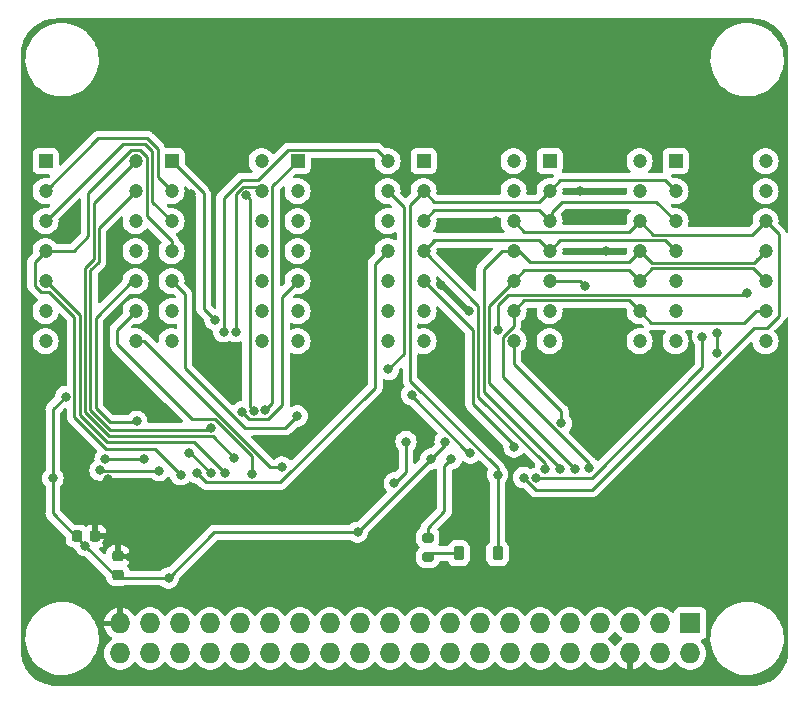
<source format=gbl>
%TF.GenerationSoftware,KiCad,Pcbnew,7.0.5*%
%TF.CreationDate,2023-07-26T15:52:38+03:00*%
%TF.ProjectId,ltp_kikad,6c74705f-6b69-46b6-9164-2e6b69636164,rev?*%
%TF.SameCoordinates,Original*%
%TF.FileFunction,Copper,L2,Bot*%
%TF.FilePolarity,Positive*%
%FSLAX46Y46*%
G04 Gerber Fmt 4.6, Leading zero omitted, Abs format (unit mm)*
G04 Created by KiCad (PCBNEW 7.0.5) date 2023-07-26 15:52:38*
%MOMM*%
%LPD*%
G01*
G04 APERTURE LIST*
G04 Aperture macros list*
%AMRoundRect*
0 Rectangle with rounded corners*
0 $1 Rounding radius*
0 $2 $3 $4 $5 $6 $7 $8 $9 X,Y pos of 4 corners*
0 Add a 4 corners polygon primitive as box body*
4,1,4,$2,$3,$4,$5,$6,$7,$8,$9,$2,$3,0*
0 Add four circle primitives for the rounded corners*
1,1,$1+$1,$2,$3*
1,1,$1+$1,$4,$5*
1,1,$1+$1,$6,$7*
1,1,$1+$1,$8,$9*
0 Add four rect primitives between the rounded corners*
20,1,$1+$1,$2,$3,$4,$5,0*
20,1,$1+$1,$4,$5,$6,$7,0*
20,1,$1+$1,$6,$7,$8,$9,0*
20,1,$1+$1,$8,$9,$2,$3,0*%
G04 Aperture macros list end*
%TA.AperFunction,ComponentPad*%
%ADD10R,1.200000X1.200000*%
%TD*%
%TA.AperFunction,ComponentPad*%
%ADD11C,1.200000*%
%TD*%
%TA.AperFunction,ComponentPad*%
%ADD12R,1.727200X1.727200*%
%TD*%
%TA.AperFunction,ComponentPad*%
%ADD13O,1.727200X1.727200*%
%TD*%
%TA.AperFunction,SMDPad,CuDef*%
%ADD14RoundRect,0.225000X-0.225000X-0.375000X0.225000X-0.375000X0.225000X0.375000X-0.225000X0.375000X0*%
%TD*%
%TA.AperFunction,SMDPad,CuDef*%
%ADD15RoundRect,0.225000X0.225000X0.250000X-0.225000X0.250000X-0.225000X-0.250000X0.225000X-0.250000X0*%
%TD*%
%TA.AperFunction,SMDPad,CuDef*%
%ADD16RoundRect,0.225000X-0.250000X0.225000X-0.250000X-0.225000X0.250000X-0.225000X0.250000X0.225000X0*%
%TD*%
%TA.AperFunction,SMDPad,CuDef*%
%ADD17RoundRect,0.200000X0.275000X-0.200000X0.275000X0.200000X-0.275000X0.200000X-0.275000X-0.200000X0*%
%TD*%
%TA.AperFunction,ViaPad*%
%ADD18C,0.800000*%
%TD*%
%TA.AperFunction,Conductor*%
%ADD19C,0.250000*%
%TD*%
G04 APERTURE END LIST*
D10*
%TO.P,DS6,1,ANODE_COLUMN_2*%
%TO.N,2_an3*%
X174407900Y-65151000D03*
D11*
%TO.P,DS6,2,CATHODE_ROW_1*%
%TO.N,2_ca0*%
X174407900Y-67691000D03*
%TO.P,DS6,3,CATHODE_ROW_3*%
%TO.N,2_ca2*%
X174407900Y-70231000D03*
%TO.P,DS6,4,CATHODE_ROW_4*%
%TO.N,2_ca3*%
X174407900Y-72771000D03*
%TO.P,DS6,5,ANODE_COLUMN_1*%
%TO.N,2_an4*%
X174407900Y-75311000D03*
%TO.P,DS6,6,NO_PIN*%
%TO.N,unconnected-(DS6-NO_PIN-Pad6)*%
X174407900Y-77851000D03*
%TO.P,DS6,7,ANODE_DECIMAL_POINT*%
%TO.N,unconnected-(DS6-ANODE_DECIMAL_POINT-Pad7)*%
X174407900Y-80391000D03*
%TO.P,DS6,8,ANODE_COLUMN_3*%
%TO.N,2_an2*%
X182027900Y-80391000D03*
%TO.P,DS6,9,CATHODE_ROW_7*%
%TO.N,2_ca6*%
X182027900Y-77851000D03*
%TO.P,DS6,10,CATHODE_ROW_6*%
%TO.N,2_ca5*%
X182027900Y-75311000D03*
%TO.P,DS6,11,CATHODE__ROW_5*%
%TO.N,2_ca4*%
X182027900Y-72771000D03*
%TO.P,DS6,12,CAATHODE_ROW_2*%
%TO.N,2_ca1*%
X182027900Y-70231000D03*
%TO.P,DS6,13,ANODE_COLUMN_5*%
%TO.N,2_an0*%
X182027900Y-67691000D03*
%TO.P,DS6,14,ANODE_COLUMN_4*%
%TO.N,2_an1*%
X182027900Y-65151000D03*
%TD*%
D10*
%TO.P,DS3,1,ANODE_COLUMN_2*%
%TO.N,an3*%
X142403900Y-65148600D03*
D11*
%TO.P,DS3,2,CATHODE_ROW_1*%
%TO.N,ca0*%
X142403900Y-67688600D03*
%TO.P,DS3,3,CATHODE_ROW_3*%
%TO.N,ca2*%
X142403900Y-70228600D03*
%TO.P,DS3,4,CATHODE_ROW_4*%
%TO.N,ca3*%
X142403900Y-72768600D03*
%TO.P,DS3,5,ANODE_COLUMN_1*%
%TO.N,an4*%
X142403900Y-75308600D03*
%TO.P,DS3,6,NO_PIN*%
%TO.N,unconnected-(DS3-NO_PIN-Pad6)*%
X142403900Y-77848600D03*
%TO.P,DS3,7,ANODE_DECIMAL_POINT*%
%TO.N,unconnected-(DS3-ANODE_DECIMAL_POINT-Pad7)*%
X142403900Y-80388600D03*
%TO.P,DS3,8,ANODE_COLUMN_3*%
%TO.N,an2*%
X150023900Y-80388600D03*
%TO.P,DS3,9,CATHODE_ROW_7*%
%TO.N,ca6*%
X150023900Y-77848600D03*
%TO.P,DS3,10,CATHODE_ROW_6*%
%TO.N,ca5*%
X150023900Y-75308600D03*
%TO.P,DS3,11,CATHODE__ROW_5*%
%TO.N,ca4*%
X150023900Y-72768600D03*
%TO.P,DS3,12,CAATHODE_ROW_2*%
%TO.N,ca1*%
X150023900Y-70228600D03*
%TO.P,DS3,13,ANODE_COLUMN_5*%
%TO.N,an0*%
X150023900Y-67688600D03*
%TO.P,DS3,14,ANODE_COLUMN_4*%
%TO.N,an1*%
X150023900Y-65148600D03*
%TD*%
D10*
%TO.P,DS5,1,ANODE_COLUMN_2*%
%TO.N,2_an8*%
X163739900Y-65148600D03*
D11*
%TO.P,DS5,2,CATHODE_ROW_1*%
%TO.N,2_ca0*%
X163739900Y-67688600D03*
%TO.P,DS5,3,CATHODE_ROW_3*%
%TO.N,2_ca2*%
X163739900Y-70228600D03*
%TO.P,DS5,4,CATHODE_ROW_4*%
%TO.N,2_ca3*%
X163739900Y-72768600D03*
%TO.P,DS5,5,ANODE_COLUMN_1*%
%TO.N,2_an9*%
X163739900Y-75308600D03*
%TO.P,DS5,6,NO_PIN*%
%TO.N,unconnected-(DS5-NO_PIN-Pad6)*%
X163739900Y-77848600D03*
%TO.P,DS5,7,ANODE_DECIMAL_POINT*%
%TO.N,unconnected-(DS5-ANODE_DECIMAL_POINT-Pad7)*%
X163739900Y-80388600D03*
%TO.P,DS5,8,ANODE_COLUMN_3*%
%TO.N,2_an7*%
X171359900Y-80388600D03*
%TO.P,DS5,9,CATHODE_ROW_7*%
%TO.N,2_ca6*%
X171359900Y-77848600D03*
%TO.P,DS5,10,CATHODE_ROW_6*%
%TO.N,2_ca5*%
X171359900Y-75308600D03*
%TO.P,DS5,11,CATHODE__ROW_5*%
%TO.N,2_ca4*%
X171359900Y-72768600D03*
%TO.P,DS5,12,CAATHODE_ROW_2*%
%TO.N,2_ca1*%
X171359900Y-70228600D03*
%TO.P,DS5,13,ANODE_COLUMN_5*%
%TO.N,2_an5*%
X171359900Y-67688600D03*
%TO.P,DS5,14,ANODE_COLUMN_4*%
%TO.N,2_an6*%
X171359900Y-65148600D03*
%TD*%
D10*
%TO.P,DS2,1,ANODE_COLUMN_2*%
%TO.N,an8*%
X131735900Y-65148600D03*
D11*
%TO.P,DS2,2,CATHODE_ROW_1*%
%TO.N,ca0*%
X131735900Y-67688600D03*
%TO.P,DS2,3,CATHODE_ROW_3*%
%TO.N,ca2*%
X131735900Y-70228600D03*
%TO.P,DS2,4,CATHODE_ROW_4*%
%TO.N,ca3*%
X131735900Y-72768600D03*
%TO.P,DS2,5,ANODE_COLUMN_1*%
%TO.N,an9*%
X131735900Y-75308600D03*
%TO.P,DS2,6,NO_PIN*%
%TO.N,unconnected-(DS2-NO_PIN-Pad6)*%
X131735900Y-77848600D03*
%TO.P,DS2,7,ANODE_DECIMAL_POINT*%
%TO.N,unconnected-(DS2-ANODE_DECIMAL_POINT-Pad7)*%
X131735900Y-80388600D03*
%TO.P,DS2,8,ANODE_COLUMN_3*%
%TO.N,an7*%
X139355900Y-80388600D03*
%TO.P,DS2,9,CATHODE_ROW_7*%
%TO.N,ca6*%
X139355900Y-77848600D03*
%TO.P,DS2,10,CATHODE_ROW_6*%
%TO.N,ca5*%
X139355900Y-75308600D03*
%TO.P,DS2,11,CATHODE__ROW_5*%
%TO.N,ca4*%
X139355900Y-72768600D03*
%TO.P,DS2,12,CAATHODE_ROW_2*%
%TO.N,ca1*%
X139355900Y-70228600D03*
%TO.P,DS2,13,ANODE_COLUMN_5*%
%TO.N,an6*%
X139355900Y-67688600D03*
%TO.P,DS2,14,ANODE_COLUMN_4*%
%TO.N,an5*%
X139355900Y-65148600D03*
%TD*%
D10*
%TO.P,DS1,1,ANODE_COLUMN_2*%
%TO.N,an13*%
X121067900Y-65148600D03*
D11*
%TO.P,DS1,2,CATHODE_ROW_1*%
%TO.N,ca0*%
X121067900Y-67688600D03*
%TO.P,DS1,3,CATHODE_ROW_3*%
%TO.N,ca2*%
X121067900Y-70228600D03*
%TO.P,DS1,4,CATHODE_ROW_4*%
%TO.N,ca3*%
X121067900Y-72768600D03*
%TO.P,DS1,5,ANODE_COLUMN_1*%
%TO.N,an14*%
X121067900Y-75308600D03*
%TO.P,DS1,6,NO_PIN*%
%TO.N,unconnected-(DS1-NO_PIN-Pad6)*%
X121067900Y-77848600D03*
%TO.P,DS1,7,ANODE_DECIMAL_POINT*%
%TO.N,unconnected-(DS1-ANODE_DECIMAL_POINT-Pad7)*%
X121067900Y-80388600D03*
%TO.P,DS1,8,ANODE_COLUMN_3*%
%TO.N,an12*%
X128687900Y-80388600D03*
%TO.P,DS1,9,CATHODE_ROW_7*%
%TO.N,ca6*%
X128687900Y-77848600D03*
%TO.P,DS1,10,CATHODE_ROW_6*%
%TO.N,ca5*%
X128687900Y-75308600D03*
%TO.P,DS1,11,CATHODE__ROW_5*%
%TO.N,ca4*%
X128687900Y-72768600D03*
%TO.P,DS1,12,CAATHODE_ROW_2*%
%TO.N,ca1*%
X128687900Y-70228600D03*
%TO.P,DS1,13,ANODE_COLUMN_5*%
%TO.N,an10*%
X128687900Y-67688600D03*
%TO.P,DS1,14,ANODE_COLUMN_4*%
%TO.N,an11*%
X128687900Y-65148600D03*
%TD*%
D12*
%TO.P,J2,1,3.3V*%
%TO.N,unconnected-(J2-3.3V-Pad1)*%
X175641000Y-104300000D03*
D13*
%TO.P,J2,2,5V*%
%TO.N,+5V*%
X175641000Y-106840000D03*
%TO.P,J2,3,BCM2_SDA*%
%TO.N,SDA*%
X173101000Y-104300000D03*
%TO.P,J2,4,5V*%
%TO.N,+5V*%
X173101000Y-106840000D03*
%TO.P,J2,5,BCM3_SCL*%
%TO.N,SCL*%
X170561000Y-104300000D03*
%TO.P,J2,6,GND*%
%TO.N,GND*%
X170561000Y-106840000D03*
%TO.P,J2,7,BCM4_GPCLK0*%
%TO.N,unconnected-(J2-BCM4_GPCLK0-Pad7)*%
X168021000Y-104300000D03*
%TO.P,J2,8,BCM14_TXD*%
%TO.N,unconnected-(J2-BCM14_TXD-Pad8)*%
X168021000Y-106840000D03*
%TO.P,J2,9,GND*%
%TO.N,unconnected-(J2-GND-Pad9)*%
X165481000Y-104300000D03*
%TO.P,J2,10,BCM15_RXD*%
%TO.N,unconnected-(J2-BCM15_RXD-Pad10)*%
X165481000Y-106840000D03*
%TO.P,J2,11,BCM17*%
%TO.N,unconnected-(J2-BCM17-Pad11)*%
X162941000Y-104300000D03*
%TO.P,J2,12,BCM18_PCM_C*%
%TO.N,unconnected-(J2-BCM18_PCM_C-Pad12)*%
X162941000Y-106840000D03*
%TO.P,J2,13,BCM27*%
%TO.N,unconnected-(J2-BCM27-Pad13)*%
X160401000Y-104300000D03*
%TO.P,J2,14,GND*%
%TO.N,unconnected-(J2-GND-Pad14)*%
X160401000Y-106840000D03*
%TO.P,J2,15,BCM22*%
%TO.N,unconnected-(J2-BCM22-Pad15)*%
X157861000Y-104300000D03*
%TO.P,J2,16,BCM23*%
%TO.N,unconnected-(J2-BCM23-Pad16)*%
X157861000Y-106840000D03*
%TO.P,J2,17,3.3V*%
%TO.N,unconnected-(J2-3.3V-Pad17)*%
X155321000Y-104300000D03*
%TO.P,J2,18,BCM24*%
%TO.N,unconnected-(J2-BCM24-Pad18)*%
X155321000Y-106840000D03*
%TO.P,J2,19,BCM10_MOSI*%
%TO.N,unconnected-(J2-BCM10_MOSI-Pad19)*%
X152781000Y-104300000D03*
%TO.P,J2,20,GND*%
%TO.N,unconnected-(J2-GND-Pad20)*%
X152781000Y-106840000D03*
%TO.P,J2,21,BCM9_MISO*%
%TO.N,unconnected-(J2-BCM9_MISO-Pad21)*%
X150241000Y-104300000D03*
%TO.P,J2,22,BCM25*%
%TO.N,unconnected-(J2-BCM25-Pad22)*%
X150241000Y-106840000D03*
%TO.P,J2,23,BCM11_SCLK*%
%TO.N,unconnected-(J2-BCM11_SCLK-Pad23)*%
X147701000Y-104300000D03*
%TO.P,J2,24,BCM8_CE0*%
%TO.N,unconnected-(J2-BCM8_CE0-Pad24)*%
X147701000Y-106840000D03*
%TO.P,J2,25,GND*%
%TO.N,unconnected-(J2-GND-Pad25)*%
X145161000Y-104300000D03*
%TO.P,J2,26,BCM7_CE1*%
%TO.N,unconnected-(J2-BCM7_CE1-Pad26)*%
X145161000Y-106840000D03*
%TO.P,J2,27,BCM0_ID_SD*%
%TO.N,unconnected-(J2-BCM0_ID_SD-Pad27)*%
X142621000Y-104300000D03*
%TO.P,J2,28,BCM1_ID_SC*%
%TO.N,unconnected-(J2-BCM1_ID_SC-Pad28)*%
X142621000Y-106840000D03*
%TO.P,J2,29,BCM5*%
%TO.N,unconnected-(J2-BCM5-Pad29)*%
X140081000Y-104300000D03*
%TO.P,J2,30,GND*%
%TO.N,unconnected-(J2-GND-Pad30)*%
X140081000Y-106840000D03*
%TO.P,J2,31,BCM6*%
%TO.N,unconnected-(J2-BCM6-Pad31)*%
X137541000Y-104300000D03*
%TO.P,J2,32,BCM12_PWM0*%
%TO.N,unconnected-(J2-BCM12_PWM0-Pad32)*%
X137541000Y-106840000D03*
%TO.P,J2,33,BCM13_PWM1*%
%TO.N,unconnected-(J2-BCM13_PWM1-Pad33)*%
X135001000Y-104300000D03*
%TO.P,J2,34,GND*%
%TO.N,unconnected-(J2-GND-Pad34)*%
X135001000Y-106840000D03*
%TO.P,J2,35,BCM19_MISO_PCM_FS*%
%TO.N,unconnected-(J2-BCM19_MISO_PCM_FS-Pad35)*%
X132461000Y-104300000D03*
%TO.P,J2,36,BCM16*%
%TO.N,unconnected-(J2-BCM16-Pad36)*%
X132461000Y-106840000D03*
%TO.P,J2,37,BCM26*%
%TO.N,unconnected-(J2-BCM26-Pad37)*%
X129921000Y-104300000D03*
%TO.P,J2,38,BCM20_MOSI_PCM_DI*%
%TO.N,unconnected-(J2-BCM20_MOSI_PCM_DI-Pad38)*%
X129921000Y-106840000D03*
%TO.P,J2,39,GND*%
%TO.N,GND*%
X127381000Y-104300000D03*
%TO.P,J2,40,BCM21_SCLK_PCM_DO*%
%TO.N,unconnected-(J2-BCM21_SCLK_PCM_DO-Pad40)*%
X127381000Y-106840000D03*
%TD*%
D10*
%TO.P,DS4,1,ANODE_COLUMN_2*%
%TO.N,2_an13*%
X153071900Y-65148600D03*
D11*
%TO.P,DS4,2,CATHODE_ROW_1*%
%TO.N,2_ca0*%
X153071900Y-67688600D03*
%TO.P,DS4,3,CATHODE_ROW_3*%
%TO.N,2_ca2*%
X153071900Y-70228600D03*
%TO.P,DS4,4,CATHODE_ROW_4*%
%TO.N,2_ca3*%
X153071900Y-72768600D03*
%TO.P,DS4,5,ANODE_COLUMN_1*%
%TO.N,2_an14*%
X153071900Y-75308600D03*
%TO.P,DS4,6,NO_PIN*%
%TO.N,unconnected-(DS4-NO_PIN-Pad6)*%
X153071900Y-77848600D03*
%TO.P,DS4,7,ANODE_DECIMAL_POINT*%
%TO.N,unconnected-(DS4-ANODE_DECIMAL_POINT-Pad7)*%
X153071900Y-80388600D03*
%TO.P,DS4,8,ANODE_COLUMN_3*%
%TO.N,2_an12*%
X160691900Y-80388600D03*
%TO.P,DS4,9,CATHODE_ROW_7*%
%TO.N,2_ca6*%
X160691900Y-77848600D03*
%TO.P,DS4,10,CATHODE_ROW_6*%
%TO.N,2_ca5*%
X160691900Y-75308600D03*
%TO.P,DS4,11,CATHODE__ROW_5*%
%TO.N,2_ca4*%
X160691900Y-72768600D03*
%TO.P,DS4,12,CAATHODE_ROW_2*%
%TO.N,2_ca1*%
X160691900Y-70228600D03*
%TO.P,DS4,13,ANODE_COLUMN_5*%
%TO.N,2_an10*%
X160691900Y-67688600D03*
%TO.P,DS4,14,ANODE_COLUMN_4*%
%TO.N,2_an11*%
X160691900Y-65148600D03*
%TD*%
D14*
%TO.P,D1,1,K*%
%TO.N,Net-(D1-K)*%
X156038900Y-98361600D03*
%TO.P,D1,2,A*%
%TO.N,2_ca0*%
X159338900Y-98361600D03*
%TD*%
D15*
%TO.P,C3,1*%
%TO.N,GND*%
X125271900Y-96898600D03*
%TO.P,C3,2*%
%TO.N,+5V*%
X123721900Y-96898600D03*
%TD*%
D16*
%TO.P,C4,1*%
%TO.N,GND*%
X127187000Y-98625000D03*
%TO.P,C4,2*%
%TO.N,+5V*%
X127187000Y-100175000D03*
%TD*%
D17*
%TO.P,R2,1*%
%TO.N,Net-(D1-K)*%
X153438900Y-98686600D03*
%TO.P,R2,2*%
%TO.N,2_an2*%
X153438900Y-97036600D03*
%TD*%
D18*
%TO.N,GND*%
X147387000Y-93200000D03*
X133787000Y-96000000D03*
X131787000Y-97800000D03*
X135787000Y-81400000D03*
X155587000Y-66400000D03*
X172987000Y-62000000D03*
X162787000Y-62000000D03*
X167387000Y-81800000D03*
X165787000Y-79800000D03*
X159187000Y-70200000D03*
X169187000Y-80600000D03*
X154587000Y-75600000D03*
X154987000Y-79800000D03*
X150387000Y-86200000D03*
X130187000Y-62000000D03*
X151587000Y-62000000D03*
X140987000Y-62000000D03*
X172587000Y-90800000D03*
X174187000Y-88000000D03*
X154987000Y-83400000D03*
X159187000Y-89400000D03*
%TO.N,SCL*%
X150587000Y-92400000D03*
%TO.N,GND*%
X155987000Y-94800000D03*
%TO.N,2_an13*%
X152077000Y-84930000D03*
X157030197Y-89855797D03*
%TO.N,2_ca0*%
X159338900Y-91694000D03*
%TO.N,2_ca2*%
X162614400Y-91988419D03*
X176677500Y-80010000D03*
%TO.N,2_ca3*%
X163338900Y-91261100D03*
%TO.N,2_an14*%
X160730651Y-89353500D03*
%TO.N,2_an12*%
X164738299Y-87356701D03*
%TO.N,2_ca6*%
X167100201Y-91154201D03*
%TO.N,2_ca5*%
X165878900Y-91261100D03*
%TO.N,2_ca4*%
X164608900Y-91261100D03*
%TO.N,2_ca1*%
X161544000Y-91948000D03*
%TO.N,2_an11*%
X177899853Y-81379853D03*
X177927000Y-79666500D03*
%TO.N,2_an9*%
X166777576Y-75727100D03*
%TO.N,2_an2*%
X155433655Y-90361979D03*
%TO.N,2_an0*%
X159336983Y-79410771D03*
X180467000Y-76327000D03*
%TO.N,+5V*%
X154894077Y-88913363D03*
X122771500Y-85090000D03*
X121688900Y-92000000D03*
X153688900Y-90361600D03*
X147479700Y-96570800D03*
X131481900Y-100454600D03*
X124433400Y-97724100D03*
%TO.N,GND*%
X182987000Y-87200000D03*
X178187000Y-62000000D03*
X168487000Y-72800000D03*
X165735000Y-65405000D03*
X173355000Y-89789000D03*
X145669000Y-72517000D03*
X169687000Y-87900000D03*
X127635000Y-74041000D03*
X133985000Y-79756000D03*
X166287000Y-70100000D03*
X182987000Y-85200000D03*
X145669000Y-77724000D03*
X182987000Y-89408000D03*
X135487000Y-62000000D03*
X128179900Y-98676600D03*
X169291000Y-105537000D03*
X155987000Y-73200000D03*
X156887000Y-62000000D03*
X126365000Y-81407000D03*
X145669000Y-74930000D03*
X145669000Y-69596000D03*
X167487000Y-62000000D03*
X145669000Y-80899000D03*
X126229400Y-97452100D03*
X156887000Y-77800000D03*
X146087000Y-62000000D03*
X133350000Y-67945000D03*
X135255000Y-67437000D03*
X166878000Y-65405000D03*
X124987000Y-62100000D03*
X178435000Y-69469000D03*
X126492000Y-84074000D03*
X124688900Y-94361600D03*
X156687000Y-70400000D03*
X166287000Y-67700000D03*
X126353506Y-92073801D03*
%TO.N,SCL*%
X151587000Y-88900000D03*
%TO.N,ca2*%
X125683855Y-91331795D03*
X130701199Y-91349301D03*
%TO.N,ca3*%
X132497900Y-91691600D03*
%TO.N,ca4*%
X133876150Y-91548850D03*
%TO.N,ca5*%
X133245449Y-89824100D03*
X135040699Y-91526899D03*
X128787000Y-87187100D03*
%TO.N,ca6*%
X138557000Y-91620500D03*
%TO.N,an13*%
X126111000Y-90361600D03*
X129366398Y-90378102D03*
%TO.N,an14*%
X136271000Y-91584366D03*
%TO.N,an12*%
X141101449Y-91054551D03*
%TO.N,an10*%
X135100697Y-87719703D03*
%TO.N,an11*%
X137033000Y-90270500D03*
%TO.N,an9*%
X142372951Y-86726451D03*
%TO.N,an8*%
X135419500Y-78613000D03*
%TO.N,an6*%
X137160000Y-79591500D03*
%TO.N,an5*%
X138049000Y-68034000D03*
X138675693Y-86287100D03*
%TO.N,an4*%
X137676601Y-86373899D03*
%TO.N,an3*%
X139673384Y-86226948D03*
%TO.N,an1*%
X136144000Y-79591500D03*
%TO.N,an0*%
X150101601Y-82791601D03*
%TD*%
D19*
%TO.N,+5V*%
X154894077Y-89156423D02*
X153688900Y-90361600D01*
X154894077Y-88913363D02*
X154894077Y-89156423D01*
%TO.N,SCL*%
X150587000Y-92438900D02*
X150706450Y-92319450D01*
X150587000Y-92400000D02*
X150587000Y-92438900D01*
X150625900Y-92400000D02*
X150587000Y-92400000D01*
X151587000Y-91438900D02*
X150625900Y-92400000D01*
X151587000Y-88900000D02*
X151587000Y-91438900D01*
%TO.N,2_an13*%
X156861109Y-89855797D02*
X152077000Y-85071688D01*
X152077000Y-85071688D02*
X152077000Y-84930000D01*
X157030197Y-89855797D02*
X156861109Y-89855797D01*
%TO.N,2_ca0*%
X151928900Y-68831600D02*
X153071900Y-67688600D01*
X159338900Y-91694000D02*
X159338900Y-98361600D01*
X159338900Y-91139900D02*
X151928900Y-83729900D01*
X159338900Y-91694000D02*
X159338900Y-91139900D01*
X151928900Y-83729900D02*
X151928900Y-68831600D01*
X164664900Y-66763600D02*
X163739900Y-67688600D01*
X173480500Y-66763600D02*
X164664900Y-66763600D01*
X153071900Y-67688600D02*
X153996900Y-68613600D01*
X162814900Y-68613600D02*
X163739900Y-67688600D01*
X153996900Y-68613600D02*
X162814900Y-68613600D01*
X174407900Y-67691000D02*
X173480500Y-66763600D01*
%TO.N,2_ca2*%
X176677500Y-82601500D02*
X167293400Y-91985600D01*
X172792900Y-68613600D02*
X164773400Y-68613600D01*
X162814900Y-69303600D02*
X153996900Y-69303600D01*
X174407900Y-70228600D02*
X172792900Y-68613600D01*
X162617219Y-91985600D02*
X162614400Y-91988419D01*
X164773400Y-68613600D02*
X163946098Y-69440902D01*
X163946098Y-69440902D02*
X163946098Y-70022402D01*
X153996900Y-69303600D02*
X153071900Y-70228600D01*
X163739900Y-70228600D02*
X162814900Y-69303600D01*
X167293400Y-91985600D02*
X162617219Y-91985600D01*
X176677500Y-80010000D02*
X176677500Y-82601500D01*
%TO.N,2_ca3*%
X153071900Y-72768600D02*
X153996900Y-71843600D01*
X157688900Y-85090000D02*
X157688900Y-80700000D01*
X163338900Y-90740000D02*
X157688900Y-85090000D01*
X153071900Y-72768600D02*
X157688900Y-77385600D01*
X164565400Y-71943100D02*
X163739900Y-72768600D01*
X153996900Y-71843600D02*
X162814900Y-71843600D01*
X164664900Y-71843600D02*
X164565400Y-71943100D01*
X163338900Y-91261100D02*
X163338900Y-90740000D01*
X174407900Y-72768600D02*
X173482900Y-71843600D01*
X162814900Y-71843600D02*
X163739900Y-72768600D01*
X157688900Y-77385600D02*
X157688900Y-80700000D01*
X173482900Y-71843600D02*
X164664900Y-71843600D01*
X164691900Y-71816600D02*
X164565400Y-71943100D01*
X154023900Y-71816600D02*
X153071900Y-72768600D01*
%TO.N,2_an14*%
X160730651Y-89353500D02*
X160730651Y-89229651D01*
X160730651Y-89229651D02*
X157238900Y-85737900D01*
X157238900Y-79475600D02*
X153071900Y-75308600D01*
X157238900Y-85737900D02*
X157238900Y-79475600D01*
%TO.N,2_an12*%
X164738299Y-87356701D02*
X164738299Y-86341799D01*
X164738299Y-86341799D02*
X160691900Y-82295400D01*
X160691900Y-82295400D02*
X160691900Y-80388600D01*
%TO.N,2_ca6*%
X181179372Y-77851000D02*
X180183022Y-78847350D01*
X159766900Y-80005452D02*
X160691900Y-79080452D01*
X159766900Y-83409900D02*
X159766900Y-80005452D01*
X172358650Y-78847350D02*
X171359900Y-77848600D01*
X165136900Y-76923600D02*
X161616900Y-76923600D01*
X182027900Y-77851000D02*
X181179372Y-77851000D01*
X160691900Y-79080452D02*
X160691900Y-77848600D01*
X180183022Y-78847350D02*
X172358650Y-78847350D01*
X161616900Y-76923600D02*
X160691900Y-77848600D01*
X167100201Y-90743201D02*
X159766900Y-83409900D01*
X170434900Y-76923600D02*
X171359900Y-77848600D01*
X165136900Y-76923600D02*
X170434900Y-76923600D01*
X167100201Y-91154201D02*
X167100201Y-90743201D01*
%TO.N,2_ca5*%
X158612949Y-77387551D02*
X160691900Y-75308600D01*
X182027900Y-75308600D02*
X180953900Y-74234600D01*
X172433900Y-74234600D02*
X171359900Y-75308600D01*
X160691900Y-75308600D02*
X161616900Y-74383600D01*
X170434900Y-74383600D02*
X161616900Y-74383600D01*
X158612949Y-83922045D02*
X158612949Y-77387551D01*
X165878900Y-91261100D02*
X165878900Y-91187996D01*
X171359900Y-75308600D02*
X170434900Y-74383600D01*
X180953900Y-74234600D02*
X172433900Y-74234600D01*
X165878900Y-91187996D02*
X158612949Y-83922045D01*
%TO.N,2_ca4*%
X164608900Y-91261100D02*
X164608900Y-91121900D01*
X181519900Y-73276600D02*
X181329400Y-73467100D01*
X164608900Y-91121900D02*
X158162949Y-84675949D01*
X159687000Y-72768600D02*
X160691900Y-72768600D01*
X162046205Y-73693600D02*
X170434900Y-73693600D01*
X181011900Y-73784600D02*
X181329400Y-73467100D01*
X181329400Y-73467100D02*
X181102900Y-73693600D01*
X170434900Y-73693600D02*
X171359900Y-72768600D01*
X160691900Y-72768600D02*
X161121205Y-72768600D01*
X161121205Y-72768600D02*
X162046205Y-73693600D01*
X181519900Y-73276600D02*
X181011900Y-73784600D01*
X172375900Y-73784600D02*
X171359900Y-72768600D01*
X158162949Y-84675949D02*
X158162949Y-74292651D01*
X181011900Y-73784600D02*
X172375900Y-73784600D01*
X158162949Y-74292651D02*
X159687000Y-72768600D01*
X182027900Y-72768600D02*
X181519900Y-73276600D01*
%TO.N,2_ca1*%
X172505300Y-71374000D02*
X171359900Y-70228600D01*
X182027900Y-70228600D02*
X180882500Y-71374000D01*
X162560000Y-92964000D02*
X167340305Y-92964000D01*
X182118000Y-79248000D02*
X183134000Y-78232000D01*
X161544000Y-91948000D02*
X162560000Y-92964000D01*
X183134000Y-71334700D02*
X182027900Y-70228600D01*
X161616900Y-71153600D02*
X170434900Y-71153600D01*
X160691900Y-70228600D02*
X161616900Y-71153600D01*
X181056305Y-79248000D02*
X182118000Y-79248000D01*
X170434900Y-71153600D02*
X171359900Y-70228600D01*
X180882500Y-71374000D02*
X172505300Y-71374000D01*
X183134000Y-78232000D02*
X183134000Y-71334700D01*
X167340305Y-92964000D02*
X181056305Y-79248000D01*
%TO.N,2_an11*%
X177899853Y-79693647D02*
X177927000Y-79666500D01*
X177899853Y-81379853D02*
X177899853Y-79693647D01*
%TO.N,2_an9*%
X166359076Y-75308600D02*
X163739900Y-75308600D01*
X166777576Y-75727100D02*
X166359076Y-75308600D01*
%TO.N,2_an2*%
X155433655Y-90361979D02*
X154837000Y-90958634D01*
X153438900Y-96208100D02*
X153438900Y-97036600D01*
X154837000Y-90958634D02*
X154837000Y-94810000D01*
X154837000Y-94810000D02*
X153438900Y-96208100D01*
%TO.N,2_an0*%
X180342400Y-76451600D02*
X180467000Y-76327000D01*
X160185296Y-76451600D02*
X180342400Y-76451600D01*
X159336983Y-77299913D02*
X160185296Y-76451600D01*
X159336983Y-79410771D02*
X159336983Y-77299913D01*
%TO.N,+5V*%
X124433400Y-97724100D02*
X127163900Y-100454600D01*
X122771500Y-85090000D02*
X121688900Y-86172600D01*
X127163900Y-100454600D02*
X131481900Y-100454600D01*
X121688900Y-86172600D02*
X121688900Y-92000000D01*
X135365700Y-96570800D02*
X147479700Y-96570800D01*
X147479700Y-96570800D02*
X149095900Y-94954600D01*
X149095900Y-94954600D02*
X153688900Y-90361600D01*
X121688900Y-94979600D02*
X124433400Y-97724100D01*
X121688900Y-92000000D02*
X121688900Y-94979600D01*
X131481900Y-100454600D02*
X135365700Y-96570800D01*
%TO.N,GND*%
X125271900Y-96898600D02*
X125675900Y-96898600D01*
X128052900Y-98803600D02*
X128179900Y-98676600D01*
%TO.N,ca0*%
X129667000Y-63231696D02*
X125524804Y-63231696D01*
X125524804Y-63231696D02*
X121067900Y-67688600D01*
X130556000Y-66508700D02*
X130556000Y-64120696D01*
X131735900Y-67688600D02*
X130556000Y-66508700D01*
X130556000Y-64120696D02*
X129667000Y-63231696D01*
%TO.N,ca2*%
X130106000Y-68598700D02*
X130106000Y-64307092D01*
X127614804Y-63681696D02*
X121067900Y-70228600D01*
X131735900Y-70228600D02*
X130106000Y-68598700D01*
X125683855Y-91331795D02*
X125701361Y-91349301D01*
X125701361Y-91349301D02*
X130701199Y-91349301D01*
X130106000Y-64307092D02*
X129480604Y-63681696D01*
X129480604Y-63681696D02*
X127614804Y-63681696D01*
%TO.N,ca3*%
X120142900Y-73693600D02*
X120142900Y-75691748D01*
X130338900Y-89532600D02*
X132497900Y-91691600D01*
X131735900Y-72768600D02*
X131735900Y-71918900D01*
X129071048Y-64223600D02*
X128304752Y-64223600D01*
X123496500Y-78345596D02*
X123496500Y-86805596D01*
X121067900Y-72768600D02*
X120142900Y-73693600D01*
X131735900Y-71918900D02*
X129656000Y-69839000D01*
X121384504Y-76233600D02*
X123496500Y-78345596D01*
X128304752Y-64223600D02*
X124688900Y-67839452D01*
X123446400Y-72768600D02*
X121067900Y-72768600D01*
X129656000Y-69839000D02*
X129656000Y-64808552D01*
X120684752Y-76233600D02*
X121384504Y-76233600D01*
X126223504Y-89532600D02*
X130338900Y-89532600D01*
X123496500Y-86805596D02*
X126223504Y-89532600D01*
X124688900Y-71526100D02*
X123446400Y-72768600D01*
X129656000Y-64808552D02*
X129071048Y-64223600D01*
X120142900Y-75691748D02*
X120684752Y-76233600D01*
X124688900Y-67839452D02*
X124688900Y-71526100D01*
%TO.N,ca4*%
X148971000Y-84328000D02*
X140953500Y-92345500D01*
X138430000Y-92345500D02*
X138921500Y-92345500D01*
X140953500Y-92345500D02*
X138430000Y-92345500D01*
X133876150Y-91548850D02*
X134672800Y-92345500D01*
X134672800Y-92345500D02*
X138430000Y-92345500D01*
X148971000Y-73821500D02*
X148971000Y-84328000D01*
X150023900Y-72768600D02*
X148971000Y-73821500D01*
%TO.N,ca5*%
X128698896Y-87275204D02*
X126511692Y-87275204D01*
X125296500Y-78411500D02*
X128426400Y-75281600D01*
X125296500Y-86060012D02*
X125296500Y-78411500D01*
X133337900Y-89824100D02*
X135040699Y-91526899D01*
X128787000Y-87187100D02*
X128698896Y-87275204D01*
X133245449Y-89824100D02*
X133337900Y-89824100D01*
X126511692Y-87275204D02*
X125296500Y-86060012D01*
X128426400Y-75281600D02*
X128688900Y-75281600D01*
%TO.N,ca6*%
X138557000Y-90150701D02*
X138557000Y-91620500D01*
X127127000Y-79409500D02*
X127127000Y-80645000D01*
X128687900Y-77848600D02*
X127127000Y-79409500D01*
X133476703Y-86994703D02*
X135401002Y-86994703D01*
X135401002Y-86994703D02*
X138557000Y-90150701D01*
X127127000Y-80645000D02*
X133476703Y-86994703D01*
%TO.N,an13*%
X126111000Y-90361600D02*
X129349896Y-90361600D01*
X129349896Y-90361600D02*
X129366398Y-90378102D01*
%TO.N,an14*%
X136230399Y-91526399D02*
X133615600Y-88911600D01*
X123946500Y-78159200D02*
X121068900Y-75281600D01*
X133615600Y-88911600D02*
X126238900Y-88911600D01*
X136230399Y-91543765D02*
X136230399Y-91526399D01*
X126238900Y-88911600D02*
X123946500Y-86619200D01*
X136271000Y-91584366D02*
X136230399Y-91543765D01*
X123946500Y-86619200D02*
X123946500Y-78159200D01*
%TO.N,an12*%
X139065000Y-90053500D02*
X139065000Y-90022305D01*
X140066051Y-91054551D02*
X139065000Y-90053500D01*
X139065000Y-90022305D02*
X129431295Y-80388600D01*
X141101449Y-91054551D02*
X140066051Y-91054551D01*
X129431295Y-80388600D02*
X128687900Y-80388600D01*
%TO.N,an10*%
X135100697Y-87719703D02*
X134908300Y-87912100D01*
X126512192Y-87912100D02*
X124846500Y-86246408D01*
X124846500Y-74402292D02*
X125588900Y-73659892D01*
X124846500Y-86246408D02*
X124846500Y-74402292D01*
X129087305Y-87912100D02*
X128905000Y-87912100D01*
X125588900Y-73659892D02*
X125588900Y-70787600D01*
X125588900Y-70787600D02*
X128687900Y-67688600D01*
X128905000Y-87912100D02*
X126512192Y-87912100D01*
X134908300Y-87912100D02*
X128905000Y-87912100D01*
%TO.N,an11*%
X125138900Y-73473496D02*
X125138900Y-68671600D01*
X125594900Y-68241600D02*
X128687900Y-65148600D01*
X135207203Y-88444703D02*
X126408399Y-88444703D01*
X137033000Y-90270500D02*
X135207203Y-88444703D01*
X124396500Y-86432804D02*
X124396500Y-74215896D01*
X125568900Y-68241600D02*
X125594900Y-68241600D01*
X124396500Y-74215896D02*
X125138900Y-73473496D01*
X126408399Y-88444703D02*
X124396500Y-86432804D01*
X125138900Y-68671600D02*
X125568900Y-68241600D01*
%TO.N,an9*%
X137922000Y-87757000D02*
X141342402Y-87757000D01*
X131735900Y-75308600D02*
X132842000Y-76414700D01*
X141342402Y-87757000D02*
X142372951Y-86726451D01*
X132842000Y-82677000D02*
X137922000Y-87757000D01*
X132842000Y-76414700D02*
X132842000Y-82677000D01*
%TO.N,an8*%
X134445048Y-67857748D02*
X131735900Y-65148600D01*
X134445048Y-77638548D02*
X134445048Y-67857748D01*
X135419500Y-78613000D02*
X134445048Y-77638548D01*
%TO.N,an6*%
X137324000Y-67733695D02*
X137748195Y-67309500D01*
X137160000Y-79591500D02*
X137160000Y-68498305D01*
X139355900Y-67688600D02*
X138976300Y-67309000D01*
X137748695Y-67309000D02*
X137160000Y-67897695D01*
X138976800Y-67309500D02*
X139355900Y-67688600D01*
X138976300Y-67309000D02*
X137748695Y-67309000D01*
X137748195Y-67309500D02*
X138976800Y-67309500D01*
X137160000Y-67897695D02*
X137160000Y-69723000D01*
%TO.N,an5*%
X138049000Y-68034000D02*
X138338411Y-68323411D01*
X138338411Y-85949818D02*
X138675693Y-86287100D01*
X138338411Y-68323411D02*
X138338411Y-85949818D01*
%TO.N,an4*%
X138314802Y-87012100D02*
X137676601Y-86373899D01*
X142403900Y-75308600D02*
X141097000Y-76615500D01*
X141097000Y-76615500D02*
X141097000Y-85828637D01*
X139913537Y-87012100D02*
X138314802Y-87012100D01*
X141097000Y-85828637D02*
X139913537Y-87012100D01*
%TO.N,an3*%
X140280900Y-85619432D02*
X140280900Y-67271600D01*
X139673384Y-86226948D02*
X140280900Y-85619432D01*
X140280900Y-67271600D02*
X142403900Y-65148600D01*
%TO.N,an1*%
X141627952Y-64223600D02*
X139087952Y-66763600D01*
X150023900Y-65148600D02*
X149098900Y-64223600D01*
X136144000Y-68277299D02*
X136144000Y-79591500D01*
X137657699Y-66763600D02*
X136144000Y-68277299D01*
X149098900Y-64223600D02*
X141627952Y-64223600D01*
X139087952Y-66763600D02*
X137657699Y-66763600D01*
%TO.N,an0*%
X151413900Y-81479302D02*
X151413900Y-69078600D01*
X150101601Y-82791601D02*
X151413900Y-81479302D01*
X151413900Y-69078600D02*
X150023900Y-67688600D01*
%TO.N,Net-(D1-K)*%
X153763900Y-98361600D02*
X153438900Y-98686600D01*
X156038900Y-98361600D02*
X153763900Y-98361600D01*
%TD*%
%TA.AperFunction,Conductor*%
%TO.N,GND*%
G36*
X169372905Y-104983753D02*
G01*
X169394804Y-105009025D01*
X169480844Y-105140719D01*
X169480849Y-105140724D01*
X169480850Y-105140727D01*
X169633605Y-105306661D01*
X169633954Y-105307040D01*
X169812351Y-105445893D01*
X169812353Y-105445894D01*
X169812360Y-105445899D01*
X169840689Y-105461229D01*
X169890280Y-105510447D01*
X169905390Y-105578664D01*
X169881220Y-105644220D01*
X169840694Y-105679337D01*
X169812628Y-105694526D01*
X169812623Y-105694529D01*
X169634296Y-105833327D01*
X169634284Y-105833338D01*
X169481240Y-105999588D01*
X169481238Y-105999590D01*
X169395106Y-106131425D01*
X169341960Y-106176781D01*
X169272729Y-106186205D01*
X169209393Y-106156703D01*
X169187493Y-106131430D01*
X169101156Y-105999281D01*
X169101149Y-105999274D01*
X169101149Y-105999272D01*
X168948049Y-105832963D01*
X168948048Y-105832962D01*
X168948046Y-105832960D01*
X168769649Y-105694107D01*
X168769647Y-105694106D01*
X168769646Y-105694105D01*
X168769639Y-105694100D01*
X168741836Y-105679055D01*
X168692244Y-105629837D01*
X168677135Y-105561620D01*
X168701306Y-105496064D01*
X168741836Y-105460945D01*
X168769639Y-105445899D01*
X168769645Y-105445895D01*
X168769649Y-105445893D01*
X168948046Y-105307040D01*
X169101156Y-105140719D01*
X169187193Y-105009028D01*
X169240338Y-104963675D01*
X169309569Y-104954251D01*
X169372905Y-104983753D01*
G37*
%TD.AperFunction*%
%TA.AperFunction,Conductor*%
G36*
X180968420Y-53072784D02*
G01*
X181100234Y-53079693D01*
X181283827Y-53090003D01*
X181290012Y-53090665D01*
X181442467Y-53114811D01*
X181604978Y-53142423D01*
X181610611Y-53143653D01*
X181763499Y-53184619D01*
X181865447Y-53213990D01*
X181918524Y-53229282D01*
X181923566Y-53230972D01*
X182072267Y-53288052D01*
X182073628Y-53288595D01*
X182220817Y-53349562D01*
X182225212Y-53351588D01*
X182300391Y-53389894D01*
X182367793Y-53424238D01*
X182369635Y-53425216D01*
X182436688Y-53462274D01*
X182508280Y-53501841D01*
X182512015Y-53504082D01*
X182646597Y-53591481D01*
X182648707Y-53592914D01*
X182719535Y-53643169D01*
X182777564Y-53684342D01*
X182780686Y-53686710D01*
X182905548Y-53787821D01*
X182907834Y-53789767D01*
X183025521Y-53894938D01*
X183028048Y-53897328D01*
X183141670Y-54010950D01*
X183144060Y-54013477D01*
X183249231Y-54131164D01*
X183251185Y-54133460D01*
X183352280Y-54258302D01*
X183354662Y-54261443D01*
X183446084Y-54390291D01*
X183447517Y-54392401D01*
X183488360Y-54455293D01*
X183534906Y-54526967D01*
X183537164Y-54530731D01*
X183613782Y-54669363D01*
X183614760Y-54671205D01*
X183687404Y-54813774D01*
X183689443Y-54818197D01*
X183750370Y-54965287D01*
X183750971Y-54966795D01*
X183808021Y-55115417D01*
X183809716Y-55120474D01*
X183854379Y-55275499D01*
X183895341Y-55428370D01*
X183896578Y-55434035D01*
X183924199Y-55596600D01*
X183948330Y-55748958D01*
X183948996Y-55755185D01*
X183959311Y-55938852D01*
X183966215Y-56070577D01*
X183966300Y-56073823D01*
X183966300Y-71086220D01*
X183946615Y-71153259D01*
X183893811Y-71199014D01*
X183824653Y-71208958D01*
X183761097Y-71179933D01*
X183723323Y-71121155D01*
X183723224Y-71120815D01*
X183712618Y-71084311D01*
X183712616Y-71084306D01*
X183702423Y-71067071D01*
X183693861Y-71049594D01*
X183686487Y-71030970D01*
X183686486Y-71030968D01*
X183659079Y-70993245D01*
X183655888Y-70988386D01*
X183632172Y-70948283D01*
X183632165Y-70948274D01*
X183618006Y-70934115D01*
X183605368Y-70919319D01*
X183593594Y-70903113D01*
X183557688Y-70873409D01*
X183553376Y-70869486D01*
X183155769Y-70471878D01*
X183122284Y-70410556D01*
X183119979Y-70372756D01*
X183133115Y-70230999D01*
X183114297Y-70027917D01*
X183102235Y-69985523D01*
X183058482Y-69831750D01*
X183057281Y-69829339D01*
X182987941Y-69690084D01*
X182967573Y-69649179D01*
X182844664Y-69486421D01*
X182844662Y-69486418D01*
X182693941Y-69349019D01*
X182693939Y-69349017D01*
X182520542Y-69241655D01*
X182520535Y-69241651D01*
X182364303Y-69181127D01*
X182330356Y-69167976D01*
X182129876Y-69130500D01*
X181925924Y-69130500D01*
X181725444Y-69167976D01*
X181725441Y-69167976D01*
X181725441Y-69167977D01*
X181535264Y-69241651D01*
X181535257Y-69241655D01*
X181361860Y-69349017D01*
X181361858Y-69349019D01*
X181211137Y-69486418D01*
X181088227Y-69649178D01*
X180997322Y-69831739D01*
X180997317Y-69831752D01*
X180941502Y-70027917D01*
X180922685Y-70230999D01*
X180922685Y-70231001D01*
X180935820Y-70372755D01*
X180922405Y-70441325D01*
X180900030Y-70471877D01*
X180659726Y-70712182D01*
X180598406Y-70745666D01*
X180572047Y-70748500D01*
X175569039Y-70748500D01*
X175502000Y-70728815D01*
X175456245Y-70676011D01*
X175446301Y-70606853D01*
X175449773Y-70590565D01*
X175467547Y-70528100D01*
X175494297Y-70434083D01*
X175513115Y-70231000D01*
X175512892Y-70228598D01*
X175494297Y-70027917D01*
X175482235Y-69985523D01*
X175438482Y-69831750D01*
X175437281Y-69829339D01*
X175367941Y-69690084D01*
X175347573Y-69649179D01*
X175224664Y-69486421D01*
X175224662Y-69486418D01*
X175073941Y-69349019D01*
X175073939Y-69349017D01*
X174900542Y-69241655D01*
X174900535Y-69241651D01*
X174744303Y-69181127D01*
X174710356Y-69167976D01*
X174509876Y-69130500D01*
X174305924Y-69130500D01*
X174292961Y-69132922D01*
X174276198Y-69136056D01*
X174206684Y-69129022D01*
X174165737Y-69101847D01*
X174034956Y-68971066D01*
X174001471Y-68909743D01*
X174006455Y-68840051D01*
X174048327Y-68784118D01*
X174113791Y-68759701D01*
X174145413Y-68761495D01*
X174305924Y-68791500D01*
X174305926Y-68791500D01*
X174509874Y-68791500D01*
X174509876Y-68791500D01*
X174710356Y-68754024D01*
X174900537Y-68680348D01*
X175073941Y-68572981D01*
X175224664Y-68435579D01*
X175347573Y-68272821D01*
X175438482Y-68090250D01*
X175494297Y-67894083D01*
X175513115Y-67691000D01*
X180922685Y-67691000D01*
X180941502Y-67894082D01*
X180997317Y-68090247D01*
X180997322Y-68090260D01*
X181088227Y-68272821D01*
X181211137Y-68435581D01*
X181361858Y-68572980D01*
X181361860Y-68572982D01*
X181461041Y-68634392D01*
X181535263Y-68680348D01*
X181725444Y-68754024D01*
X181925924Y-68791500D01*
X181925926Y-68791500D01*
X182129874Y-68791500D01*
X182129876Y-68791500D01*
X182330356Y-68754024D01*
X182520537Y-68680348D01*
X182693941Y-68572981D01*
X182844664Y-68435579D01*
X182967573Y-68272821D01*
X183058482Y-68090250D01*
X183114297Y-67894083D01*
X183133115Y-67691000D01*
X183122988Y-67581715D01*
X183114297Y-67487917D01*
X183103583Y-67450263D01*
X183058482Y-67291750D01*
X183057281Y-67289339D01*
X183014172Y-67202764D01*
X182967573Y-67109179D01*
X182844664Y-66946421D01*
X182844662Y-66946418D01*
X182693941Y-66809019D01*
X182693939Y-66809017D01*
X182520542Y-66701655D01*
X182520535Y-66701651D01*
X182364303Y-66641127D01*
X182330356Y-66627976D01*
X182129876Y-66590500D01*
X181925924Y-66590500D01*
X181725444Y-66627976D01*
X181725441Y-66627976D01*
X181725441Y-66627977D01*
X181535264Y-66701651D01*
X181535257Y-66701655D01*
X181361860Y-66809017D01*
X181361858Y-66809019D01*
X181211137Y-66946418D01*
X181088227Y-67109178D01*
X180997322Y-67291739D01*
X180997317Y-67291752D01*
X180941502Y-67487917D01*
X180922685Y-67690999D01*
X180922685Y-67691000D01*
X175513115Y-67691000D01*
X175502988Y-67581715D01*
X175494297Y-67487917D01*
X175483583Y-67450263D01*
X175438482Y-67291750D01*
X175437281Y-67289339D01*
X175394172Y-67202764D01*
X175347573Y-67109179D01*
X175224664Y-66946421D01*
X175224662Y-66946418D01*
X175073941Y-66809019D01*
X175073939Y-66809017D01*
X174900542Y-66701655D01*
X174900535Y-66701651D01*
X174744303Y-66641127D01*
X174710356Y-66627976D01*
X174509876Y-66590500D01*
X174305924Y-66590500D01*
X174305918Y-66590500D01*
X174274178Y-66596433D01*
X174204663Y-66589400D01*
X174163716Y-66562225D01*
X174064671Y-66463180D01*
X174031186Y-66401857D01*
X174036170Y-66332165D01*
X174078042Y-66276232D01*
X174143506Y-66251815D01*
X174152352Y-66251499D01*
X175055771Y-66251499D01*
X175055772Y-66251499D01*
X175115383Y-66245091D01*
X175250231Y-66194796D01*
X175365446Y-66108546D01*
X175451696Y-65993331D01*
X175501991Y-65858483D01*
X175508400Y-65798873D01*
X175508399Y-65151000D01*
X180922685Y-65151000D01*
X180941502Y-65354082D01*
X180997317Y-65550247D01*
X180997322Y-65550260D01*
X181088227Y-65732821D01*
X181211137Y-65895581D01*
X181361858Y-66032980D01*
X181361860Y-66032982D01*
X181414558Y-66065611D01*
X181535263Y-66140348D01*
X181725444Y-66214024D01*
X181925924Y-66251500D01*
X181925926Y-66251500D01*
X182129874Y-66251500D01*
X182129876Y-66251500D01*
X182330356Y-66214024D01*
X182520537Y-66140348D01*
X182693941Y-66032981D01*
X182844664Y-65895579D01*
X182967573Y-65732821D01*
X183058482Y-65550250D01*
X183114297Y-65354083D01*
X183133115Y-65151000D01*
X183132892Y-65148598D01*
X183114297Y-64947917D01*
X183102235Y-64905523D01*
X183058482Y-64751750D01*
X183057281Y-64749339D01*
X183001151Y-64636614D01*
X182967573Y-64569179D01*
X182870865Y-64441117D01*
X182844662Y-64406418D01*
X182693941Y-64269019D01*
X182693939Y-64269017D01*
X182520542Y-64161655D01*
X182520535Y-64161651D01*
X182425446Y-64124814D01*
X182330356Y-64087976D01*
X182129876Y-64050500D01*
X181925924Y-64050500D01*
X181725444Y-64087976D01*
X181725441Y-64087976D01*
X181725441Y-64087977D01*
X181535264Y-64161651D01*
X181535257Y-64161655D01*
X181361860Y-64269017D01*
X181361858Y-64269019D01*
X181211137Y-64406418D01*
X181088227Y-64569178D01*
X180997322Y-64751739D01*
X180997317Y-64751752D01*
X180941502Y-64947917D01*
X180922685Y-65150999D01*
X180922685Y-65151000D01*
X175508399Y-65151000D01*
X175508399Y-64503128D01*
X175501991Y-64443517D01*
X175501095Y-64441116D01*
X175451697Y-64308671D01*
X175451693Y-64308664D01*
X175365447Y-64193455D01*
X175365444Y-64193452D01*
X175250235Y-64107206D01*
X175250228Y-64107202D01*
X175115382Y-64056908D01*
X175115383Y-64056908D01*
X175055783Y-64050501D01*
X175055781Y-64050500D01*
X175055773Y-64050500D01*
X175055764Y-64050500D01*
X173760029Y-64050500D01*
X173760023Y-64050501D01*
X173700416Y-64056908D01*
X173565571Y-64107202D01*
X173565564Y-64107206D01*
X173450355Y-64193452D01*
X173450352Y-64193455D01*
X173364106Y-64308664D01*
X173364102Y-64308671D01*
X173313808Y-64443517D01*
X173307659Y-64500716D01*
X173307401Y-64503123D01*
X173307400Y-64503135D01*
X173307400Y-65798870D01*
X173307401Y-65798876D01*
X173313808Y-65858483D01*
X173355688Y-65970767D01*
X173360672Y-66040459D01*
X173327187Y-66101782D01*
X173265864Y-66135266D01*
X173239506Y-66138100D01*
X172228079Y-66138100D01*
X172161040Y-66118415D01*
X172115285Y-66065611D01*
X172105341Y-65996453D01*
X172134366Y-65932897D01*
X172144532Y-65922470D01*
X172176664Y-65893179D01*
X172299573Y-65730421D01*
X172390482Y-65547850D01*
X172446297Y-65351683D01*
X172465115Y-65148600D01*
X172446297Y-64945517D01*
X172390482Y-64749350D01*
X172299573Y-64566779D01*
X172204677Y-64441116D01*
X172176662Y-64404018D01*
X172025941Y-64266619D01*
X172025939Y-64266617D01*
X171852542Y-64159255D01*
X171852535Y-64159251D01*
X171718190Y-64107206D01*
X171662356Y-64085576D01*
X171461876Y-64048100D01*
X171257924Y-64048100D01*
X171057444Y-64085576D01*
X171057441Y-64085576D01*
X171057441Y-64085577D01*
X170867264Y-64159251D01*
X170867257Y-64159255D01*
X170693860Y-64266617D01*
X170693858Y-64266619D01*
X170543137Y-64404018D01*
X170420227Y-64566778D01*
X170329322Y-64749339D01*
X170329317Y-64749352D01*
X170273502Y-64945517D01*
X170254685Y-65148599D01*
X170254685Y-65148600D01*
X170273502Y-65351682D01*
X170329317Y-65547847D01*
X170329322Y-65547860D01*
X170406826Y-65703509D01*
X170420227Y-65730421D01*
X170543136Y-65893179D01*
X170575260Y-65922464D01*
X170611540Y-65982173D01*
X170609780Y-66052021D01*
X170570537Y-66109829D01*
X170506271Y-66137243D01*
X170491721Y-66138100D01*
X164907399Y-66138100D01*
X164840360Y-66118415D01*
X164794605Y-66065611D01*
X164784661Y-65996453D01*
X164791217Y-65970767D01*
X164833991Y-65856082D01*
X164840400Y-65796473D01*
X164840399Y-64500728D01*
X164833991Y-64441117D01*
X164821050Y-64406421D01*
X164783697Y-64306271D01*
X164783693Y-64306264D01*
X164697447Y-64191055D01*
X164697444Y-64191052D01*
X164582235Y-64104806D01*
X164582228Y-64104802D01*
X164447382Y-64054508D01*
X164447383Y-64054508D01*
X164387783Y-64048101D01*
X164387781Y-64048100D01*
X164387773Y-64048100D01*
X164387764Y-64048100D01*
X163092029Y-64048100D01*
X163092023Y-64048101D01*
X163032416Y-64054508D01*
X162897571Y-64104802D01*
X162897564Y-64104806D01*
X162782355Y-64191052D01*
X162782352Y-64191055D01*
X162696106Y-64306264D01*
X162696102Y-64306271D01*
X162645808Y-64441117D01*
X162639401Y-64500716D01*
X162639401Y-64500723D01*
X162639400Y-64500735D01*
X162639400Y-65796470D01*
X162639401Y-65796476D01*
X162645808Y-65856083D01*
X162696102Y-65990928D01*
X162696106Y-65990935D01*
X162782352Y-66106144D01*
X162782355Y-66106147D01*
X162897564Y-66192393D01*
X162897571Y-66192397D01*
X163032417Y-66242691D01*
X163032416Y-66242691D01*
X163036835Y-66243166D01*
X163092027Y-66249100D01*
X163995447Y-66249099D01*
X164062486Y-66268783D01*
X164108241Y-66321587D01*
X164118185Y-66390746D01*
X164089160Y-66454302D01*
X164083128Y-66460780D01*
X163984083Y-66559825D01*
X163922760Y-66593310D01*
X163873620Y-66594033D01*
X163841879Y-66588100D01*
X163841876Y-66588100D01*
X163637924Y-66588100D01*
X163437444Y-66625576D01*
X163437441Y-66625576D01*
X163437441Y-66625577D01*
X163247264Y-66699251D01*
X163247257Y-66699255D01*
X163073860Y-66806617D01*
X163073858Y-66806619D01*
X162923137Y-66944018D01*
X162800227Y-67106778D01*
X162709322Y-67289339D01*
X162709317Y-67289352D01*
X162653502Y-67485517D01*
X162634684Y-67688599D01*
X162634685Y-67688601D01*
X162648023Y-67832553D01*
X162634608Y-67901122D01*
X162612235Y-67931672D01*
X162592129Y-67951779D01*
X162530807Y-67985266D01*
X162504446Y-67988100D01*
X161905384Y-67988100D01*
X161838345Y-67968415D01*
X161792590Y-67915611D01*
X161781913Y-67852659D01*
X161782843Y-67842628D01*
X161797115Y-67688600D01*
X161778297Y-67485517D01*
X161722482Y-67289350D01*
X161719405Y-67283171D01*
X161632768Y-67109179D01*
X161631573Y-67106779D01*
X161572604Y-67028691D01*
X161508662Y-66944018D01*
X161357941Y-66806619D01*
X161357939Y-66806617D01*
X161184542Y-66699255D01*
X161184535Y-66699251D01*
X161034498Y-66641127D01*
X160994356Y-66625576D01*
X160793876Y-66588100D01*
X160589924Y-66588100D01*
X160389444Y-66625576D01*
X160389441Y-66625576D01*
X160389441Y-66625577D01*
X160199264Y-66699251D01*
X160199257Y-66699255D01*
X160025860Y-66806617D01*
X160025858Y-66806619D01*
X159875137Y-66944018D01*
X159752227Y-67106778D01*
X159661322Y-67289339D01*
X159661317Y-67289352D01*
X159605502Y-67485517D01*
X159589807Y-67654910D01*
X159586685Y-67688600D01*
X159600957Y-67842628D01*
X159601887Y-67852659D01*
X159588472Y-67921229D01*
X159540115Y-67971660D01*
X159478416Y-67988100D01*
X154307353Y-67988100D01*
X154240314Y-67968415D01*
X154219672Y-67951781D01*
X154199565Y-67931674D01*
X154166080Y-67870351D01*
X154163775Y-67832557D01*
X154177115Y-67688600D01*
X154158297Y-67485517D01*
X154102482Y-67289350D01*
X154099405Y-67283171D01*
X154012768Y-67109179D01*
X154011573Y-67106779D01*
X153952604Y-67028691D01*
X153888662Y-66944018D01*
X153737941Y-66806619D01*
X153737939Y-66806617D01*
X153564542Y-66699255D01*
X153564535Y-66699251D01*
X153414498Y-66641127D01*
X153374356Y-66625576D01*
X153173876Y-66588100D01*
X152969924Y-66588100D01*
X152769444Y-66625576D01*
X152769441Y-66625576D01*
X152769441Y-66625577D01*
X152579264Y-66699251D01*
X152579257Y-66699255D01*
X152405860Y-66806617D01*
X152405858Y-66806619D01*
X152255137Y-66944018D01*
X152132227Y-67106778D01*
X152041322Y-67289339D01*
X152041317Y-67289352D01*
X151985502Y-67485517D01*
X151966685Y-67688599D01*
X151966685Y-67688601D01*
X151980023Y-67832553D01*
X151966608Y-67901122D01*
X151944233Y-67931674D01*
X151635580Y-68240327D01*
X151574257Y-68273812D01*
X151504565Y-68268828D01*
X151460218Y-68240327D01*
X151151565Y-67931674D01*
X151118080Y-67870351D01*
X151115775Y-67832557D01*
X151129115Y-67688600D01*
X151110297Y-67485517D01*
X151054482Y-67289350D01*
X151051405Y-67283171D01*
X150964768Y-67109179D01*
X150963573Y-67106779D01*
X150904604Y-67028691D01*
X150840662Y-66944018D01*
X150689941Y-66806619D01*
X150689939Y-66806617D01*
X150516542Y-66699255D01*
X150516535Y-66699251D01*
X150366498Y-66641127D01*
X150326356Y-66625576D01*
X150125876Y-66588100D01*
X149921924Y-66588100D01*
X149721444Y-66625576D01*
X149721441Y-66625576D01*
X149721441Y-66625577D01*
X149531264Y-66699251D01*
X149531257Y-66699255D01*
X149357860Y-66806617D01*
X149357858Y-66806619D01*
X149207137Y-66944018D01*
X149084227Y-67106778D01*
X148993322Y-67289339D01*
X148993317Y-67289352D01*
X148937502Y-67485517D01*
X148918685Y-67688599D01*
X148918685Y-67688600D01*
X148937502Y-67891682D01*
X148993317Y-68087847D01*
X148993322Y-68087860D01*
X149084227Y-68270421D01*
X149207137Y-68433181D01*
X149357858Y-68570580D01*
X149357860Y-68570582D01*
X149457041Y-68631992D01*
X149531263Y-68677948D01*
X149721444Y-68751624D01*
X149921924Y-68789100D01*
X149921926Y-68789100D01*
X150125873Y-68789100D01*
X150125876Y-68789100D01*
X150157618Y-68783166D01*
X150227131Y-68790197D01*
X150268080Y-68817371D01*
X150399796Y-68949086D01*
X150433279Y-69010406D01*
X150428295Y-69080098D01*
X150386424Y-69136032D01*
X150320960Y-69160449D01*
X150289329Y-69158654D01*
X150153747Y-69133310D01*
X150125876Y-69128100D01*
X149921924Y-69128100D01*
X149721444Y-69165576D01*
X149721441Y-69165576D01*
X149721441Y-69165577D01*
X149531264Y-69239251D01*
X149531257Y-69239255D01*
X149357860Y-69346617D01*
X149357858Y-69346619D01*
X149207137Y-69484018D01*
X149084227Y-69646778D01*
X148993322Y-69829339D01*
X148993317Y-69829352D01*
X148937502Y-70025517D01*
X148918685Y-70228599D01*
X148918685Y-70228600D01*
X148937502Y-70431682D01*
X148993317Y-70627847D01*
X148993322Y-70627860D01*
X149084227Y-70810421D01*
X149207137Y-70973181D01*
X149357858Y-71110580D01*
X149357860Y-71110582D01*
X149418708Y-71148257D01*
X149531263Y-71217948D01*
X149721444Y-71291624D01*
X149921924Y-71329100D01*
X149921926Y-71329100D01*
X150125874Y-71329100D01*
X150125876Y-71329100D01*
X150326356Y-71291624D01*
X150516537Y-71217948D01*
X150599123Y-71166812D01*
X150666483Y-71148257D01*
X150733182Y-71169065D01*
X150778044Y-71222631D01*
X150788400Y-71272240D01*
X150788400Y-71724959D01*
X150768715Y-71791998D01*
X150715911Y-71837753D01*
X150646753Y-71847697D01*
X150599123Y-71830386D01*
X150516542Y-71779255D01*
X150516535Y-71779251D01*
X150387737Y-71729355D01*
X150326356Y-71705576D01*
X150125876Y-71668100D01*
X149921924Y-71668100D01*
X149721444Y-71705576D01*
X149721441Y-71705576D01*
X149721441Y-71705577D01*
X149531264Y-71779251D01*
X149531257Y-71779255D01*
X149357860Y-71886617D01*
X149357858Y-71886619D01*
X149207137Y-72024018D01*
X149084227Y-72186778D01*
X148993322Y-72369339D01*
X148993317Y-72369352D01*
X148937502Y-72565517D01*
X148918685Y-72768599D01*
X148918685Y-72768601D01*
X148932023Y-72912553D01*
X148918608Y-72981122D01*
X148896233Y-73011674D01*
X148587208Y-73320699D01*
X148574951Y-73330520D01*
X148575134Y-73330741D01*
X148569122Y-73335714D01*
X148522432Y-73385432D01*
X148521079Y-73386829D01*
X148500889Y-73407019D01*
X148500877Y-73407032D01*
X148496621Y-73412517D01*
X148492837Y-73416947D01*
X148460937Y-73450918D01*
X148460936Y-73450920D01*
X148451284Y-73468476D01*
X148440610Y-73484726D01*
X148428329Y-73500561D01*
X148428324Y-73500568D01*
X148409815Y-73543338D01*
X148407245Y-73548584D01*
X148384803Y-73589406D01*
X148379822Y-73608807D01*
X148373521Y-73627210D01*
X148365562Y-73645602D01*
X148365561Y-73645605D01*
X148358271Y-73691627D01*
X148357087Y-73697346D01*
X148345501Y-73742472D01*
X148345500Y-73742482D01*
X148345500Y-73762516D01*
X148343973Y-73781915D01*
X148340840Y-73801694D01*
X148340840Y-73801695D01*
X148345225Y-73848083D01*
X148345500Y-73853921D01*
X148345499Y-84017546D01*
X148325814Y-84084585D01*
X148309180Y-84105227D01*
X141953901Y-90460506D01*
X141892578Y-90493991D01*
X141822886Y-90489007D01*
X141774071Y-90455798D01*
X141707320Y-90381663D01*
X141707319Y-90381662D01*
X141554183Y-90270402D01*
X141554178Y-90270399D01*
X141381256Y-90193408D01*
X141381251Y-90193406D01*
X141235449Y-90162416D01*
X141196095Y-90154051D01*
X141006803Y-90154051D01*
X140974346Y-90160949D01*
X140821646Y-90193406D01*
X140821641Y-90193408D01*
X140648719Y-90270399D01*
X140648714Y-90270402D01*
X140495579Y-90381661D01*
X140495575Y-90381665D01*
X140489849Y-90388025D01*
X140430362Y-90424672D01*
X140397701Y-90429051D01*
X140376503Y-90429051D01*
X140309464Y-90409366D01*
X140288822Y-90392732D01*
X139631885Y-89735794D01*
X139619248Y-89720998D01*
X139590098Y-89680877D01*
X139586889Y-89675992D01*
X139585748Y-89674062D01*
X139563170Y-89635884D01*
X139563166Y-89635880D01*
X139563163Y-89635876D01*
X139549005Y-89621718D01*
X139536370Y-89606925D01*
X139524593Y-89590717D01*
X139488693Y-89561018D01*
X139484381Y-89557095D01*
X138521467Y-88594181D01*
X138487982Y-88532858D01*
X138492966Y-88463166D01*
X138534838Y-88407233D01*
X138600302Y-88382816D01*
X138609148Y-88382500D01*
X141259659Y-88382500D01*
X141275279Y-88384224D01*
X141275306Y-88383939D01*
X141283068Y-88384673D01*
X141283068Y-88384672D01*
X141283069Y-88384673D01*
X141286401Y-88384568D01*
X141351249Y-88382531D01*
X141353196Y-88382500D01*
X141381749Y-88382500D01*
X141381752Y-88382500D01*
X141388630Y-88381630D01*
X141394443Y-88381172D01*
X141441029Y-88379709D01*
X141460271Y-88374117D01*
X141479314Y-88370174D01*
X141499194Y-88367664D01*
X141542524Y-88350507D01*
X141548048Y-88348617D01*
X141551798Y-88347527D01*
X141592792Y-88335618D01*
X141610031Y-88325422D01*
X141627505Y-88316862D01*
X141646129Y-88309488D01*
X141646129Y-88309487D01*
X141646134Y-88309486D01*
X141683851Y-88282082D01*
X141688707Y-88278892D01*
X141728822Y-88255170D01*
X141742991Y-88240999D01*
X141757781Y-88228368D01*
X141773989Y-88216594D01*
X141803701Y-88180676D01*
X141807614Y-88176376D01*
X142320722Y-87663270D01*
X142382046Y-87629785D01*
X142408404Y-87626951D01*
X142467595Y-87626951D01*
X142467597Y-87626951D01*
X142652754Y-87587595D01*
X142825681Y-87510602D01*
X142978822Y-87399339D01*
X143105484Y-87258667D01*
X143200130Y-87094735D01*
X143258625Y-86914707D01*
X143278411Y-86726451D01*
X143258625Y-86538195D01*
X143200130Y-86358167D01*
X143105484Y-86194235D01*
X142978822Y-86053563D01*
X142967887Y-86045618D01*
X142825685Y-85942302D01*
X142825680Y-85942299D01*
X142652758Y-85865308D01*
X142652753Y-85865306D01*
X142506952Y-85834316D01*
X142467597Y-85825951D01*
X142278305Y-85825951D01*
X142245848Y-85832849D01*
X142093148Y-85865306D01*
X142093143Y-85865308D01*
X141920221Y-85942299D01*
X141914588Y-85945552D01*
X141913373Y-85943449D01*
X141857888Y-85963221D01*
X141789840Y-85947367D01*
X141741166Y-85897241D01*
X141727410Y-85851088D01*
X141725967Y-85835826D01*
X141722775Y-85802051D01*
X141722500Y-85796214D01*
X141722500Y-81483693D01*
X141742185Y-81416654D01*
X141794989Y-81370899D01*
X141864147Y-81360955D01*
X141905786Y-81376089D01*
X141906133Y-81375393D01*
X141911258Y-81377945D01*
X141911263Y-81377948D01*
X142101444Y-81451624D01*
X142301924Y-81489100D01*
X142301926Y-81489100D01*
X142505874Y-81489100D01*
X142505876Y-81489100D01*
X142706356Y-81451624D01*
X142896537Y-81377948D01*
X143069941Y-81270581D01*
X143220664Y-81133179D01*
X143343573Y-80970421D01*
X143434482Y-80787850D01*
X143490297Y-80591683D01*
X143509115Y-80388600D01*
X143508158Y-80378277D01*
X143490297Y-80185517D01*
X143447407Y-80034777D01*
X143434482Y-79989350D01*
X143433173Y-79986722D01*
X143390172Y-79900364D01*
X143343573Y-79806779D01*
X143284604Y-79728691D01*
X143220662Y-79644018D01*
X143069941Y-79506619D01*
X143069939Y-79506617D01*
X142896542Y-79399255D01*
X142896535Y-79399251D01*
X142767737Y-79349355D01*
X142706356Y-79325576D01*
X142505876Y-79288100D01*
X142301924Y-79288100D01*
X142101444Y-79325576D01*
X142101441Y-79325576D01*
X142101441Y-79325577D01*
X141911264Y-79399251D01*
X141906133Y-79401807D01*
X141905556Y-79400649D01*
X141844405Y-79417488D01*
X141777707Y-79396674D01*
X141732851Y-79343104D01*
X141722500Y-79293506D01*
X141722500Y-78943693D01*
X141742185Y-78876654D01*
X141794989Y-78830899D01*
X141864147Y-78820955D01*
X141905786Y-78836089D01*
X141906133Y-78835393D01*
X141911258Y-78837945D01*
X141911263Y-78837948D01*
X142101444Y-78911624D01*
X142301924Y-78949100D01*
X142301926Y-78949100D01*
X142505874Y-78949100D01*
X142505876Y-78949100D01*
X142706356Y-78911624D01*
X142896537Y-78837948D01*
X143069941Y-78730581D01*
X143220664Y-78593179D01*
X143343573Y-78430421D01*
X143434482Y-78247850D01*
X143490297Y-78051683D01*
X143509115Y-77848600D01*
X143508446Y-77841385D01*
X143490297Y-77645517D01*
X143479728Y-77608371D01*
X143434482Y-77449350D01*
X143423506Y-77427308D01*
X143359375Y-77298514D01*
X143343573Y-77266779D01*
X143242035Y-77132321D01*
X143220662Y-77104018D01*
X143069941Y-76966619D01*
X143069939Y-76966617D01*
X142896542Y-76859255D01*
X142896535Y-76859251D01*
X142767737Y-76809355D01*
X142706356Y-76785576D01*
X142505876Y-76748100D01*
X142301924Y-76748100D01*
X142138468Y-76778654D01*
X142068955Y-76771624D01*
X142014276Y-76728126D01*
X141991794Y-76661972D01*
X142008647Y-76594165D01*
X142027998Y-76569090D01*
X142159718Y-76437370D01*
X142221037Y-76403888D01*
X142270180Y-76403166D01*
X142301924Y-76409100D01*
X142301925Y-76409100D01*
X142505874Y-76409100D01*
X142505876Y-76409100D01*
X142706356Y-76371624D01*
X142896537Y-76297948D01*
X143069941Y-76190581D01*
X143220664Y-76053179D01*
X143343573Y-75890421D01*
X143434482Y-75707850D01*
X143490297Y-75511683D01*
X143509115Y-75308600D01*
X143504069Y-75254149D01*
X143490297Y-75105517D01*
X143478976Y-75065728D01*
X143434482Y-74909350D01*
X143428043Y-74896419D01*
X143390172Y-74820364D01*
X143343573Y-74726779D01*
X143220664Y-74564021D01*
X143220662Y-74564018D01*
X143069941Y-74426619D01*
X143069939Y-74426617D01*
X142896542Y-74319255D01*
X142896535Y-74319251D01*
X142767737Y-74269355D01*
X142706356Y-74245576D01*
X142505876Y-74208100D01*
X142301924Y-74208100D01*
X142101444Y-74245576D01*
X142101441Y-74245576D01*
X142101441Y-74245577D01*
X141911264Y-74319251D01*
X141911257Y-74319255D01*
X141737860Y-74426617D01*
X141737858Y-74426619D01*
X141587137Y-74564018D01*
X141464227Y-74726778D01*
X141373322Y-74909339D01*
X141373317Y-74909352D01*
X141317502Y-75105517D01*
X141298685Y-75308599D01*
X141298685Y-75308601D01*
X141312023Y-75452553D01*
X141298608Y-75521122D01*
X141276233Y-75551674D01*
X141118080Y-75709827D01*
X141056758Y-75743312D01*
X140987067Y-75738328D01*
X140931133Y-75696457D01*
X140906716Y-75630992D01*
X140906400Y-75622146D01*
X140906400Y-72768600D01*
X141298685Y-72768600D01*
X141317502Y-72971682D01*
X141373317Y-73167847D01*
X141373322Y-73167860D01*
X141464227Y-73350421D01*
X141587137Y-73513181D01*
X141670753Y-73589406D01*
X141732399Y-73645604D01*
X141737858Y-73650580D01*
X141737860Y-73650582D01*
X141808820Y-73694518D01*
X141911263Y-73757948D01*
X142101444Y-73831624D01*
X142301924Y-73869100D01*
X142301926Y-73869100D01*
X142505874Y-73869100D01*
X142505876Y-73869100D01*
X142706356Y-73831624D01*
X142896537Y-73757948D01*
X143069941Y-73650581D01*
X143215700Y-73517704D01*
X143220662Y-73513181D01*
X143230190Y-73500564D01*
X143343573Y-73350421D01*
X143434482Y-73167850D01*
X143490297Y-72971683D01*
X143509115Y-72768600D01*
X143490297Y-72565517D01*
X143434482Y-72369350D01*
X143343573Y-72186779D01*
X143243848Y-72054721D01*
X143220662Y-72024018D01*
X143069941Y-71886619D01*
X143069939Y-71886617D01*
X142896542Y-71779255D01*
X142896535Y-71779251D01*
X142767737Y-71729355D01*
X142706356Y-71705576D01*
X142505876Y-71668100D01*
X142301924Y-71668100D01*
X142101444Y-71705576D01*
X142101441Y-71705576D01*
X142101441Y-71705577D01*
X141911264Y-71779251D01*
X141911257Y-71779255D01*
X141737860Y-71886617D01*
X141737858Y-71886619D01*
X141587137Y-72024018D01*
X141464227Y-72186778D01*
X141373322Y-72369339D01*
X141373317Y-72369352D01*
X141317502Y-72565517D01*
X141298685Y-72768599D01*
X141298685Y-72768600D01*
X140906400Y-72768600D01*
X140906400Y-70228600D01*
X141298685Y-70228600D01*
X141317502Y-70431682D01*
X141373317Y-70627847D01*
X141373322Y-70627860D01*
X141464227Y-70810421D01*
X141587137Y-70973181D01*
X141737858Y-71110580D01*
X141737860Y-71110582D01*
X141798708Y-71148257D01*
X141911263Y-71217948D01*
X142101444Y-71291624D01*
X142301924Y-71329100D01*
X142301926Y-71329100D01*
X142505874Y-71329100D01*
X142505876Y-71329100D01*
X142706356Y-71291624D01*
X142896537Y-71217948D01*
X143069941Y-71110581D01*
X143203983Y-70988386D01*
X143220662Y-70973181D01*
X143220664Y-70973179D01*
X143343573Y-70810421D01*
X143434482Y-70627850D01*
X143490297Y-70431683D01*
X143509115Y-70228600D01*
X143490297Y-70025517D01*
X143434482Y-69829350D01*
X143434474Y-69829334D01*
X143390172Y-69740364D01*
X143343573Y-69646779D01*
X143268322Y-69547131D01*
X143220662Y-69484018D01*
X143069941Y-69346619D01*
X143069939Y-69346617D01*
X142896542Y-69239255D01*
X142896535Y-69239251D01*
X142746498Y-69181127D01*
X142706356Y-69165576D01*
X142505876Y-69128100D01*
X142301924Y-69128100D01*
X142101444Y-69165576D01*
X142101441Y-69165576D01*
X142101441Y-69165577D01*
X141911264Y-69239251D01*
X141911257Y-69239255D01*
X141737860Y-69346617D01*
X141737858Y-69346619D01*
X141587137Y-69484018D01*
X141464227Y-69646778D01*
X141373322Y-69829339D01*
X141373317Y-69829352D01*
X141317502Y-70025517D01*
X141298685Y-70228599D01*
X141298685Y-70228600D01*
X140906400Y-70228600D01*
X140906400Y-67582052D01*
X140926085Y-67515013D01*
X140942719Y-67494371D01*
X141031550Y-67405540D01*
X141125418Y-67311671D01*
X141186739Y-67278188D01*
X141256430Y-67283172D01*
X141312364Y-67325043D01*
X141336781Y-67390508D01*
X141332364Y-67433285D01*
X141320189Y-67476076D01*
X141317502Y-67485521D01*
X141298685Y-67688599D01*
X141298685Y-67688600D01*
X141317502Y-67891682D01*
X141373317Y-68087847D01*
X141373322Y-68087860D01*
X141464227Y-68270421D01*
X141587137Y-68433181D01*
X141737858Y-68570580D01*
X141737860Y-68570582D01*
X141837041Y-68631992D01*
X141911263Y-68677948D01*
X142101444Y-68751624D01*
X142301924Y-68789100D01*
X142301926Y-68789100D01*
X142505874Y-68789100D01*
X142505876Y-68789100D01*
X142706356Y-68751624D01*
X142896537Y-68677948D01*
X143069941Y-68570581D01*
X143220664Y-68433179D01*
X143343573Y-68270421D01*
X143434482Y-68087850D01*
X143490297Y-67891683D01*
X143509115Y-67688600D01*
X143490297Y-67485517D01*
X143434482Y-67289350D01*
X143431405Y-67283171D01*
X143344768Y-67109179D01*
X143343573Y-67106779D01*
X143284604Y-67028691D01*
X143220662Y-66944018D01*
X143069941Y-66806619D01*
X143069939Y-66806617D01*
X142896542Y-66699255D01*
X142896535Y-66699251D01*
X142746498Y-66641127D01*
X142706356Y-66625576D01*
X142505876Y-66588100D01*
X142301924Y-66588100D01*
X142138468Y-66618654D01*
X142068955Y-66611624D01*
X142014276Y-66568126D01*
X141991794Y-66501972D01*
X142008647Y-66434165D01*
X142027997Y-66409092D01*
X142151674Y-66285415D01*
X142212995Y-66251933D01*
X142239353Y-66249099D01*
X143051771Y-66249099D01*
X143051772Y-66249099D01*
X143111383Y-66242691D01*
X143246231Y-66192396D01*
X143361446Y-66106146D01*
X143447696Y-65990931D01*
X143497991Y-65856083D01*
X143504400Y-65796473D01*
X143504399Y-64973099D01*
X143524083Y-64906061D01*
X143576887Y-64860306D01*
X143628399Y-64849100D01*
X148788448Y-64849100D01*
X148855487Y-64868785D01*
X148876129Y-64885419D01*
X148896233Y-64905523D01*
X148929718Y-64966846D01*
X148932023Y-65004644D01*
X148918685Y-65148598D01*
X148918685Y-65148600D01*
X148937502Y-65351682D01*
X148993317Y-65547847D01*
X148993322Y-65547860D01*
X149084227Y-65730421D01*
X149207137Y-65893181D01*
X149357858Y-66030580D01*
X149357860Y-66030582D01*
X149457041Y-66091992D01*
X149531263Y-66137948D01*
X149721444Y-66211624D01*
X149921924Y-66249100D01*
X149921926Y-66249100D01*
X150125874Y-66249100D01*
X150125876Y-66249100D01*
X150326356Y-66211624D01*
X150516537Y-66137948D01*
X150689941Y-66030581D01*
X150840664Y-65893179D01*
X150913695Y-65796470D01*
X151971400Y-65796470D01*
X151971401Y-65796476D01*
X151977808Y-65856083D01*
X152028102Y-65990928D01*
X152028106Y-65990935D01*
X152114352Y-66106144D01*
X152114355Y-66106147D01*
X152229564Y-66192393D01*
X152229571Y-66192397D01*
X152364417Y-66242691D01*
X152364416Y-66242691D01*
X152368835Y-66243166D01*
X152424027Y-66249100D01*
X153719772Y-66249099D01*
X153779383Y-66242691D01*
X153914231Y-66192396D01*
X154029446Y-66106146D01*
X154115696Y-65990931D01*
X154165991Y-65856083D01*
X154172400Y-65796473D01*
X154172399Y-65148600D01*
X159586685Y-65148600D01*
X159605502Y-65351682D01*
X159661317Y-65547847D01*
X159661322Y-65547860D01*
X159752227Y-65730421D01*
X159875137Y-65893181D01*
X160025858Y-66030580D01*
X160025860Y-66030582D01*
X160125041Y-66091992D01*
X160199263Y-66137948D01*
X160389444Y-66211624D01*
X160589924Y-66249100D01*
X160589926Y-66249100D01*
X160793874Y-66249100D01*
X160793876Y-66249100D01*
X160994356Y-66211624D01*
X161184537Y-66137948D01*
X161357941Y-66030581D01*
X161508664Y-65893179D01*
X161631573Y-65730421D01*
X161722482Y-65547850D01*
X161778297Y-65351683D01*
X161797115Y-65148600D01*
X161778297Y-64945517D01*
X161722482Y-64749350D01*
X161631573Y-64566779D01*
X161536677Y-64441116D01*
X161508662Y-64404018D01*
X161357941Y-64266619D01*
X161357939Y-64266617D01*
X161184542Y-64159255D01*
X161184535Y-64159251D01*
X161050190Y-64107206D01*
X160994356Y-64085576D01*
X160793876Y-64048100D01*
X160589924Y-64048100D01*
X160389444Y-64085576D01*
X160389441Y-64085576D01*
X160389441Y-64085577D01*
X160199264Y-64159251D01*
X160199257Y-64159255D01*
X160025860Y-64266617D01*
X160025858Y-64266619D01*
X159875137Y-64404018D01*
X159752227Y-64566778D01*
X159661322Y-64749339D01*
X159661317Y-64749352D01*
X159605502Y-64945517D01*
X159586685Y-65148599D01*
X159586685Y-65148600D01*
X154172399Y-65148600D01*
X154172399Y-64500728D01*
X154165991Y-64441117D01*
X154153050Y-64406421D01*
X154115697Y-64306271D01*
X154115693Y-64306264D01*
X154029447Y-64191055D01*
X154029444Y-64191052D01*
X153914235Y-64104806D01*
X153914228Y-64104802D01*
X153779382Y-64054508D01*
X153779383Y-64054508D01*
X153719783Y-64048101D01*
X153719781Y-64048100D01*
X153719773Y-64048100D01*
X153719764Y-64048100D01*
X152424029Y-64048100D01*
X152424023Y-64048101D01*
X152364416Y-64054508D01*
X152229571Y-64104802D01*
X152229564Y-64104806D01*
X152114355Y-64191052D01*
X152114352Y-64191055D01*
X152028106Y-64306264D01*
X152028102Y-64306271D01*
X151977808Y-64441117D01*
X151971401Y-64500716D01*
X151971401Y-64500723D01*
X151971400Y-64500735D01*
X151971400Y-65796470D01*
X150913695Y-65796470D01*
X150963573Y-65730421D01*
X151054482Y-65547850D01*
X151110297Y-65351683D01*
X151129115Y-65148600D01*
X151110297Y-64945517D01*
X151054482Y-64749350D01*
X150963573Y-64566779D01*
X150868677Y-64441116D01*
X150840662Y-64404018D01*
X150689941Y-64266619D01*
X150689939Y-64266617D01*
X150516542Y-64159255D01*
X150516535Y-64159251D01*
X150382190Y-64107206D01*
X150326356Y-64085576D01*
X150125876Y-64048100D01*
X149921924Y-64048100D01*
X149921918Y-64048100D01*
X149890178Y-64054033D01*
X149820663Y-64047000D01*
X149779716Y-64019825D01*
X149599703Y-63839812D01*
X149589880Y-63827550D01*
X149589659Y-63827734D01*
X149584686Y-63821722D01*
X149534966Y-63775032D01*
X149533566Y-63773675D01*
X149513376Y-63753484D01*
X149507886Y-63749225D01*
X149503461Y-63745447D01*
X149469482Y-63713538D01*
X149469480Y-63713536D01*
X149469477Y-63713535D01*
X149451929Y-63703888D01*
X149435663Y-63693204D01*
X149430384Y-63689109D01*
X149419836Y-63680927D01*
X149419835Y-63680926D01*
X149419833Y-63680925D01*
X149377068Y-63662418D01*
X149371822Y-63659848D01*
X149330993Y-63637403D01*
X149330992Y-63637402D01*
X149311593Y-63632422D01*
X149293181Y-63626118D01*
X149274798Y-63618162D01*
X149274792Y-63618160D01*
X149228774Y-63610872D01*
X149223052Y-63609687D01*
X149177921Y-63598100D01*
X149177919Y-63598100D01*
X149157884Y-63598100D01*
X149138486Y-63596573D01*
X149131062Y-63595397D01*
X149118705Y-63593440D01*
X149118704Y-63593440D01*
X149072316Y-63597825D01*
X149066478Y-63598100D01*
X141710689Y-63598100D01*
X141695072Y-63596376D01*
X141695045Y-63596662D01*
X141687283Y-63595927D01*
X141619123Y-63598069D01*
X141617176Y-63598100D01*
X141588602Y-63598100D01*
X141587881Y-63598190D01*
X141581709Y-63598969D01*
X141575897Y-63599426D01*
X141529324Y-63600890D01*
X141529321Y-63600891D01*
X141510078Y-63606481D01*
X141491035Y-63610425D01*
X141471156Y-63612936D01*
X141471155Y-63612937D01*
X141427830Y-63630090D01*
X141422304Y-63631982D01*
X141377560Y-63644983D01*
X141377556Y-63644985D01*
X141360317Y-63655180D01*
X141342850Y-63663737D01*
X141324221Y-63671112D01*
X141324219Y-63671113D01*
X141286516Y-63698506D01*
X141281634Y-63701712D01*
X141241532Y-63725428D01*
X141227360Y-63739600D01*
X141212575Y-63752228D01*
X141196364Y-63764007D01*
X141166661Y-63799910D01*
X141162729Y-63804231D01*
X140441342Y-64525617D01*
X140380019Y-64559102D01*
X140310327Y-64554118D01*
X140254707Y-64512663D01*
X140202489Y-64443516D01*
X140172664Y-64404021D01*
X140021941Y-64266619D01*
X140021939Y-64266617D01*
X139848542Y-64159255D01*
X139848535Y-64159251D01*
X139714190Y-64107206D01*
X139658356Y-64085576D01*
X139457876Y-64048100D01*
X139253924Y-64048100D01*
X139053444Y-64085576D01*
X139053441Y-64085576D01*
X139053441Y-64085577D01*
X138863264Y-64159251D01*
X138863257Y-64159255D01*
X138689860Y-64266617D01*
X138689858Y-64266619D01*
X138539137Y-64404018D01*
X138416227Y-64566778D01*
X138325322Y-64749339D01*
X138325317Y-64749352D01*
X138269502Y-64945517D01*
X138250685Y-65148599D01*
X138250685Y-65148600D01*
X138269502Y-65351682D01*
X138325317Y-65547847D01*
X138325322Y-65547860D01*
X138402826Y-65703509D01*
X138416227Y-65730421D01*
X138539136Y-65893179D01*
X138571260Y-65922464D01*
X138607540Y-65982173D01*
X138605780Y-66052021D01*
X138566537Y-66109829D01*
X138502271Y-66137243D01*
X138487721Y-66138100D01*
X137740442Y-66138100D01*
X137724821Y-66136375D01*
X137724794Y-66136661D01*
X137717032Y-66135926D01*
X137648839Y-66138069D01*
X137646892Y-66138100D01*
X137618348Y-66138100D01*
X137611477Y-66138967D01*
X137605658Y-66139425D01*
X137559073Y-66140889D01*
X137559067Y-66140890D01*
X137539825Y-66146480D01*
X137520786Y-66150423D01*
X137500916Y-66152934D01*
X137500902Y-66152937D01*
X137457582Y-66170088D01*
X137452057Y-66171980D01*
X137407312Y-66184980D01*
X137407309Y-66184981D01*
X137390065Y-66195179D01*
X137372604Y-66203733D01*
X137353973Y-66211110D01*
X137353961Y-66211117D01*
X137316269Y-66238502D01*
X137311386Y-66241709D01*
X137271279Y-66265429D01*
X137257113Y-66279595D01*
X137242323Y-66292227D01*
X137226113Y-66304004D01*
X137226110Y-66304007D01*
X137196409Y-66339909D01*
X137192476Y-66344231D01*
X135760208Y-67776498D01*
X135747951Y-67786319D01*
X135748134Y-67786540D01*
X135742122Y-67791513D01*
X135695432Y-67841231D01*
X135694079Y-67842628D01*
X135673889Y-67862818D01*
X135673877Y-67862831D01*
X135669621Y-67868316D01*
X135665837Y-67872746D01*
X135633937Y-67906717D01*
X135633936Y-67906719D01*
X135624284Y-67924275D01*
X135613610Y-67940525D01*
X135601329Y-67956360D01*
X135601324Y-67956367D01*
X135582815Y-67999137D01*
X135580245Y-68004383D01*
X135557803Y-68045205D01*
X135552822Y-68064606D01*
X135546521Y-68083009D01*
X135538562Y-68101401D01*
X135538561Y-68101404D01*
X135531271Y-68147426D01*
X135530087Y-68153145D01*
X135518501Y-68198271D01*
X135518500Y-68198281D01*
X135518500Y-68218315D01*
X135516973Y-68237712D01*
X135513840Y-68257495D01*
X135517469Y-68295885D01*
X135518225Y-68303882D01*
X135518500Y-68309720D01*
X135518500Y-77528046D01*
X135498815Y-77595085D01*
X135446011Y-77640840D01*
X135376853Y-77650784D01*
X135313297Y-77621759D01*
X135306819Y-77615727D01*
X135106867Y-77415775D01*
X135073382Y-77354452D01*
X135070548Y-77328094D01*
X135070548Y-67940490D01*
X135072272Y-67924870D01*
X135071987Y-67924844D01*
X135072721Y-67917081D01*
X135070579Y-67848900D01*
X135070548Y-67846953D01*
X135070548Y-67818402D01*
X135070548Y-67818398D01*
X135069679Y-67811520D01*
X135069220Y-67805691D01*
X135067757Y-67759120D01*
X135062170Y-67739892D01*
X135058222Y-67720832D01*
X135055711Y-67700952D01*
X135038560Y-67657635D01*
X135036667Y-67652106D01*
X135023666Y-67607357D01*
X135023664Y-67607354D01*
X135013471Y-67590119D01*
X135004909Y-67572642D01*
X134997535Y-67554018D01*
X134997534Y-67554016D01*
X134970127Y-67516293D01*
X134966936Y-67511434D01*
X134943220Y-67471331D01*
X134943213Y-67471322D01*
X134929054Y-67457163D01*
X134916416Y-67442367D01*
X134909820Y-67433288D01*
X134904642Y-67426161D01*
X134879715Y-67405540D01*
X134868736Y-67396457D01*
X134864424Y-67392534D01*
X132872718Y-65400827D01*
X132839233Y-65339504D01*
X132836399Y-65313146D01*
X132836399Y-64500729D01*
X132836398Y-64500723D01*
X132836397Y-64500716D01*
X132829991Y-64441117D01*
X132817050Y-64406421D01*
X132779697Y-64306271D01*
X132779693Y-64306264D01*
X132693447Y-64191055D01*
X132693444Y-64191052D01*
X132578235Y-64104806D01*
X132578228Y-64104802D01*
X132443382Y-64054508D01*
X132443383Y-64054508D01*
X132383783Y-64048101D01*
X132383781Y-64048100D01*
X132383773Y-64048100D01*
X132383765Y-64048100D01*
X131284270Y-64048100D01*
X131217231Y-64028415D01*
X131171476Y-63975611D01*
X131168978Y-63969747D01*
X131149512Y-63920583D01*
X131147619Y-63915054D01*
X131134618Y-63870305D01*
X131134616Y-63870302D01*
X131124423Y-63853067D01*
X131115861Y-63835590D01*
X131108487Y-63816966D01*
X131108486Y-63816964D01*
X131081079Y-63779241D01*
X131077888Y-63774382D01*
X131071752Y-63764007D01*
X131054170Y-63734276D01*
X131054168Y-63734274D01*
X131054165Y-63734270D01*
X131040006Y-63720111D01*
X131027368Y-63705315D01*
X131026331Y-63703888D01*
X131015594Y-63689109D01*
X131005701Y-63680925D01*
X130979688Y-63659405D01*
X130975376Y-63655482D01*
X130167803Y-62847908D01*
X130157980Y-62835646D01*
X130157759Y-62835830D01*
X130152786Y-62829818D01*
X130103066Y-62783128D01*
X130101666Y-62781771D01*
X130081476Y-62761580D01*
X130075986Y-62757321D01*
X130071561Y-62753543D01*
X130037582Y-62721634D01*
X130037580Y-62721632D01*
X130037577Y-62721631D01*
X130020029Y-62711984D01*
X130003763Y-62701300D01*
X129987933Y-62689021D01*
X129945168Y-62670514D01*
X129939922Y-62667944D01*
X129899093Y-62645499D01*
X129899092Y-62645498D01*
X129879693Y-62640518D01*
X129861281Y-62634214D01*
X129842898Y-62626258D01*
X129842892Y-62626256D01*
X129796874Y-62618968D01*
X129791152Y-62617783D01*
X129746021Y-62606196D01*
X129746019Y-62606196D01*
X129725984Y-62606196D01*
X129706586Y-62604669D01*
X129699162Y-62603493D01*
X129686805Y-62601536D01*
X129686804Y-62601536D01*
X129640416Y-62605921D01*
X129634578Y-62606196D01*
X125607542Y-62606196D01*
X125591925Y-62604472D01*
X125591898Y-62604758D01*
X125584136Y-62604023D01*
X125515976Y-62606165D01*
X125514029Y-62606196D01*
X125485454Y-62606196D01*
X125484733Y-62606286D01*
X125478561Y-62607065D01*
X125472749Y-62607522D01*
X125426177Y-62608986D01*
X125426176Y-62608986D01*
X125406933Y-62614577D01*
X125387883Y-62618521D01*
X125368015Y-62621030D01*
X125324688Y-62638184D01*
X125319162Y-62640075D01*
X125274418Y-62653075D01*
X125274414Y-62653077D01*
X125257170Y-62663275D01*
X125239709Y-62671829D01*
X125221078Y-62679206D01*
X125221066Y-62679213D01*
X125183374Y-62706598D01*
X125178491Y-62709805D01*
X125138384Y-62733525D01*
X125124218Y-62747691D01*
X125109428Y-62760323D01*
X125093218Y-62772100D01*
X125093215Y-62772103D01*
X125063514Y-62808005D01*
X125059581Y-62812327D01*
X122380079Y-65491828D01*
X122318756Y-65525313D01*
X122249064Y-65520329D01*
X122193131Y-65478457D01*
X122168714Y-65412993D01*
X122168398Y-65404174D01*
X122168399Y-64500728D01*
X122161991Y-64441117D01*
X122149050Y-64406421D01*
X122111697Y-64306271D01*
X122111693Y-64306264D01*
X122025447Y-64191055D01*
X122025444Y-64191052D01*
X121910235Y-64104806D01*
X121910228Y-64104802D01*
X121775382Y-64054508D01*
X121775383Y-64054508D01*
X121715783Y-64048101D01*
X121715781Y-64048100D01*
X121715773Y-64048100D01*
X121715764Y-64048100D01*
X120420029Y-64048100D01*
X120420023Y-64048101D01*
X120360416Y-64054508D01*
X120225571Y-64104802D01*
X120225564Y-64104806D01*
X120110355Y-64191052D01*
X120110352Y-64191055D01*
X120024106Y-64306264D01*
X120024102Y-64306271D01*
X119973808Y-64441117D01*
X119967401Y-64500716D01*
X119967401Y-64500723D01*
X119967400Y-64500735D01*
X119967400Y-65796470D01*
X119967401Y-65796476D01*
X119973808Y-65856083D01*
X120024102Y-65990928D01*
X120024106Y-65990935D01*
X120110352Y-66106144D01*
X120110355Y-66106147D01*
X120225564Y-66192393D01*
X120225571Y-66192397D01*
X120360417Y-66242691D01*
X120360416Y-66242691D01*
X120364835Y-66243166D01*
X120420027Y-66249100D01*
X121323447Y-66249099D01*
X121390486Y-66268783D01*
X121436241Y-66321587D01*
X121446185Y-66390746D01*
X121417160Y-66454302D01*
X121411136Y-66460772D01*
X121331808Y-66540100D01*
X121312082Y-66559826D01*
X121250758Y-66593310D01*
X121201619Y-66594033D01*
X121169879Y-66588100D01*
X121169876Y-66588100D01*
X120965924Y-66588100D01*
X120765444Y-66625576D01*
X120765441Y-66625576D01*
X120765441Y-66625577D01*
X120575264Y-66699251D01*
X120575257Y-66699255D01*
X120401860Y-66806617D01*
X120401858Y-66806619D01*
X120251137Y-66944018D01*
X120128227Y-67106778D01*
X120037322Y-67289339D01*
X120037317Y-67289352D01*
X119981502Y-67485517D01*
X119962685Y-67688599D01*
X119962685Y-67688600D01*
X119981502Y-67891682D01*
X120037317Y-68087847D01*
X120037322Y-68087860D01*
X120128227Y-68270421D01*
X120251137Y-68433181D01*
X120401858Y-68570580D01*
X120401860Y-68570582D01*
X120501041Y-68631992D01*
X120575263Y-68677948D01*
X120765444Y-68751624D01*
X120965924Y-68789100D01*
X120965926Y-68789100D01*
X121169874Y-68789100D01*
X121169876Y-68789100D01*
X121333329Y-68758545D01*
X121402841Y-68765576D01*
X121457519Y-68809073D01*
X121480002Y-68875227D01*
X121463149Y-68943034D01*
X121443792Y-68968115D01*
X121312082Y-69099825D01*
X121250759Y-69133310D01*
X121201619Y-69134033D01*
X121169879Y-69128100D01*
X121169876Y-69128100D01*
X120965924Y-69128100D01*
X120765444Y-69165576D01*
X120765441Y-69165576D01*
X120765441Y-69165577D01*
X120575264Y-69239251D01*
X120575257Y-69239255D01*
X120401860Y-69346617D01*
X120401858Y-69346619D01*
X120251137Y-69484018D01*
X120128227Y-69646778D01*
X120037322Y-69829339D01*
X120037317Y-69829352D01*
X119981502Y-70025517D01*
X119962685Y-70228599D01*
X119962685Y-70228600D01*
X119981502Y-70431682D01*
X120037317Y-70627847D01*
X120037322Y-70627860D01*
X120128227Y-70810421D01*
X120251137Y-70973181D01*
X120401858Y-71110580D01*
X120401860Y-71110582D01*
X120462708Y-71148257D01*
X120575263Y-71217948D01*
X120765444Y-71291624D01*
X120965924Y-71329100D01*
X120965926Y-71329100D01*
X121169874Y-71329100D01*
X121169876Y-71329100D01*
X121370356Y-71291624D01*
X121560537Y-71217948D01*
X121733941Y-71110581D01*
X121867983Y-70988386D01*
X121884662Y-70973181D01*
X121884664Y-70973179D01*
X122007573Y-70810421D01*
X122098482Y-70627850D01*
X122154297Y-70431683D01*
X122173115Y-70228600D01*
X122159775Y-70084642D01*
X122173190Y-70016076D01*
X122195562Y-69985526D01*
X123851720Y-68329368D01*
X123913042Y-68295885D01*
X123982734Y-68300869D01*
X124038667Y-68342741D01*
X124063084Y-68408205D01*
X124063400Y-68417051D01*
X124063400Y-71215647D01*
X124043715Y-71282686D01*
X124027081Y-71303328D01*
X123223628Y-72106781D01*
X123162305Y-72140266D01*
X123135947Y-72143100D01*
X122036333Y-72143100D01*
X121969294Y-72123415D01*
X121937379Y-72093827D01*
X121884662Y-72024018D01*
X121733941Y-71886619D01*
X121733939Y-71886617D01*
X121560542Y-71779255D01*
X121560535Y-71779251D01*
X121431737Y-71729355D01*
X121370356Y-71705576D01*
X121169876Y-71668100D01*
X120965924Y-71668100D01*
X120765444Y-71705576D01*
X120765441Y-71705576D01*
X120765441Y-71705577D01*
X120575264Y-71779251D01*
X120575257Y-71779255D01*
X120401860Y-71886617D01*
X120401858Y-71886619D01*
X120251137Y-72024018D01*
X120128227Y-72186778D01*
X120037322Y-72369339D01*
X120037317Y-72369352D01*
X119981502Y-72565517D01*
X119962685Y-72768599D01*
X119962685Y-72768601D01*
X119976023Y-72912553D01*
X119962608Y-72981122D01*
X119940233Y-73011674D01*
X119759108Y-73192799D01*
X119746851Y-73202620D01*
X119747034Y-73202841D01*
X119741022Y-73207814D01*
X119694332Y-73257532D01*
X119692979Y-73258929D01*
X119672789Y-73279119D01*
X119672777Y-73279132D01*
X119668521Y-73284617D01*
X119664737Y-73289047D01*
X119632837Y-73323018D01*
X119632836Y-73323020D01*
X119623184Y-73340576D01*
X119612510Y-73356826D01*
X119600229Y-73372661D01*
X119600224Y-73372668D01*
X119581715Y-73415438D01*
X119579145Y-73420684D01*
X119556703Y-73461506D01*
X119551722Y-73480907D01*
X119545421Y-73499310D01*
X119537462Y-73517702D01*
X119537461Y-73517706D01*
X119530171Y-73563727D01*
X119528987Y-73569446D01*
X119517399Y-73614583D01*
X119517399Y-73634619D01*
X119515873Y-73654007D01*
X119512740Y-73673792D01*
X119512739Y-73673798D01*
X119517124Y-73720184D01*
X119517399Y-73726021D01*
X119517400Y-75609003D01*
X119515675Y-75624620D01*
X119515961Y-75624647D01*
X119515226Y-75632414D01*
X119517369Y-75700594D01*
X119517400Y-75702541D01*
X119517400Y-75731091D01*
X119517401Y-75731108D01*
X119518268Y-75737979D01*
X119518726Y-75743798D01*
X119520190Y-75790372D01*
X119520191Y-75790375D01*
X119525780Y-75809615D01*
X119529724Y-75828659D01*
X119532236Y-75848540D01*
X119549390Y-75891867D01*
X119551282Y-75897395D01*
X119564282Y-75942138D01*
X119570947Y-75953409D01*
X119574480Y-75959382D01*
X119583036Y-75976848D01*
X119590414Y-75995480D01*
X119614111Y-76028097D01*
X119617798Y-76033171D01*
X119621006Y-76038055D01*
X119644727Y-76078164D01*
X119644733Y-76078172D01*
X119658890Y-76092328D01*
X119671527Y-76107123D01*
X119683306Y-76123335D01*
X119701839Y-76138667D01*
X119719209Y-76153036D01*
X119723520Y-76156958D01*
X120070775Y-76504214D01*
X120183949Y-76617388D01*
X120193774Y-76629651D01*
X120193995Y-76629469D01*
X120198963Y-76635474D01*
X120248684Y-76682166D01*
X120250084Y-76683523D01*
X120270275Y-76703715D01*
X120270279Y-76703718D01*
X120270281Y-76703720D01*
X120275763Y-76707973D01*
X120280195Y-76711757D01*
X120314170Y-76743662D01*
X120331728Y-76753314D01*
X120347989Y-76763996D01*
X120363814Y-76776272D01*
X120369165Y-76779436D01*
X120416850Y-76830504D01*
X120429356Y-76899246D01*
X120402711Y-76963836D01*
X120389585Y-76977807D01*
X120251137Y-77104018D01*
X120128227Y-77266778D01*
X120037322Y-77449339D01*
X120037317Y-77449352D01*
X119981502Y-77645517D01*
X119962685Y-77848599D01*
X119962685Y-77848600D01*
X119981502Y-78051682D01*
X120037317Y-78247847D01*
X120037322Y-78247860D01*
X120128227Y-78430421D01*
X120251137Y-78593181D01*
X120401858Y-78730580D01*
X120401860Y-78730582D01*
X120448860Y-78759683D01*
X120575263Y-78837948D01*
X120765444Y-78911624D01*
X120965924Y-78949100D01*
X120965926Y-78949100D01*
X121169874Y-78949100D01*
X121169876Y-78949100D01*
X121370356Y-78911624D01*
X121560537Y-78837948D01*
X121733941Y-78730581D01*
X121884664Y-78593179D01*
X122007573Y-78430421D01*
X122098482Y-78247850D01*
X122132813Y-78127190D01*
X122170091Y-78068098D01*
X122233401Y-78038541D01*
X122302640Y-78047903D01*
X122339759Y-78073445D01*
X122834680Y-78568366D01*
X122868165Y-78629689D01*
X122870999Y-78656047D01*
X122870999Y-84065500D01*
X122851314Y-84132539D01*
X122798510Y-84178294D01*
X122746999Y-84189500D01*
X122676854Y-84189500D01*
X122660143Y-84193052D01*
X122491697Y-84228855D01*
X122491692Y-84228857D01*
X122318770Y-84305848D01*
X122318765Y-84305851D01*
X122165629Y-84417111D01*
X122038966Y-84557785D01*
X121944321Y-84721715D01*
X121944318Y-84721722D01*
X121909525Y-84828806D01*
X121885826Y-84901744D01*
X121868179Y-85069649D01*
X121841594Y-85134263D01*
X121832539Y-85144368D01*
X121305108Y-85671799D01*
X121292851Y-85681620D01*
X121293034Y-85681841D01*
X121287022Y-85686814D01*
X121240332Y-85736532D01*
X121238979Y-85737929D01*
X121218789Y-85758119D01*
X121218777Y-85758132D01*
X121214521Y-85763617D01*
X121210737Y-85768047D01*
X121178837Y-85802018D01*
X121178836Y-85802020D01*
X121169184Y-85819576D01*
X121158510Y-85835826D01*
X121146229Y-85851661D01*
X121146224Y-85851668D01*
X121127715Y-85894438D01*
X121125145Y-85899684D01*
X121102703Y-85940506D01*
X121097722Y-85959907D01*
X121091421Y-85978310D01*
X121083462Y-85996702D01*
X121083461Y-85996705D01*
X121076171Y-86042727D01*
X121074987Y-86048446D01*
X121063401Y-86093572D01*
X121063400Y-86093582D01*
X121063400Y-86113616D01*
X121061873Y-86133016D01*
X121058739Y-86152794D01*
X121061784Y-86185005D01*
X121062656Y-86194235D01*
X121063124Y-86199180D01*
X121063399Y-86205017D01*
X121063399Y-91301312D01*
X121043714Y-91368351D01*
X121031550Y-91384283D01*
X120956366Y-91467785D01*
X120861721Y-91631715D01*
X120861718Y-91631722D01*
X120803227Y-91811740D01*
X120803226Y-91811744D01*
X120783440Y-92000000D01*
X120803226Y-92188256D01*
X120803227Y-92188259D01*
X120861718Y-92368277D01*
X120861721Y-92368284D01*
X120956367Y-92532216D01*
X120974849Y-92552742D01*
X121031550Y-92615715D01*
X121061780Y-92678706D01*
X121063400Y-92698687D01*
X121063400Y-94896855D01*
X121061675Y-94912472D01*
X121061961Y-94912499D01*
X121061226Y-94920266D01*
X121063369Y-94988446D01*
X121063400Y-94990393D01*
X121063400Y-95018943D01*
X121063401Y-95018960D01*
X121064268Y-95025831D01*
X121064726Y-95031650D01*
X121066190Y-95078224D01*
X121066191Y-95078227D01*
X121071780Y-95097467D01*
X121075724Y-95116511D01*
X121077547Y-95130936D01*
X121078236Y-95136391D01*
X121095390Y-95179719D01*
X121097282Y-95185247D01*
X121108679Y-95224475D01*
X121110282Y-95229990D01*
X121119798Y-95246082D01*
X121120480Y-95247234D01*
X121129038Y-95264703D01*
X121136414Y-95283332D01*
X121163798Y-95321023D01*
X121167006Y-95325907D01*
X121190727Y-95366016D01*
X121190733Y-95366024D01*
X121204890Y-95380180D01*
X121217528Y-95394976D01*
X121229305Y-95411186D01*
X121229306Y-95411187D01*
X121265209Y-95440888D01*
X121269520Y-95444810D01*
X122371702Y-96546993D01*
X122735081Y-96910372D01*
X122768566Y-96971695D01*
X122771400Y-96998052D01*
X122771400Y-97196936D01*
X122771401Y-97196955D01*
X122781550Y-97296307D01*
X122781551Y-97296310D01*
X122834896Y-97457294D01*
X122834901Y-97457305D01*
X122923929Y-97601640D01*
X122923932Y-97601644D01*
X123043855Y-97721567D01*
X123043859Y-97721570D01*
X123188194Y-97810598D01*
X123188197Y-97810599D01*
X123188203Y-97810603D01*
X123349192Y-97863949D01*
X123448555Y-97874100D01*
X123448577Y-97874099D01*
X123451486Y-97874248D01*
X123517442Y-97897306D01*
X123560461Y-97952361D01*
X123563132Y-97959771D01*
X123606218Y-98092377D01*
X123606221Y-98092384D01*
X123700867Y-98256316D01*
X123786731Y-98351677D01*
X123827529Y-98396988D01*
X123980665Y-98508248D01*
X123980670Y-98508251D01*
X124153592Y-98585242D01*
X124153597Y-98585244D01*
X124338754Y-98624600D01*
X124397948Y-98624600D01*
X124464987Y-98644285D01*
X124485629Y-98660919D01*
X126175181Y-100350472D01*
X126208666Y-100411795D01*
X126211500Y-100438144D01*
X126211500Y-100448332D01*
X126211501Y-100448356D01*
X126221650Y-100547707D01*
X126221651Y-100547710D01*
X126274996Y-100708694D01*
X126275001Y-100708705D01*
X126364029Y-100853040D01*
X126364032Y-100853044D01*
X126483955Y-100972967D01*
X126483959Y-100972970D01*
X126628294Y-101061998D01*
X126628297Y-101061999D01*
X126628303Y-101062003D01*
X126789292Y-101115349D01*
X126888655Y-101125500D01*
X127485344Y-101125499D01*
X127485352Y-101125498D01*
X127485355Y-101125498D01*
X127539760Y-101119940D01*
X127584708Y-101115349D01*
X127672088Y-101086394D01*
X127711093Y-101080100D01*
X130778152Y-101080100D01*
X130845191Y-101099785D01*
X130870300Y-101121126D01*
X130876026Y-101127485D01*
X130876030Y-101127489D01*
X131029165Y-101238748D01*
X131029170Y-101238751D01*
X131202092Y-101315742D01*
X131202097Y-101315744D01*
X131387254Y-101355100D01*
X131387255Y-101355100D01*
X131576544Y-101355100D01*
X131576546Y-101355100D01*
X131761703Y-101315744D01*
X131934630Y-101238751D01*
X132087771Y-101127488D01*
X132214433Y-100986816D01*
X132309079Y-100822884D01*
X132367574Y-100642856D01*
X132385221Y-100474945D01*
X132411805Y-100410332D01*
X132420852Y-100400236D01*
X135588470Y-97232619D01*
X135649794Y-97199134D01*
X135676152Y-97196300D01*
X146775952Y-97196300D01*
X146842991Y-97215985D01*
X146868100Y-97237326D01*
X146873826Y-97243685D01*
X146873830Y-97243689D01*
X147026965Y-97354948D01*
X147026970Y-97354951D01*
X147199892Y-97431942D01*
X147199897Y-97431944D01*
X147385054Y-97471300D01*
X147385055Y-97471300D01*
X147574344Y-97471300D01*
X147574346Y-97471300D01*
X147759503Y-97431944D01*
X147932430Y-97354951D01*
X148085571Y-97243688D01*
X148212233Y-97103016D01*
X148306879Y-96939084D01*
X148365374Y-96759056D01*
X148383021Y-96591144D01*
X148409604Y-96526534D01*
X148418651Y-96516438D01*
X149566020Y-95369071D01*
X149566020Y-95369070D01*
X149571384Y-95363707D01*
X149571399Y-95363689D01*
X153636671Y-91298419D01*
X153697995Y-91264934D01*
X153724353Y-91262100D01*
X153783544Y-91262100D01*
X153783546Y-91262100D01*
X153968703Y-91222744D01*
X154037065Y-91192306D01*
X154106313Y-91183021D01*
X154169590Y-91212649D01*
X154206804Y-91271784D01*
X154211500Y-91305586D01*
X154211500Y-94499546D01*
X154191815Y-94566585D01*
X154175181Y-94587227D01*
X153055108Y-95707299D01*
X153042851Y-95717120D01*
X153043034Y-95717341D01*
X153037022Y-95722314D01*
X152990332Y-95772032D01*
X152988979Y-95773429D01*
X152968789Y-95793619D01*
X152968777Y-95793632D01*
X152964521Y-95799117D01*
X152960737Y-95803547D01*
X152928837Y-95837518D01*
X152928836Y-95837520D01*
X152919184Y-95855076D01*
X152908510Y-95871326D01*
X152896229Y-95887161D01*
X152896224Y-95887168D01*
X152877715Y-95929938D01*
X152875145Y-95935184D01*
X152852703Y-95976006D01*
X152847722Y-95995407D01*
X152841421Y-96013810D01*
X152833462Y-96032202D01*
X152833461Y-96032205D01*
X152826171Y-96078227D01*
X152824987Y-96083946D01*
X152813401Y-96129072D01*
X152813400Y-96129082D01*
X152813400Y-96149116D01*
X152811872Y-96168516D01*
X152810810Y-96175224D01*
X152809965Y-96180558D01*
X152780029Y-96243690D01*
X152751647Y-96267263D01*
X152728718Y-96281124D01*
X152728711Y-96281130D01*
X152608430Y-96401411D01*
X152520422Y-96546993D01*
X152469813Y-96709407D01*
X152463400Y-96779986D01*
X152463400Y-97293213D01*
X152469813Y-97363792D01*
X152469813Y-97363794D01*
X152469814Y-97363796D01*
X152520422Y-97526206D01*
X152565837Y-97601332D01*
X152608430Y-97671788D01*
X152710561Y-97773919D01*
X152744046Y-97835242D01*
X152739062Y-97904934D01*
X152710561Y-97949281D01*
X152608431Y-98051410D01*
X152608430Y-98051411D01*
X152520422Y-98196993D01*
X152469813Y-98359407D01*
X152463400Y-98429986D01*
X152463400Y-98943213D01*
X152469813Y-99013792D01*
X152469813Y-99013794D01*
X152469814Y-99013796D01*
X152520422Y-99176206D01*
X152596909Y-99302731D01*
X152608430Y-99321788D01*
X152728711Y-99442069D01*
X152728713Y-99442070D01*
X152728715Y-99442072D01*
X152874294Y-99530078D01*
X153036704Y-99580686D01*
X153107284Y-99587100D01*
X153107287Y-99587100D01*
X153770513Y-99587100D01*
X153770516Y-99587100D01*
X153841096Y-99580686D01*
X154003506Y-99530078D01*
X154149085Y-99442072D01*
X154269372Y-99321785D01*
X154357378Y-99176206D01*
X154389161Y-99074208D01*
X154427898Y-99016062D01*
X154491923Y-98988088D01*
X154507546Y-98987100D01*
X155046794Y-98987100D01*
X155113833Y-99006785D01*
X155152332Y-99046003D01*
X155240929Y-99189640D01*
X155240932Y-99189644D01*
X155360855Y-99309567D01*
X155360859Y-99309570D01*
X155505194Y-99398598D01*
X155505197Y-99398599D01*
X155505203Y-99398603D01*
X155666192Y-99451949D01*
X155765555Y-99462100D01*
X156312244Y-99462099D01*
X156312252Y-99462098D01*
X156312255Y-99462098D01*
X156366660Y-99456540D01*
X156411608Y-99451949D01*
X156572597Y-99398603D01*
X156716944Y-99309568D01*
X156836868Y-99189644D01*
X156925903Y-99045297D01*
X156979249Y-98884308D01*
X156989400Y-98784945D01*
X156989399Y-97938256D01*
X156982845Y-97874100D01*
X156979249Y-97838892D01*
X156979248Y-97838889D01*
X156925903Y-97677903D01*
X156925899Y-97677897D01*
X156925898Y-97677894D01*
X156836870Y-97533559D01*
X156836867Y-97533555D01*
X156716944Y-97413632D01*
X156716940Y-97413629D01*
X156572605Y-97324601D01*
X156572599Y-97324598D01*
X156572597Y-97324597D01*
X156572594Y-97324596D01*
X156411609Y-97271251D01*
X156312246Y-97261100D01*
X155765562Y-97261100D01*
X155765544Y-97261101D01*
X155666192Y-97271250D01*
X155666189Y-97271251D01*
X155505205Y-97324596D01*
X155505194Y-97324601D01*
X155360859Y-97413629D01*
X155360855Y-97413632D01*
X155240932Y-97533555D01*
X155240929Y-97533559D01*
X155152332Y-97677197D01*
X155100384Y-97723922D01*
X155046794Y-97736100D01*
X154450350Y-97736100D01*
X154383311Y-97716415D01*
X154337556Y-97663611D01*
X154327612Y-97594453D01*
X154344233Y-97547950D01*
X154357378Y-97526206D01*
X154407986Y-97363796D01*
X154414400Y-97293216D01*
X154414400Y-96779984D01*
X154407986Y-96709404D01*
X154357378Y-96546994D01*
X154269372Y-96401415D01*
X154269370Y-96401413D01*
X154267185Y-96397798D01*
X154249349Y-96330243D01*
X154270867Y-96263770D01*
X154285615Y-96245973D01*
X155220787Y-95310802D01*
X155233042Y-95300986D01*
X155232859Y-95300764D01*
X155238868Y-95295791D01*
X155238877Y-95295786D01*
X155285607Y-95246022D01*
X155286846Y-95244743D01*
X155307120Y-95224471D01*
X155311379Y-95218978D01*
X155315152Y-95214561D01*
X155347062Y-95180582D01*
X155356715Y-95163020D01*
X155367389Y-95146770D01*
X155379673Y-95130936D01*
X155398180Y-95088167D01*
X155400749Y-95082924D01*
X155423196Y-95042093D01*
X155423197Y-95042092D01*
X155428177Y-95022691D01*
X155434478Y-95004288D01*
X155442438Y-94985896D01*
X155449730Y-94939849D01*
X155450911Y-94934152D01*
X155462500Y-94889019D01*
X155462500Y-94868982D01*
X155464027Y-94849582D01*
X155467160Y-94829804D01*
X155462775Y-94783415D01*
X155462500Y-94777577D01*
X155462500Y-91376878D01*
X155482185Y-91309839D01*
X155534989Y-91264084D01*
X155560718Y-91255588D01*
X155713458Y-91223123D01*
X155886385Y-91146130D01*
X156039526Y-91034867D01*
X156166188Y-90894195D01*
X156260834Y-90730263D01*
X156292306Y-90633401D01*
X156331743Y-90575727D01*
X156396102Y-90548528D01*
X156464948Y-90560442D01*
X156483112Y-90571395D01*
X156568457Y-90633402D01*
X156577467Y-90639948D01*
X156750389Y-90716939D01*
X156750394Y-90716941D01*
X156935551Y-90756297D01*
X156935552Y-90756297D01*
X157124841Y-90756297D01*
X157124843Y-90756297D01*
X157310000Y-90716941D01*
X157482927Y-90639948D01*
X157636068Y-90528685D01*
X157646720Y-90516854D01*
X157706207Y-90480205D01*
X157776064Y-90481534D01*
X157826553Y-90512144D01*
X158491440Y-91177031D01*
X158524925Y-91238354D01*
X158519941Y-91308046D01*
X158513538Y-91321634D01*
X158511718Y-91325722D01*
X158453865Y-91503777D01*
X158453226Y-91505744D01*
X158433440Y-91694000D01*
X158453226Y-91882256D01*
X158453227Y-91882259D01*
X158511718Y-92062277D01*
X158511721Y-92062284D01*
X158606367Y-92226216D01*
X158649672Y-92274310D01*
X158681550Y-92309715D01*
X158711780Y-92372706D01*
X158713400Y-92392687D01*
X158713400Y-97312052D01*
X158693715Y-97379091D01*
X158666310Y-97409319D01*
X158660858Y-97413629D01*
X158540929Y-97533559D01*
X158451901Y-97677894D01*
X158451896Y-97677905D01*
X158398551Y-97838890D01*
X158388400Y-97938247D01*
X158388400Y-98784937D01*
X158388401Y-98784955D01*
X158398550Y-98884307D01*
X158398551Y-98884310D01*
X158451896Y-99045294D01*
X158451901Y-99045305D01*
X158540929Y-99189640D01*
X158540932Y-99189644D01*
X158660855Y-99309567D01*
X158660859Y-99309570D01*
X158805194Y-99398598D01*
X158805197Y-99398599D01*
X158805203Y-99398603D01*
X158966192Y-99451949D01*
X159065555Y-99462100D01*
X159612244Y-99462099D01*
X159612252Y-99462098D01*
X159612255Y-99462098D01*
X159666660Y-99456540D01*
X159711608Y-99451949D01*
X159872597Y-99398603D01*
X160016944Y-99309568D01*
X160136868Y-99189644D01*
X160225903Y-99045297D01*
X160279249Y-98884308D01*
X160289400Y-98784945D01*
X160289399Y-97938256D01*
X160282845Y-97874100D01*
X160279249Y-97838892D01*
X160279248Y-97838889D01*
X160225903Y-97677903D01*
X160225899Y-97677897D01*
X160225898Y-97677894D01*
X160136870Y-97533559D01*
X160136869Y-97533558D01*
X160136868Y-97533556D01*
X160016944Y-97413632D01*
X160016943Y-97413631D01*
X160016941Y-97413629D01*
X160011490Y-97409319D01*
X159971113Y-97352297D01*
X159964400Y-97312052D01*
X159964400Y-92392687D01*
X159984085Y-92325648D01*
X159996250Y-92309715D01*
X160015774Y-92288031D01*
X160071433Y-92226216D01*
X160166079Y-92062284D01*
X160224574Y-91882256D01*
X160244360Y-91694000D01*
X160224574Y-91505744D01*
X160166079Y-91325716D01*
X160071433Y-91161784D01*
X160026274Y-91111630D01*
X159981932Y-91062383D01*
X159951702Y-90999392D01*
X159951059Y-90994947D01*
X159949564Y-90983110D01*
X159949564Y-90983108D01*
X159932401Y-90939759D01*
X159930514Y-90934246D01*
X159918477Y-90892816D01*
X159917517Y-90889510D01*
X159907321Y-90872269D01*
X159898760Y-90854793D01*
X159891386Y-90836169D01*
X159891386Y-90836167D01*
X159869155Y-90805570D01*
X159863983Y-90798450D01*
X159860800Y-90793605D01*
X159837070Y-90753479D01*
X159837065Y-90753473D01*
X159822905Y-90739313D01*
X159810270Y-90724520D01*
X159798493Y-90708312D01*
X159762593Y-90678613D01*
X159758281Y-90674690D01*
X152590719Y-83507127D01*
X152557234Y-83445804D01*
X152554400Y-83419446D01*
X152554400Y-81549333D01*
X152574085Y-81482294D01*
X152626889Y-81436539D01*
X152696047Y-81426595D01*
X152723195Y-81433707D01*
X152769438Y-81451622D01*
X152769439Y-81451622D01*
X152769444Y-81451624D01*
X152969924Y-81489100D01*
X152969926Y-81489100D01*
X153173874Y-81489100D01*
X153173876Y-81489100D01*
X153374356Y-81451624D01*
X153564537Y-81377948D01*
X153737941Y-81270581D01*
X153888664Y-81133179D01*
X154011573Y-80970421D01*
X154102482Y-80787850D01*
X154158297Y-80591683D01*
X154177115Y-80388600D01*
X154176158Y-80378277D01*
X154158297Y-80185517D01*
X154115407Y-80034777D01*
X154102482Y-79989350D01*
X154101173Y-79986722D01*
X154058172Y-79900364D01*
X154011573Y-79806779D01*
X153952604Y-79728692D01*
X153888662Y-79644018D01*
X153737941Y-79506619D01*
X153737939Y-79506617D01*
X153564542Y-79399255D01*
X153564535Y-79399251D01*
X153435737Y-79349355D01*
X153374356Y-79325576D01*
X153173876Y-79288100D01*
X152969924Y-79288100D01*
X152828899Y-79314462D01*
X152769438Y-79325577D01*
X152723193Y-79343493D01*
X152653570Y-79349355D01*
X152591830Y-79316644D01*
X152557575Y-79255748D01*
X152554400Y-79227866D01*
X152554400Y-79009333D01*
X152574085Y-78942294D01*
X152626889Y-78896539D01*
X152696047Y-78886595D01*
X152723195Y-78893707D01*
X152769438Y-78911622D01*
X152769439Y-78911622D01*
X152769444Y-78911624D01*
X152969924Y-78949100D01*
X152969926Y-78949100D01*
X153173874Y-78949100D01*
X153173876Y-78949100D01*
X153374356Y-78911624D01*
X153564537Y-78837948D01*
X153737941Y-78730581D01*
X153888664Y-78593179D01*
X154011573Y-78430421D01*
X154102482Y-78247850D01*
X154158297Y-78051683D01*
X154177115Y-77848600D01*
X154176446Y-77841385D01*
X154158651Y-77649341D01*
X154158297Y-77645517D01*
X154143436Y-77593286D01*
X154144022Y-77523422D01*
X154182288Y-77464963D01*
X154246085Y-77436472D01*
X154315158Y-77446996D01*
X154350383Y-77471673D01*
X156577082Y-79698372D01*
X156610566Y-79759693D01*
X156613400Y-79786051D01*
X156613400Y-85655155D01*
X156611675Y-85670772D01*
X156611961Y-85670799D01*
X156611226Y-85678566D01*
X156613369Y-85746746D01*
X156613400Y-85748693D01*
X156613400Y-85777243D01*
X156613401Y-85777260D01*
X156614268Y-85784131D01*
X156614726Y-85789950D01*
X156616190Y-85836524D01*
X156616191Y-85836527D01*
X156621780Y-85855767D01*
X156625724Y-85874811D01*
X156628236Y-85894692D01*
X156645390Y-85938019D01*
X156647282Y-85943547D01*
X156654781Y-85969359D01*
X156660282Y-85988290D01*
X156665258Y-85996705D01*
X156670480Y-86005534D01*
X156679036Y-86023000D01*
X156685002Y-86038065D01*
X156686414Y-86041632D01*
X156713798Y-86079323D01*
X156717006Y-86084207D01*
X156740727Y-86124316D01*
X156740733Y-86124324D01*
X156754890Y-86138480D01*
X156767527Y-86153275D01*
X156779306Y-86169487D01*
X156798065Y-86185006D01*
X156815209Y-86199188D01*
X156819520Y-86203110D01*
X158341388Y-87724978D01*
X159797132Y-89180722D01*
X159830617Y-89242045D01*
X159832772Y-89281363D01*
X159825191Y-89353500D01*
X159844977Y-89541756D01*
X159844978Y-89541759D01*
X159903469Y-89721777D01*
X159903472Y-89721784D01*
X159998118Y-89885716D01*
X160112148Y-90012359D01*
X160124780Y-90026388D01*
X160277916Y-90137648D01*
X160277921Y-90137651D01*
X160450843Y-90214642D01*
X160450848Y-90214644D01*
X160636005Y-90254000D01*
X160636006Y-90254000D01*
X160825295Y-90254000D01*
X160825297Y-90254000D01*
X161010454Y-90214644D01*
X161183381Y-90137651D01*
X161336522Y-90026388D01*
X161440587Y-89910811D01*
X161500070Y-89874166D01*
X161569927Y-89875495D01*
X161620415Y-89906105D01*
X162481386Y-90767076D01*
X162514871Y-90828399D01*
X162511636Y-90893075D01*
X162465152Y-91036139D01*
X162425715Y-91093814D01*
X162373003Y-91119111D01*
X162334596Y-91127275D01*
X162334592Y-91127276D01*
X162159298Y-91205324D01*
X162090048Y-91214609D01*
X162035977Y-91192363D01*
X161996734Y-91163851D01*
X161996729Y-91163848D01*
X161823807Y-91086857D01*
X161823802Y-91086855D01*
X161672289Y-91054651D01*
X161638646Y-91047500D01*
X161449354Y-91047500D01*
X161416897Y-91054398D01*
X161264197Y-91086855D01*
X161264192Y-91086857D01*
X161091270Y-91163848D01*
X161091265Y-91163851D01*
X160938129Y-91275111D01*
X160811466Y-91415785D01*
X160716821Y-91579715D01*
X160716818Y-91579722D01*
X160658327Y-91759740D01*
X160658326Y-91759744D01*
X160638540Y-91948000D01*
X160658326Y-92136256D01*
X160658327Y-92136259D01*
X160716818Y-92316277D01*
X160716821Y-92316284D01*
X160811467Y-92480216D01*
X160876770Y-92552742D01*
X160938129Y-92620888D01*
X161091265Y-92732148D01*
X161091270Y-92732151D01*
X161264192Y-92809142D01*
X161264197Y-92809144D01*
X161449354Y-92848500D01*
X161508548Y-92848500D01*
X161575587Y-92868185D01*
X161596228Y-92884818D01*
X161831382Y-93119973D01*
X162059197Y-93347788D01*
X162069022Y-93360051D01*
X162069243Y-93359869D01*
X162074211Y-93365874D01*
X162123932Y-93412566D01*
X162125332Y-93413923D01*
X162145523Y-93434115D01*
X162145527Y-93434118D01*
X162145529Y-93434120D01*
X162151011Y-93438373D01*
X162155443Y-93442157D01*
X162189418Y-93474062D01*
X162206976Y-93483714D01*
X162223233Y-93494393D01*
X162239064Y-93506673D01*
X162258737Y-93515186D01*
X162281833Y-93525182D01*
X162287077Y-93527750D01*
X162327908Y-93550197D01*
X162340523Y-93553435D01*
X162347305Y-93555177D01*
X162365719Y-93561481D01*
X162384104Y-93569438D01*
X162430157Y-93576732D01*
X162435826Y-93577906D01*
X162480981Y-93589500D01*
X162501016Y-93589500D01*
X162520413Y-93591026D01*
X162540196Y-93594160D01*
X162586583Y-93589775D01*
X162592422Y-93589500D01*
X167257562Y-93589500D01*
X167273182Y-93591224D01*
X167273209Y-93590939D01*
X167280971Y-93591673D01*
X167280971Y-93591672D01*
X167280972Y-93591673D01*
X167284304Y-93591568D01*
X167349152Y-93589531D01*
X167351099Y-93589500D01*
X167379652Y-93589500D01*
X167379655Y-93589500D01*
X167386533Y-93588630D01*
X167392346Y-93588172D01*
X167438932Y-93586709D01*
X167458174Y-93581117D01*
X167477217Y-93577174D01*
X167497097Y-93574664D01*
X167540427Y-93557507D01*
X167545951Y-93555617D01*
X167549701Y-93554527D01*
X167590695Y-93542618D01*
X167607934Y-93532422D01*
X167625408Y-93523862D01*
X167644032Y-93516488D01*
X167644032Y-93516487D01*
X167644037Y-93516486D01*
X167681754Y-93489082D01*
X167686610Y-93485892D01*
X167726725Y-93462170D01*
X167740894Y-93447999D01*
X167755684Y-93435368D01*
X167771892Y-93423594D01*
X167801604Y-93387676D01*
X167805517Y-93383376D01*
X180725324Y-80463570D01*
X180786645Y-80430087D01*
X180856337Y-80435071D01*
X180912270Y-80476943D01*
X180936474Y-80539812D01*
X180941502Y-80594081D01*
X180997317Y-80790247D01*
X180997322Y-80790260D01*
X181088227Y-80972821D01*
X181211137Y-81135581D01*
X181361858Y-81272980D01*
X181361860Y-81272982D01*
X181365357Y-81275147D01*
X181535263Y-81380348D01*
X181725444Y-81454024D01*
X181925924Y-81491500D01*
X181925926Y-81491500D01*
X182129874Y-81491500D01*
X182129876Y-81491500D01*
X182330356Y-81454024D01*
X182520537Y-81380348D01*
X182693941Y-81272981D01*
X182844664Y-81135579D01*
X182967573Y-80972821D01*
X183058482Y-80790250D01*
X183114297Y-80594083D01*
X183133115Y-80391000D01*
X183131692Y-80375648D01*
X183114297Y-80187917D01*
X183070724Y-80034777D01*
X183058482Y-79991750D01*
X183057281Y-79989339D01*
X182997304Y-79868888D01*
X182967573Y-79809179D01*
X182844664Y-79646421D01*
X182814828Y-79619222D01*
X182778547Y-79559512D01*
X182780307Y-79489665D01*
X182810683Y-79439906D01*
X183517788Y-78732801D01*
X183530042Y-78722986D01*
X183529859Y-78722764D01*
X183535868Y-78717791D01*
X183535877Y-78717786D01*
X183582607Y-78668022D01*
X183583846Y-78666743D01*
X183604120Y-78646471D01*
X183608379Y-78640978D01*
X183612152Y-78636561D01*
X183644062Y-78602582D01*
X183653715Y-78585020D01*
X183664389Y-78568770D01*
X183676673Y-78552936D01*
X183695180Y-78510167D01*
X183697749Y-78504924D01*
X183720195Y-78464095D01*
X183720197Y-78464092D01*
X183722195Y-78456307D01*
X183757930Y-78396271D01*
X183820453Y-78365083D01*
X183889912Y-78372648D01*
X183944254Y-78416565D01*
X183966227Y-78482889D01*
X183966300Y-78487143D01*
X183966300Y-90572299D01*
X183967340Y-90577554D01*
X183969700Y-90601630D01*
X183969700Y-92917818D01*
X183966811Y-106519852D01*
X183966300Y-106521590D01*
X183966300Y-106570576D01*
X183966215Y-106573822D01*
X183959311Y-106705546D01*
X183948996Y-106889213D01*
X183948330Y-106895440D01*
X183924199Y-107047798D01*
X183896578Y-107210363D01*
X183895341Y-107216028D01*
X183854379Y-107368899D01*
X183809716Y-107523924D01*
X183808021Y-107528981D01*
X183750971Y-107677603D01*
X183750370Y-107679111D01*
X183689443Y-107826201D01*
X183687404Y-107830624D01*
X183614760Y-107973193D01*
X183613782Y-107975035D01*
X183537164Y-108113667D01*
X183534897Y-108117446D01*
X183447517Y-108251997D01*
X183446084Y-108254107D01*
X183354662Y-108382955D01*
X183352280Y-108386096D01*
X183251185Y-108510938D01*
X183249231Y-108513234D01*
X183144060Y-108630921D01*
X183141670Y-108633448D01*
X183028048Y-108747070D01*
X183025521Y-108749460D01*
X182907834Y-108854631D01*
X182905538Y-108856585D01*
X182780696Y-108957680D01*
X182777555Y-108960062D01*
X182648707Y-109051484D01*
X182646597Y-109052917D01*
X182512046Y-109140297D01*
X182508267Y-109142564D01*
X182369635Y-109219182D01*
X182367793Y-109220160D01*
X182225224Y-109292804D01*
X182220801Y-109294843D01*
X182073711Y-109355770D01*
X182072203Y-109356371D01*
X181923581Y-109413421D01*
X181918524Y-109415116D01*
X181763499Y-109459779D01*
X181610628Y-109500741D01*
X181604963Y-109501978D01*
X181442398Y-109529599D01*
X181290040Y-109553730D01*
X181283813Y-109554396D01*
X181100146Y-109564711D01*
X180968422Y-109571615D01*
X180965176Y-109571700D01*
X121968424Y-109571700D01*
X121965178Y-109571615D01*
X121833452Y-109564711D01*
X121649785Y-109554396D01*
X121643558Y-109553730D01*
X121491200Y-109529599D01*
X121328635Y-109501978D01*
X121322970Y-109500741D01*
X121170099Y-109459779D01*
X121015074Y-109415116D01*
X121010017Y-109413421D01*
X120861395Y-109356371D01*
X120859887Y-109355770D01*
X120712797Y-109294843D01*
X120708374Y-109292804D01*
X120565805Y-109220160D01*
X120563963Y-109219182D01*
X120425331Y-109142564D01*
X120421567Y-109140306D01*
X120347313Y-109092085D01*
X120287001Y-109052917D01*
X120284891Y-109051484D01*
X120156043Y-108960062D01*
X120152902Y-108957680D01*
X120028060Y-108856585D01*
X120025764Y-108854631D01*
X119908077Y-108749460D01*
X119905550Y-108747070D01*
X119791928Y-108633448D01*
X119789538Y-108630921D01*
X119684367Y-108513234D01*
X119682413Y-108510938D01*
X119643648Y-108463067D01*
X119581310Y-108386086D01*
X119578936Y-108382955D01*
X119487514Y-108254107D01*
X119486081Y-108251997D01*
X119454976Y-108204100D01*
X119398682Y-108117415D01*
X119396441Y-108113680D01*
X119356874Y-108042088D01*
X119319816Y-107975035D01*
X119318838Y-107973193D01*
X119254371Y-107846672D01*
X119246188Y-107830612D01*
X119244162Y-107826217D01*
X119183195Y-107679028D01*
X119182652Y-107677667D01*
X119125572Y-107528966D01*
X119123882Y-107523924D01*
X119107945Y-107468606D01*
X119079219Y-107368899D01*
X119038253Y-107216011D01*
X119037023Y-107210378D01*
X119009411Y-107047867D01*
X118985265Y-106895412D01*
X118984603Y-106889227D01*
X118974293Y-106705634D01*
X118967384Y-106573821D01*
X118967300Y-106570577D01*
X118967300Y-105660878D01*
X119362500Y-105660878D01*
X119392844Y-106014161D01*
X119392847Y-106014183D01*
X119463259Y-106361679D01*
X119463265Y-106361701D01*
X119572838Y-106698929D01*
X119720133Y-107021461D01*
X119720138Y-107021471D01*
X119903234Y-107325101D01*
X119903238Y-107325106D01*
X119903243Y-107325115D01*
X119937006Y-107368899D01*
X120119763Y-107605904D01*
X120119775Y-107605918D01*
X120354108Y-107847040D01*
X120366895Y-107860197D01*
X120641395Y-108084655D01*
X120655141Y-108093489D01*
X120939675Y-108276350D01*
X120939681Y-108276353D01*
X120939683Y-108276354D01*
X120939691Y-108276359D01*
X121257896Y-108432809D01*
X121591861Y-108551968D01*
X121937232Y-108632280D01*
X122223753Y-108665155D01*
X122289505Y-108672700D01*
X122289507Y-108672700D01*
X122555363Y-108672700D01*
X122555376Y-108672700D01*
X122820808Y-108657522D01*
X123170200Y-108597057D01*
X123510423Y-108497159D01*
X123837041Y-108359129D01*
X124145795Y-108184768D01*
X124432661Y-107976347D01*
X124693899Y-107736585D01*
X124926104Y-107468607D01*
X125126248Y-107175906D01*
X125291721Y-106862298D01*
X125300400Y-106840006D01*
X126012225Y-106840006D01*
X126030892Y-107065289D01*
X126086388Y-107284439D01*
X126177198Y-107491466D01*
X126300842Y-107680716D01*
X126300850Y-107680727D01*
X126403476Y-107792207D01*
X126453954Y-107847040D01*
X126632351Y-107985893D01*
X126831169Y-108093488D01*
X126831172Y-108093489D01*
X127044982Y-108166890D01*
X127044984Y-108166890D01*
X127044986Y-108166891D01*
X127267967Y-108204100D01*
X127267968Y-108204100D01*
X127494032Y-108204100D01*
X127494033Y-108204100D01*
X127717014Y-108166891D01*
X127930831Y-108093488D01*
X128129649Y-107985893D01*
X128308046Y-107847040D01*
X128461156Y-107680719D01*
X128547193Y-107549028D01*
X128600338Y-107503675D01*
X128669569Y-107494251D01*
X128732905Y-107523753D01*
X128754804Y-107549025D01*
X128840844Y-107680719D01*
X128840849Y-107680724D01*
X128840850Y-107680727D01*
X128943476Y-107792207D01*
X128993954Y-107847040D01*
X129172351Y-107985893D01*
X129371169Y-108093488D01*
X129371172Y-108093489D01*
X129584982Y-108166890D01*
X129584984Y-108166890D01*
X129584986Y-108166891D01*
X129807967Y-108204100D01*
X129807968Y-108204100D01*
X130034032Y-108204100D01*
X130034033Y-108204100D01*
X130257014Y-108166891D01*
X130470831Y-108093488D01*
X130669649Y-107985893D01*
X130848046Y-107847040D01*
X131001156Y-107680719D01*
X131087193Y-107549028D01*
X131140338Y-107503675D01*
X131209569Y-107494251D01*
X131272905Y-107523753D01*
X131294804Y-107549025D01*
X131380844Y-107680719D01*
X131380849Y-107680724D01*
X131380850Y-107680727D01*
X131483476Y-107792207D01*
X131533954Y-107847040D01*
X131712351Y-107985893D01*
X131911169Y-108093488D01*
X131911172Y-108093489D01*
X132124982Y-108166890D01*
X132124984Y-108166890D01*
X132124986Y-108166891D01*
X132347967Y-108204100D01*
X132347968Y-108204100D01*
X132574032Y-108204100D01*
X132574033Y-108204100D01*
X132797014Y-108166891D01*
X133010831Y-108093488D01*
X133209649Y-107985893D01*
X133388046Y-107847040D01*
X133541156Y-107680719D01*
X133627193Y-107549029D01*
X133680336Y-107503675D01*
X133749567Y-107494251D01*
X133812903Y-107523753D01*
X133834807Y-107549031D01*
X133920842Y-107680716D01*
X133920850Y-107680727D01*
X134023476Y-107792207D01*
X134073954Y-107847040D01*
X134252351Y-107985893D01*
X134451169Y-108093488D01*
X134451172Y-108093489D01*
X134664982Y-108166890D01*
X134664984Y-108166890D01*
X134664986Y-108166891D01*
X134887967Y-108204100D01*
X134887968Y-108204100D01*
X135114032Y-108204100D01*
X135114033Y-108204100D01*
X135337014Y-108166891D01*
X135550831Y-108093488D01*
X135749649Y-107985893D01*
X135928046Y-107847040D01*
X136081156Y-107680719D01*
X136167193Y-107549028D01*
X136220338Y-107503675D01*
X136289569Y-107494251D01*
X136352905Y-107523753D01*
X136374804Y-107549025D01*
X136460844Y-107680719D01*
X136460849Y-107680724D01*
X136460850Y-107680727D01*
X136563476Y-107792207D01*
X136613954Y-107847040D01*
X136792351Y-107985893D01*
X136991169Y-108093488D01*
X136991172Y-108093489D01*
X137204982Y-108166890D01*
X137204984Y-108166890D01*
X137204986Y-108166891D01*
X137427967Y-108204100D01*
X137427968Y-108204100D01*
X137654032Y-108204100D01*
X137654033Y-108204100D01*
X137877014Y-108166891D01*
X138090831Y-108093488D01*
X138289649Y-107985893D01*
X138468046Y-107847040D01*
X138621156Y-107680719D01*
X138707193Y-107549028D01*
X138760338Y-107503675D01*
X138829569Y-107494251D01*
X138892905Y-107523753D01*
X138914804Y-107549025D01*
X139000844Y-107680719D01*
X139000849Y-107680724D01*
X139000850Y-107680727D01*
X139103476Y-107792207D01*
X139153954Y-107847040D01*
X139332351Y-107985893D01*
X139531169Y-108093488D01*
X139531172Y-108093489D01*
X139744982Y-108166890D01*
X139744984Y-108166890D01*
X139744986Y-108166891D01*
X139967967Y-108204100D01*
X139967968Y-108204100D01*
X140194032Y-108204100D01*
X140194033Y-108204100D01*
X140417014Y-108166891D01*
X140630831Y-108093488D01*
X140829649Y-107985893D01*
X141008046Y-107847040D01*
X141161156Y-107680719D01*
X141247193Y-107549028D01*
X141300338Y-107503675D01*
X141369569Y-107494251D01*
X141432905Y-107523753D01*
X141454804Y-107549025D01*
X141540844Y-107680719D01*
X141540849Y-107680724D01*
X141540850Y-107680727D01*
X141643476Y-107792207D01*
X141693954Y-107847040D01*
X141872351Y-107985893D01*
X142071169Y-108093488D01*
X142071172Y-108093489D01*
X142284982Y-108166890D01*
X142284984Y-108166890D01*
X142284986Y-108166891D01*
X142507967Y-108204100D01*
X142507968Y-108204100D01*
X142734032Y-108204100D01*
X142734033Y-108204100D01*
X142957014Y-108166891D01*
X143170831Y-108093488D01*
X143369649Y-107985893D01*
X143548046Y-107847040D01*
X143701156Y-107680719D01*
X143787193Y-107549028D01*
X143840338Y-107503675D01*
X143909569Y-107494251D01*
X143972905Y-107523753D01*
X143994804Y-107549025D01*
X144080844Y-107680719D01*
X144080849Y-107680724D01*
X144080850Y-107680727D01*
X144183476Y-107792207D01*
X144233954Y-107847040D01*
X144412351Y-107985893D01*
X144611169Y-108093488D01*
X144611172Y-108093489D01*
X144824982Y-108166890D01*
X144824984Y-108166890D01*
X144824986Y-108166891D01*
X145047967Y-108204100D01*
X145047968Y-108204100D01*
X145274032Y-108204100D01*
X145274033Y-108204100D01*
X145497014Y-108166891D01*
X145710831Y-108093488D01*
X145909649Y-107985893D01*
X146088046Y-107847040D01*
X146241156Y-107680719D01*
X146327193Y-107549028D01*
X146380338Y-107503675D01*
X146449569Y-107494251D01*
X146512905Y-107523753D01*
X146534804Y-107549025D01*
X146620844Y-107680719D01*
X146620849Y-107680724D01*
X146620850Y-107680727D01*
X146723476Y-107792207D01*
X146773954Y-107847040D01*
X146952351Y-107985893D01*
X147151169Y-108093488D01*
X147151172Y-108093489D01*
X147364982Y-108166890D01*
X147364984Y-108166890D01*
X147364986Y-108166891D01*
X147587967Y-108204100D01*
X147587968Y-108204100D01*
X147814032Y-108204100D01*
X147814033Y-108204100D01*
X148037014Y-108166891D01*
X148250831Y-108093488D01*
X148449649Y-107985893D01*
X148628046Y-107847040D01*
X148781156Y-107680719D01*
X148867193Y-107549028D01*
X148920338Y-107503675D01*
X148989569Y-107494251D01*
X149052905Y-107523753D01*
X149074804Y-107549025D01*
X149160844Y-107680719D01*
X149160849Y-107680724D01*
X149160850Y-107680727D01*
X149263476Y-107792207D01*
X149313954Y-107847040D01*
X149492351Y-107985893D01*
X149691169Y-108093488D01*
X149691172Y-108093489D01*
X149904982Y-108166890D01*
X149904984Y-108166890D01*
X149904986Y-108166891D01*
X150127967Y-108204100D01*
X150127968Y-108204100D01*
X150354032Y-108204100D01*
X150354033Y-108204100D01*
X150577014Y-108166891D01*
X150790831Y-108093488D01*
X150989649Y-107985893D01*
X151168046Y-107847040D01*
X151321156Y-107680719D01*
X151407193Y-107549028D01*
X151460338Y-107503675D01*
X151529569Y-107494251D01*
X151592905Y-107523753D01*
X151614804Y-107549025D01*
X151700844Y-107680719D01*
X151700849Y-107680724D01*
X151700850Y-107680727D01*
X151803476Y-107792207D01*
X151853954Y-107847040D01*
X152032351Y-107985893D01*
X152231169Y-108093488D01*
X152231172Y-108093489D01*
X152444982Y-108166890D01*
X152444984Y-108166890D01*
X152444986Y-108166891D01*
X152667967Y-108204100D01*
X152667968Y-108204100D01*
X152894032Y-108204100D01*
X152894033Y-108204100D01*
X153117014Y-108166891D01*
X153330831Y-108093488D01*
X153529649Y-107985893D01*
X153708046Y-107847040D01*
X153861156Y-107680719D01*
X153947193Y-107549028D01*
X154000338Y-107503675D01*
X154069569Y-107494251D01*
X154132905Y-107523753D01*
X154154804Y-107549025D01*
X154240844Y-107680719D01*
X154240849Y-107680724D01*
X154240850Y-107680727D01*
X154343476Y-107792207D01*
X154393954Y-107847040D01*
X154572351Y-107985893D01*
X154771169Y-108093488D01*
X154771172Y-108093489D01*
X154984982Y-108166890D01*
X154984984Y-108166890D01*
X154984986Y-108166891D01*
X155207967Y-108204100D01*
X155207968Y-108204100D01*
X155434032Y-108204100D01*
X155434033Y-108204100D01*
X155657014Y-108166891D01*
X155870831Y-108093488D01*
X156069649Y-107985893D01*
X156248046Y-107847040D01*
X156401156Y-107680719D01*
X156487193Y-107549028D01*
X156540338Y-107503675D01*
X156609569Y-107494251D01*
X156672905Y-107523753D01*
X156694804Y-107549025D01*
X156780844Y-107680719D01*
X156780849Y-107680724D01*
X156780850Y-107680727D01*
X156883476Y-107792207D01*
X156933954Y-107847040D01*
X157112351Y-107985893D01*
X157311169Y-108093488D01*
X157311172Y-108093489D01*
X157524982Y-108166890D01*
X157524984Y-108166890D01*
X157524986Y-108166891D01*
X157747967Y-108204100D01*
X157747968Y-108204100D01*
X157974032Y-108204100D01*
X157974033Y-108204100D01*
X158197014Y-108166891D01*
X158410831Y-108093488D01*
X158609649Y-107985893D01*
X158788046Y-107847040D01*
X158941156Y-107680719D01*
X159027193Y-107549028D01*
X159080338Y-107503675D01*
X159149569Y-107494251D01*
X159212905Y-107523753D01*
X159234804Y-107549025D01*
X159320844Y-107680719D01*
X159320849Y-107680724D01*
X159320850Y-107680727D01*
X159423476Y-107792207D01*
X159473954Y-107847040D01*
X159652351Y-107985893D01*
X159851169Y-108093488D01*
X159851172Y-108093489D01*
X160064982Y-108166890D01*
X160064984Y-108166890D01*
X160064986Y-108166891D01*
X160287967Y-108204100D01*
X160287968Y-108204100D01*
X160514032Y-108204100D01*
X160514033Y-108204100D01*
X160737014Y-108166891D01*
X160950831Y-108093488D01*
X161149649Y-107985893D01*
X161328046Y-107847040D01*
X161481156Y-107680719D01*
X161567193Y-107549028D01*
X161620338Y-107503675D01*
X161689569Y-107494251D01*
X161752905Y-107523753D01*
X161774804Y-107549025D01*
X161860844Y-107680719D01*
X161860849Y-107680724D01*
X161860850Y-107680727D01*
X161963476Y-107792207D01*
X162013954Y-107847040D01*
X162192351Y-107985893D01*
X162391169Y-108093488D01*
X162391172Y-108093489D01*
X162604982Y-108166890D01*
X162604984Y-108166890D01*
X162604986Y-108166891D01*
X162827967Y-108204100D01*
X162827968Y-108204100D01*
X163054032Y-108204100D01*
X163054033Y-108204100D01*
X163277014Y-108166891D01*
X163490831Y-108093488D01*
X163689649Y-107985893D01*
X163868046Y-107847040D01*
X164021156Y-107680719D01*
X164107193Y-107549028D01*
X164160338Y-107503675D01*
X164229569Y-107494251D01*
X164292905Y-107523753D01*
X164314804Y-107549025D01*
X164400844Y-107680719D01*
X164400849Y-107680724D01*
X164400850Y-107680727D01*
X164503476Y-107792207D01*
X164553954Y-107847040D01*
X164732351Y-107985893D01*
X164931169Y-108093488D01*
X164931172Y-108093489D01*
X165144982Y-108166890D01*
X165144984Y-108166890D01*
X165144986Y-108166891D01*
X165367967Y-108204100D01*
X165367968Y-108204100D01*
X165594032Y-108204100D01*
X165594033Y-108204100D01*
X165817014Y-108166891D01*
X166030831Y-108093488D01*
X166229649Y-107985893D01*
X166408046Y-107847040D01*
X166561156Y-107680719D01*
X166647193Y-107549028D01*
X166700338Y-107503675D01*
X166769569Y-107494251D01*
X166832905Y-107523753D01*
X166854804Y-107549025D01*
X166940844Y-107680719D01*
X166940849Y-107680724D01*
X166940850Y-107680727D01*
X167043476Y-107792207D01*
X167093954Y-107847040D01*
X167272351Y-107985893D01*
X167471169Y-108093488D01*
X167471172Y-108093489D01*
X167684982Y-108166890D01*
X167684984Y-108166890D01*
X167684986Y-108166891D01*
X167907967Y-108204100D01*
X167907968Y-108204100D01*
X168134032Y-108204100D01*
X168134033Y-108204100D01*
X168357014Y-108166891D01*
X168570831Y-108093488D01*
X168769649Y-107985893D01*
X168948046Y-107847040D01*
X169101156Y-107680719D01*
X169187491Y-107548572D01*
X169240635Y-107503218D01*
X169309867Y-107493794D01*
X169373203Y-107523296D01*
X169395107Y-107548575D01*
X169481240Y-107680412D01*
X169634284Y-107846661D01*
X169634296Y-107846672D01*
X169812623Y-107985470D01*
X170011369Y-108093027D01*
X170011375Y-108093029D01*
X170225106Y-108166403D01*
X170311000Y-108180736D01*
X170311000Y-107284297D01*
X170416408Y-107332435D01*
X170524666Y-107348000D01*
X170597334Y-107348000D01*
X170705592Y-107332435D01*
X170811000Y-107284297D01*
X170811000Y-108180736D01*
X170896893Y-108166403D01*
X171110624Y-108093029D01*
X171110630Y-108093027D01*
X171309376Y-107985470D01*
X171487703Y-107846672D01*
X171487715Y-107846661D01*
X171640759Y-107680412D01*
X171726892Y-107548575D01*
X171780038Y-107503218D01*
X171849269Y-107493794D01*
X171912605Y-107523296D01*
X171934509Y-107548574D01*
X172020842Y-107680716D01*
X172020850Y-107680727D01*
X172123476Y-107792207D01*
X172173954Y-107847040D01*
X172352351Y-107985893D01*
X172551169Y-108093488D01*
X172551172Y-108093489D01*
X172764982Y-108166890D01*
X172764984Y-108166890D01*
X172764986Y-108166891D01*
X172987967Y-108204100D01*
X172987968Y-108204100D01*
X173214032Y-108204100D01*
X173214033Y-108204100D01*
X173437014Y-108166891D01*
X173650831Y-108093488D01*
X173849649Y-107985893D01*
X174028046Y-107847040D01*
X174181156Y-107680719D01*
X174267193Y-107549028D01*
X174320338Y-107503675D01*
X174389569Y-107494251D01*
X174452905Y-107523753D01*
X174474804Y-107549025D01*
X174560844Y-107680719D01*
X174560849Y-107680724D01*
X174560850Y-107680727D01*
X174663476Y-107792207D01*
X174713954Y-107847040D01*
X174892351Y-107985893D01*
X175091169Y-108093488D01*
X175091172Y-108093489D01*
X175304982Y-108166890D01*
X175304984Y-108166890D01*
X175304986Y-108166891D01*
X175527967Y-108204100D01*
X175527968Y-108204100D01*
X175754032Y-108204100D01*
X175754033Y-108204100D01*
X175977014Y-108166891D01*
X176190831Y-108093488D01*
X176389649Y-107985893D01*
X176568046Y-107847040D01*
X176721156Y-107680719D01*
X176844802Y-107491465D01*
X176935611Y-107284441D01*
X176991107Y-107065293D01*
X177005986Y-106885733D01*
X177009775Y-106840006D01*
X177009775Y-106839993D01*
X176995066Y-106662489D01*
X176991107Y-106614707D01*
X176935611Y-106395559D01*
X176844802Y-106188535D01*
X176837123Y-106176782D01*
X176730882Y-106014168D01*
X176721156Y-105999281D01*
X176721153Y-105999278D01*
X176721149Y-105999272D01*
X176584120Y-105850421D01*
X176553197Y-105787767D01*
X176561057Y-105718341D01*
X176605204Y-105664185D01*
X176611570Y-105660878D01*
X177362500Y-105660878D01*
X177392844Y-106014161D01*
X177392847Y-106014183D01*
X177463259Y-106361679D01*
X177463265Y-106361701D01*
X177572838Y-106698929D01*
X177720133Y-107021461D01*
X177720138Y-107021471D01*
X177903234Y-107325101D01*
X177903238Y-107325106D01*
X177903243Y-107325115D01*
X177937006Y-107368899D01*
X178119763Y-107605904D01*
X178119775Y-107605918D01*
X178354108Y-107847040D01*
X178366895Y-107860197D01*
X178641395Y-108084655D01*
X178655141Y-108093489D01*
X178939675Y-108276350D01*
X178939681Y-108276353D01*
X178939683Y-108276354D01*
X178939691Y-108276359D01*
X179257896Y-108432809D01*
X179591861Y-108551968D01*
X179937232Y-108632280D01*
X180223753Y-108665155D01*
X180289505Y-108672700D01*
X180289507Y-108672700D01*
X180555363Y-108672700D01*
X180555376Y-108672700D01*
X180820808Y-108657522D01*
X181170200Y-108597057D01*
X181510423Y-108497159D01*
X181837041Y-108359129D01*
X182145795Y-108184768D01*
X182432661Y-107976347D01*
X182693899Y-107736585D01*
X182926104Y-107468607D01*
X183126248Y-107175906D01*
X183291721Y-106862298D01*
X183420368Y-106531872D01*
X183456199Y-106395559D01*
X183510509Y-106188939D01*
X183510510Y-106188936D01*
X183560973Y-105837959D01*
X183571099Y-105483517D01*
X183540755Y-105130232D01*
X183516197Y-105009032D01*
X183470340Y-104782720D01*
X183470334Y-104782698D01*
X183415042Y-104612528D01*
X183360764Y-104445477D01*
X183286157Y-104282111D01*
X183213466Y-104122938D01*
X183213461Y-104122928D01*
X183030365Y-103819298D01*
X183030363Y-103819296D01*
X183030357Y-103819285D01*
X182874142Y-103616702D01*
X182813836Y-103538495D01*
X182813824Y-103538481D01*
X182566713Y-103284211D01*
X182566710Y-103284208D01*
X182566705Y-103284203D01*
X182292205Y-103059745D01*
X182271611Y-103046510D01*
X181993924Y-102868049D01*
X181993918Y-102868046D01*
X181993912Y-102868043D01*
X181993909Y-102868041D01*
X181675704Y-102711591D01*
X181675700Y-102711589D01*
X181675699Y-102711589D01*
X181341740Y-102592432D01*
X181147831Y-102547341D01*
X180996368Y-102512120D01*
X180878943Y-102498646D01*
X180644095Y-102471700D01*
X180644093Y-102471700D01*
X180378224Y-102471700D01*
X180378214Y-102471700D01*
X180112795Y-102486877D01*
X179763408Y-102547341D01*
X179763391Y-102547345D01*
X179423180Y-102647240D01*
X179423177Y-102647241D01*
X179270907Y-102711591D01*
X179096566Y-102785268D01*
X179096561Y-102785270D01*
X178787805Y-102959631D01*
X178787802Y-102959633D01*
X178500938Y-103168053D01*
X178239701Y-103407815D01*
X178239700Y-103407816D01*
X178007495Y-103675793D01*
X177807355Y-103968488D01*
X177807348Y-103968499D01*
X177641885Y-104282089D01*
X177641875Y-104282111D01*
X177513229Y-104612533D01*
X177423090Y-104955460D01*
X177372628Y-105306433D01*
X177372626Y-105306453D01*
X177362500Y-105660871D01*
X177362500Y-105660878D01*
X176611570Y-105660878D01*
X176632017Y-105650256D01*
X176648201Y-105644220D01*
X176746931Y-105607396D01*
X176862146Y-105521146D01*
X176948396Y-105405931D01*
X176998691Y-105271083D01*
X177005100Y-105211473D01*
X177005099Y-103388528D01*
X176998691Y-103328917D01*
X176992154Y-103311391D01*
X176948397Y-103194071D01*
X176948393Y-103194064D01*
X176862147Y-103078855D01*
X176862144Y-103078852D01*
X176746935Y-102992606D01*
X176746928Y-102992602D01*
X176612082Y-102942308D01*
X176612083Y-102942308D01*
X176552483Y-102935901D01*
X176552481Y-102935900D01*
X176552473Y-102935900D01*
X176552464Y-102935900D01*
X174729529Y-102935900D01*
X174729523Y-102935901D01*
X174669916Y-102942308D01*
X174535071Y-102992602D01*
X174535064Y-102992606D01*
X174419855Y-103078852D01*
X174419852Y-103078855D01*
X174333606Y-103194064D01*
X174333603Y-103194069D01*
X174289845Y-103311391D01*
X174247973Y-103367324D01*
X174182509Y-103391741D01*
X174114236Y-103376889D01*
X174082434Y-103352040D01*
X174028049Y-103292963D01*
X174028048Y-103292962D01*
X174028046Y-103292960D01*
X173849649Y-103154107D01*
X173710594Y-103078854D01*
X173650832Y-103046512D01*
X173650827Y-103046510D01*
X173437017Y-102973109D01*
X173252434Y-102942308D01*
X173214033Y-102935900D01*
X172987967Y-102935900D01*
X172949566Y-102942308D01*
X172764982Y-102973109D01*
X172551172Y-103046510D01*
X172551167Y-103046512D01*
X172352352Y-103154106D01*
X172173955Y-103292959D01*
X172173950Y-103292963D01*
X172020850Y-103459272D01*
X172020842Y-103459283D01*
X171934808Y-103590968D01*
X171881662Y-103636325D01*
X171812430Y-103645748D01*
X171749095Y-103616246D01*
X171727192Y-103590968D01*
X171641157Y-103459283D01*
X171641149Y-103459272D01*
X171488049Y-103292963D01*
X171488048Y-103292962D01*
X171488046Y-103292960D01*
X171309649Y-103154107D01*
X171170594Y-103078854D01*
X171110832Y-103046512D01*
X171110827Y-103046510D01*
X170897017Y-102973109D01*
X170712434Y-102942308D01*
X170674033Y-102935900D01*
X170447967Y-102935900D01*
X170409566Y-102942308D01*
X170224982Y-102973109D01*
X170011172Y-103046510D01*
X170011167Y-103046512D01*
X169812352Y-103154106D01*
X169633955Y-103292959D01*
X169633950Y-103292963D01*
X169480850Y-103459272D01*
X169480842Y-103459283D01*
X169394808Y-103590968D01*
X169341662Y-103636325D01*
X169272430Y-103645748D01*
X169209095Y-103616246D01*
X169187192Y-103590968D01*
X169101157Y-103459283D01*
X169101149Y-103459272D01*
X168948049Y-103292963D01*
X168948048Y-103292962D01*
X168948046Y-103292960D01*
X168769649Y-103154107D01*
X168630594Y-103078854D01*
X168570832Y-103046512D01*
X168570827Y-103046510D01*
X168357017Y-102973109D01*
X168172434Y-102942308D01*
X168134033Y-102935900D01*
X167907967Y-102935900D01*
X167869566Y-102942308D01*
X167684982Y-102973109D01*
X167471172Y-103046510D01*
X167471167Y-103046512D01*
X167272352Y-103154106D01*
X167093955Y-103292959D01*
X167093950Y-103292963D01*
X166940850Y-103459272D01*
X166940842Y-103459283D01*
X166854808Y-103590968D01*
X166801662Y-103636325D01*
X166732430Y-103645748D01*
X166669095Y-103616246D01*
X166647192Y-103590968D01*
X166561157Y-103459283D01*
X166561149Y-103459272D01*
X166408049Y-103292963D01*
X166408048Y-103292962D01*
X166408046Y-103292960D01*
X166229649Y-103154107D01*
X166090594Y-103078854D01*
X166030832Y-103046512D01*
X166030827Y-103046510D01*
X165817017Y-102973109D01*
X165632434Y-102942308D01*
X165594033Y-102935900D01*
X165367967Y-102935900D01*
X165329566Y-102942308D01*
X165144982Y-102973109D01*
X164931172Y-103046510D01*
X164931167Y-103046512D01*
X164732352Y-103154106D01*
X164553955Y-103292959D01*
X164553950Y-103292963D01*
X164400850Y-103459272D01*
X164400842Y-103459283D01*
X164314808Y-103590968D01*
X164261662Y-103636325D01*
X164192430Y-103645748D01*
X164129095Y-103616246D01*
X164107192Y-103590968D01*
X164021157Y-103459283D01*
X164021149Y-103459272D01*
X163868049Y-103292963D01*
X163868048Y-103292962D01*
X163868046Y-103292960D01*
X163689649Y-103154107D01*
X163550594Y-103078854D01*
X163490832Y-103046512D01*
X163490827Y-103046510D01*
X163277017Y-102973109D01*
X163092434Y-102942308D01*
X163054033Y-102935900D01*
X162827967Y-102935900D01*
X162789566Y-102942308D01*
X162604982Y-102973109D01*
X162391172Y-103046510D01*
X162391167Y-103046512D01*
X162192352Y-103154106D01*
X162013955Y-103292959D01*
X162013950Y-103292963D01*
X161860850Y-103459272D01*
X161860842Y-103459283D01*
X161774808Y-103590968D01*
X161721662Y-103636325D01*
X161652430Y-103645748D01*
X161589095Y-103616246D01*
X161567192Y-103590968D01*
X161481157Y-103459283D01*
X161481149Y-103459272D01*
X161328049Y-103292963D01*
X161328048Y-103292962D01*
X161328046Y-103292960D01*
X161149649Y-103154107D01*
X161010594Y-103078854D01*
X160950832Y-103046512D01*
X160950827Y-103046510D01*
X160737017Y-102973109D01*
X160552434Y-102942308D01*
X160514033Y-102935900D01*
X160287967Y-102935900D01*
X160249566Y-102942308D01*
X160064982Y-102973109D01*
X159851172Y-103046510D01*
X159851167Y-103046512D01*
X159652352Y-103154106D01*
X159473955Y-103292959D01*
X159473950Y-103292963D01*
X159320850Y-103459272D01*
X159320842Y-103459283D01*
X159234808Y-103590968D01*
X159181662Y-103636325D01*
X159112430Y-103645748D01*
X159049095Y-103616246D01*
X159027192Y-103590968D01*
X158941157Y-103459283D01*
X158941149Y-103459272D01*
X158788049Y-103292963D01*
X158788048Y-103292962D01*
X158788046Y-103292960D01*
X158609649Y-103154107D01*
X158470594Y-103078854D01*
X158410832Y-103046512D01*
X158410827Y-103046510D01*
X158197017Y-102973109D01*
X158012434Y-102942308D01*
X157974033Y-102935900D01*
X157747967Y-102935900D01*
X157709566Y-102942308D01*
X157524982Y-102973109D01*
X157311172Y-103046510D01*
X157311167Y-103046512D01*
X157112352Y-103154106D01*
X156933955Y-103292959D01*
X156933950Y-103292963D01*
X156780850Y-103459272D01*
X156780842Y-103459283D01*
X156694808Y-103590968D01*
X156641662Y-103636325D01*
X156572430Y-103645748D01*
X156509095Y-103616246D01*
X156487192Y-103590968D01*
X156401157Y-103459283D01*
X156401149Y-103459272D01*
X156248049Y-103292963D01*
X156248048Y-103292962D01*
X156248046Y-103292960D01*
X156069649Y-103154107D01*
X155930594Y-103078854D01*
X155870832Y-103046512D01*
X155870827Y-103046510D01*
X155657017Y-102973109D01*
X155472434Y-102942308D01*
X155434033Y-102935900D01*
X155207967Y-102935900D01*
X155169566Y-102942308D01*
X154984982Y-102973109D01*
X154771172Y-103046510D01*
X154771167Y-103046512D01*
X154572352Y-103154106D01*
X154393955Y-103292959D01*
X154393950Y-103292963D01*
X154240850Y-103459272D01*
X154240842Y-103459283D01*
X154154808Y-103590968D01*
X154101662Y-103636325D01*
X154032430Y-103645748D01*
X153969095Y-103616246D01*
X153947192Y-103590968D01*
X153861157Y-103459283D01*
X153861149Y-103459272D01*
X153708049Y-103292963D01*
X153708048Y-103292962D01*
X153708046Y-103292960D01*
X153529649Y-103154107D01*
X153390594Y-103078854D01*
X153330832Y-103046512D01*
X153330827Y-103046510D01*
X153117017Y-102973109D01*
X152932434Y-102942308D01*
X152894033Y-102935900D01*
X152667967Y-102935900D01*
X152629566Y-102942308D01*
X152444982Y-102973109D01*
X152231172Y-103046510D01*
X152231167Y-103046512D01*
X152032352Y-103154106D01*
X151853955Y-103292959D01*
X151853950Y-103292963D01*
X151700850Y-103459272D01*
X151700842Y-103459283D01*
X151614808Y-103590968D01*
X151561662Y-103636325D01*
X151492430Y-103645748D01*
X151429095Y-103616246D01*
X151407192Y-103590968D01*
X151321157Y-103459283D01*
X151321149Y-103459272D01*
X151168049Y-103292963D01*
X151168048Y-103292962D01*
X151168046Y-103292960D01*
X150989649Y-103154107D01*
X150850594Y-103078854D01*
X150790832Y-103046512D01*
X150790827Y-103046510D01*
X150577017Y-102973109D01*
X150392434Y-102942308D01*
X150354033Y-102935900D01*
X150127967Y-102935900D01*
X150089566Y-102942308D01*
X149904982Y-102973109D01*
X149691172Y-103046510D01*
X149691167Y-103046512D01*
X149492352Y-103154106D01*
X149313955Y-103292959D01*
X149313950Y-103292963D01*
X149160850Y-103459272D01*
X149160842Y-103459283D01*
X149074808Y-103590968D01*
X149021662Y-103636325D01*
X148952430Y-103645748D01*
X148889095Y-103616246D01*
X148867192Y-103590968D01*
X148781157Y-103459283D01*
X148781149Y-103459272D01*
X148628049Y-103292963D01*
X148628048Y-103292962D01*
X148628046Y-103292960D01*
X148449649Y-103154107D01*
X148310594Y-103078854D01*
X148250832Y-103046512D01*
X148250827Y-103046510D01*
X148037017Y-102973109D01*
X147852434Y-102942308D01*
X147814033Y-102935900D01*
X147587967Y-102935900D01*
X147549566Y-102942308D01*
X147364982Y-102973109D01*
X147151172Y-103046510D01*
X147151167Y-103046512D01*
X146952352Y-103154106D01*
X146773955Y-103292959D01*
X146773950Y-103292963D01*
X146620850Y-103459272D01*
X146620842Y-103459283D01*
X146534808Y-103590968D01*
X146481662Y-103636325D01*
X146412430Y-103645748D01*
X146349095Y-103616246D01*
X146327192Y-103590968D01*
X146241157Y-103459283D01*
X146241149Y-103459272D01*
X146088049Y-103292963D01*
X146088048Y-103292962D01*
X146088046Y-103292960D01*
X145909649Y-103154107D01*
X145770594Y-103078854D01*
X145710832Y-103046512D01*
X145710827Y-103046510D01*
X145497017Y-102973109D01*
X145312434Y-102942308D01*
X145274033Y-102935900D01*
X145047967Y-102935900D01*
X145009566Y-102942308D01*
X144824982Y-102973109D01*
X144611172Y-103046510D01*
X144611167Y-103046512D01*
X144412352Y-103154106D01*
X144233955Y-103292959D01*
X144233950Y-103292963D01*
X144080850Y-103459272D01*
X144080842Y-103459283D01*
X143994808Y-103590968D01*
X143941662Y-103636325D01*
X143872430Y-103645748D01*
X143809095Y-103616246D01*
X143787192Y-103590968D01*
X143701157Y-103459283D01*
X143701149Y-103459272D01*
X143548049Y-103292963D01*
X143548048Y-103292962D01*
X143548046Y-103292960D01*
X143369649Y-103154107D01*
X143230594Y-103078854D01*
X143170832Y-103046512D01*
X143170827Y-103046510D01*
X142957017Y-102973109D01*
X142772434Y-102942308D01*
X142734033Y-102935900D01*
X142507967Y-102935900D01*
X142469566Y-102942308D01*
X142284982Y-102973109D01*
X142071172Y-103046510D01*
X142071167Y-103046512D01*
X141872352Y-103154106D01*
X141693955Y-103292959D01*
X141693950Y-103292963D01*
X141540850Y-103459272D01*
X141540842Y-103459283D01*
X141454808Y-103590968D01*
X141401662Y-103636325D01*
X141332430Y-103645748D01*
X141269095Y-103616246D01*
X141247192Y-103590968D01*
X141161157Y-103459283D01*
X141161149Y-103459272D01*
X141008049Y-103292963D01*
X141008048Y-103292962D01*
X141008046Y-103292960D01*
X140829649Y-103154107D01*
X140690594Y-103078854D01*
X140630832Y-103046512D01*
X140630827Y-103046510D01*
X140417017Y-102973109D01*
X140232434Y-102942308D01*
X140194033Y-102935900D01*
X139967967Y-102935900D01*
X139929566Y-102942308D01*
X139744982Y-102973109D01*
X139531172Y-103046510D01*
X139531167Y-103046512D01*
X139332352Y-103154106D01*
X139153955Y-103292959D01*
X139153950Y-103292963D01*
X139000850Y-103459272D01*
X139000842Y-103459283D01*
X138914808Y-103590968D01*
X138861662Y-103636325D01*
X138792430Y-103645748D01*
X138729095Y-103616246D01*
X138707192Y-103590968D01*
X138621157Y-103459283D01*
X138621149Y-103459272D01*
X138468049Y-103292963D01*
X138468048Y-103292962D01*
X138468046Y-103292960D01*
X138289649Y-103154107D01*
X138150594Y-103078854D01*
X138090832Y-103046512D01*
X138090827Y-103046510D01*
X137877017Y-102973109D01*
X137692434Y-102942308D01*
X137654033Y-102935900D01*
X137427967Y-102935900D01*
X137389566Y-102942308D01*
X137204982Y-102973109D01*
X136991172Y-103046510D01*
X136991167Y-103046512D01*
X136792352Y-103154106D01*
X136613955Y-103292959D01*
X136613950Y-103292963D01*
X136460850Y-103459272D01*
X136460842Y-103459283D01*
X136374808Y-103590968D01*
X136321662Y-103636325D01*
X136252430Y-103645748D01*
X136189095Y-103616246D01*
X136167192Y-103590968D01*
X136081157Y-103459283D01*
X136081149Y-103459272D01*
X135928049Y-103292963D01*
X135928048Y-103292962D01*
X135928046Y-103292960D01*
X135749649Y-103154107D01*
X135610594Y-103078854D01*
X135550832Y-103046512D01*
X135550827Y-103046510D01*
X135337017Y-102973109D01*
X135152434Y-102942308D01*
X135114033Y-102935900D01*
X134887967Y-102935900D01*
X134849566Y-102942308D01*
X134664982Y-102973109D01*
X134451172Y-103046510D01*
X134451167Y-103046512D01*
X134252352Y-103154106D01*
X134073955Y-103292959D01*
X134073950Y-103292963D01*
X133920850Y-103459272D01*
X133920842Y-103459283D01*
X133834808Y-103590968D01*
X133781662Y-103636325D01*
X133712430Y-103645748D01*
X133649095Y-103616246D01*
X133627192Y-103590968D01*
X133541157Y-103459283D01*
X133541149Y-103459272D01*
X133388049Y-103292963D01*
X133388048Y-103292962D01*
X133388046Y-103292960D01*
X133209649Y-103154107D01*
X133070594Y-103078854D01*
X133010832Y-103046512D01*
X133010827Y-103046510D01*
X132797017Y-102973109D01*
X132612434Y-102942308D01*
X132574033Y-102935900D01*
X132347967Y-102935900D01*
X132309566Y-102942308D01*
X132124982Y-102973109D01*
X131911172Y-103046510D01*
X131911167Y-103046512D01*
X131712352Y-103154106D01*
X131533955Y-103292959D01*
X131533950Y-103292963D01*
X131380850Y-103459272D01*
X131380842Y-103459283D01*
X131294808Y-103590968D01*
X131241662Y-103636325D01*
X131172430Y-103645748D01*
X131109095Y-103616246D01*
X131087192Y-103590968D01*
X131001157Y-103459283D01*
X131001149Y-103459272D01*
X130848049Y-103292963D01*
X130848048Y-103292962D01*
X130848046Y-103292960D01*
X130669649Y-103154107D01*
X130530594Y-103078854D01*
X130470832Y-103046512D01*
X130470827Y-103046510D01*
X130257017Y-102973109D01*
X130072434Y-102942308D01*
X130034033Y-102935900D01*
X129807967Y-102935900D01*
X129769566Y-102942308D01*
X129584982Y-102973109D01*
X129371172Y-103046510D01*
X129371167Y-103046512D01*
X129172352Y-103154106D01*
X128993955Y-103292959D01*
X128993950Y-103292963D01*
X128840850Y-103459272D01*
X128840842Y-103459283D01*
X128754509Y-103591425D01*
X128701363Y-103636782D01*
X128632131Y-103646205D01*
X128568796Y-103616702D01*
X128546892Y-103591424D01*
X128460759Y-103459587D01*
X128307715Y-103293338D01*
X128307703Y-103293327D01*
X128129376Y-103154529D01*
X127930630Y-103046972D01*
X127930624Y-103046970D01*
X127716893Y-102973596D01*
X127631000Y-102959263D01*
X127630999Y-103855702D01*
X127525592Y-103807565D01*
X127417334Y-103792000D01*
X127344666Y-103792000D01*
X127236408Y-103807565D01*
X127130999Y-103855703D01*
X127130999Y-102959263D01*
X127045106Y-102973596D01*
X126831375Y-103046970D01*
X126831369Y-103046972D01*
X126632623Y-103154529D01*
X126454296Y-103293327D01*
X126454284Y-103293338D01*
X126301240Y-103459587D01*
X126177639Y-103648774D01*
X126086864Y-103855721D01*
X126037666Y-104050000D01*
X126937804Y-104050000D01*
X126914155Y-104086799D01*
X126873000Y-104226961D01*
X126873000Y-104373039D01*
X126914155Y-104513201D01*
X126937804Y-104550000D01*
X126037666Y-104550000D01*
X126086864Y-104744278D01*
X126177639Y-104951225D01*
X126301240Y-105140412D01*
X126454284Y-105306661D01*
X126454296Y-105306672D01*
X126632623Y-105445470D01*
X126632632Y-105445476D01*
X126660691Y-105460661D01*
X126710282Y-105509880D01*
X126725389Y-105578097D01*
X126701218Y-105643653D01*
X126660692Y-105678769D01*
X126632356Y-105694103D01*
X126632353Y-105694105D01*
X126453955Y-105832959D01*
X126453950Y-105832963D01*
X126300850Y-105999272D01*
X126300842Y-105999283D01*
X126177198Y-106188533D01*
X126086388Y-106395560D01*
X126030892Y-106614710D01*
X126012225Y-106839993D01*
X126012225Y-106840006D01*
X125300400Y-106840006D01*
X125420368Y-106531872D01*
X125456199Y-106395559D01*
X125510509Y-106188939D01*
X125510510Y-106188936D01*
X125560973Y-105837959D01*
X125571099Y-105483517D01*
X125540755Y-105130232D01*
X125516197Y-105009032D01*
X125470340Y-104782720D01*
X125470334Y-104782698D01*
X125415042Y-104612528D01*
X125360764Y-104445477D01*
X125286157Y-104282111D01*
X125213466Y-104122938D01*
X125213461Y-104122928D01*
X125030365Y-103819298D01*
X125030363Y-103819296D01*
X125030357Y-103819285D01*
X124874142Y-103616702D01*
X124813836Y-103538495D01*
X124813824Y-103538481D01*
X124566713Y-103284211D01*
X124566710Y-103284208D01*
X124566705Y-103284203D01*
X124292205Y-103059745D01*
X124271611Y-103046510D01*
X123993924Y-102868049D01*
X123993918Y-102868046D01*
X123993912Y-102868043D01*
X123993909Y-102868041D01*
X123675704Y-102711591D01*
X123675700Y-102711589D01*
X123675699Y-102711589D01*
X123341740Y-102592432D01*
X123147831Y-102547341D01*
X122996368Y-102512120D01*
X122878942Y-102498646D01*
X122644095Y-102471700D01*
X122644093Y-102471700D01*
X122378224Y-102471700D01*
X122378214Y-102471700D01*
X122112795Y-102486877D01*
X121763408Y-102547341D01*
X121763391Y-102547345D01*
X121423180Y-102647240D01*
X121423177Y-102647241D01*
X121270907Y-102711591D01*
X121096566Y-102785268D01*
X121096561Y-102785270D01*
X120787805Y-102959631D01*
X120787802Y-102959633D01*
X120500938Y-103168053D01*
X120239701Y-103407815D01*
X120239700Y-103407816D01*
X120007495Y-103675793D01*
X119807355Y-103968488D01*
X119807348Y-103968499D01*
X119641885Y-104282089D01*
X119641875Y-104282111D01*
X119513229Y-104612533D01*
X119423090Y-104955460D01*
X119372628Y-105306433D01*
X119372626Y-105306453D01*
X119362500Y-105660871D01*
X119362500Y-105660878D01*
X118967300Y-105660878D01*
X118967300Y-80388600D01*
X119962685Y-80388600D01*
X119981502Y-80591682D01*
X120037317Y-80787847D01*
X120037322Y-80787860D01*
X120128227Y-80970421D01*
X120251137Y-81133181D01*
X120401858Y-81270580D01*
X120401860Y-81270582D01*
X120442839Y-81295955D01*
X120575263Y-81377948D01*
X120765444Y-81451624D01*
X120965924Y-81489100D01*
X120965926Y-81489100D01*
X121169874Y-81489100D01*
X121169876Y-81489100D01*
X121370356Y-81451624D01*
X121560537Y-81377948D01*
X121733941Y-81270581D01*
X121884664Y-81133179D01*
X122007573Y-80970421D01*
X122098482Y-80787850D01*
X122154297Y-80591683D01*
X122173115Y-80388600D01*
X122172158Y-80378277D01*
X122154297Y-80185517D01*
X122111407Y-80034777D01*
X122098482Y-79989350D01*
X122097173Y-79986722D01*
X122054172Y-79900364D01*
X122007573Y-79806779D01*
X121948604Y-79728691D01*
X121884662Y-79644018D01*
X121733941Y-79506619D01*
X121733939Y-79506617D01*
X121560542Y-79399255D01*
X121560535Y-79399251D01*
X121431737Y-79349355D01*
X121370356Y-79325576D01*
X121169876Y-79288100D01*
X120965924Y-79288100D01*
X120765444Y-79325576D01*
X120765441Y-79325576D01*
X120765441Y-79325577D01*
X120575264Y-79399251D01*
X120575257Y-79399255D01*
X120401860Y-79506617D01*
X120401858Y-79506619D01*
X120251137Y-79644018D01*
X120128227Y-79806778D01*
X120037322Y-79989339D01*
X120037317Y-79989352D01*
X119981502Y-80185517D01*
X119962685Y-80388599D01*
X119962685Y-80388600D01*
X118967300Y-80388600D01*
X118967300Y-56660878D01*
X119362500Y-56660878D01*
X119392844Y-57014161D01*
X119392847Y-57014183D01*
X119463259Y-57361679D01*
X119463265Y-57361701D01*
X119572838Y-57698929D01*
X119720133Y-58021461D01*
X119720138Y-58021471D01*
X119903234Y-58325101D01*
X119903238Y-58325106D01*
X119903243Y-58325115D01*
X119903248Y-58325121D01*
X120119763Y-58605904D01*
X120119775Y-58605918D01*
X120366886Y-58860188D01*
X120366895Y-58860197D01*
X120641395Y-59084655D01*
X120641397Y-59084656D01*
X120939675Y-59276350D01*
X120939681Y-59276353D01*
X120939683Y-59276354D01*
X120939691Y-59276359D01*
X121257896Y-59432809D01*
X121591861Y-59551968D01*
X121937232Y-59632280D01*
X122223753Y-59665155D01*
X122289505Y-59672700D01*
X122289507Y-59672700D01*
X122555363Y-59672700D01*
X122555376Y-59672700D01*
X122820808Y-59657522D01*
X123170200Y-59597057D01*
X123510423Y-59497159D01*
X123837041Y-59359129D01*
X124145795Y-59184768D01*
X124432661Y-58976347D01*
X124693899Y-58736585D01*
X124926104Y-58468607D01*
X125126248Y-58175906D01*
X125291721Y-57862298D01*
X125420368Y-57531872D01*
X125465101Y-57361692D01*
X125510509Y-57188939D01*
X125510510Y-57188936D01*
X125560973Y-56837959D01*
X125566032Y-56660878D01*
X177362500Y-56660878D01*
X177392844Y-57014161D01*
X177392847Y-57014183D01*
X177463259Y-57361679D01*
X177463265Y-57361701D01*
X177572838Y-57698929D01*
X177720133Y-58021461D01*
X177720138Y-58021471D01*
X177903234Y-58325101D01*
X177903238Y-58325106D01*
X177903243Y-58325115D01*
X177903248Y-58325121D01*
X178119763Y-58605904D01*
X178119775Y-58605918D01*
X178366886Y-58860188D01*
X178366895Y-58860197D01*
X178641395Y-59084655D01*
X178641397Y-59084656D01*
X178939675Y-59276350D01*
X178939681Y-59276353D01*
X178939683Y-59276354D01*
X178939691Y-59276359D01*
X179257896Y-59432809D01*
X179591861Y-59551968D01*
X179937232Y-59632280D01*
X180223753Y-59665155D01*
X180289505Y-59672700D01*
X180289507Y-59672700D01*
X180555363Y-59672700D01*
X180555376Y-59672700D01*
X180820808Y-59657522D01*
X181170200Y-59597057D01*
X181510423Y-59497159D01*
X181837041Y-59359129D01*
X182145795Y-59184768D01*
X182432661Y-58976347D01*
X182693899Y-58736585D01*
X182926104Y-58468607D01*
X183126248Y-58175906D01*
X183291721Y-57862298D01*
X183420368Y-57531872D01*
X183465101Y-57361692D01*
X183510509Y-57188939D01*
X183510510Y-57188936D01*
X183560973Y-56837959D01*
X183571099Y-56483517D01*
X183540755Y-56130232D01*
X183529325Y-56073822D01*
X183470340Y-55782720D01*
X183470334Y-55782698D01*
X183411678Y-55602174D01*
X183360764Y-55445477D01*
X183286157Y-55282111D01*
X183213466Y-55122938D01*
X183213461Y-55122928D01*
X183030365Y-54819298D01*
X183030363Y-54819296D01*
X183030357Y-54819285D01*
X182914750Y-54669363D01*
X182813836Y-54538495D01*
X182813824Y-54538481D01*
X182566713Y-54284211D01*
X182566710Y-54284208D01*
X182566705Y-54284203D01*
X182535029Y-54258302D01*
X182379588Y-54131198D01*
X182292205Y-54059745D01*
X182292202Y-54059743D01*
X181993924Y-53868049D01*
X181993918Y-53868046D01*
X181993912Y-53868043D01*
X181993909Y-53868041D01*
X181675704Y-53711591D01*
X181675700Y-53711589D01*
X181675699Y-53711589D01*
X181341740Y-53592432D01*
X181147831Y-53547341D01*
X180996368Y-53512120D01*
X180878942Y-53498646D01*
X180644095Y-53471700D01*
X180644093Y-53471700D01*
X180378224Y-53471700D01*
X180378214Y-53471700D01*
X180112795Y-53486877D01*
X179763408Y-53547341D01*
X179763391Y-53547345D01*
X179437045Y-53643169D01*
X179423177Y-53647241D01*
X179140637Y-53766643D01*
X179096566Y-53785268D01*
X179096561Y-53785270D01*
X178787805Y-53959631D01*
X178787802Y-53959633D01*
X178500938Y-54168053D01*
X178239701Y-54407815D01*
X178239700Y-54407816D01*
X178007495Y-54675793D01*
X177807355Y-54968488D01*
X177807348Y-54968499D01*
X177641885Y-55282089D01*
X177641875Y-55282111D01*
X177513229Y-55612533D01*
X177423090Y-55955460D01*
X177372628Y-56306433D01*
X177372626Y-56306453D01*
X177362500Y-56660871D01*
X177362500Y-56660878D01*
X125566032Y-56660878D01*
X125571099Y-56483517D01*
X125540755Y-56130232D01*
X125529325Y-56073822D01*
X125470340Y-55782720D01*
X125470334Y-55782698D01*
X125411678Y-55602174D01*
X125360764Y-55445477D01*
X125286157Y-55282111D01*
X125213466Y-55122938D01*
X125213461Y-55122928D01*
X125030365Y-54819298D01*
X125030363Y-54819296D01*
X125030357Y-54819285D01*
X124914750Y-54669363D01*
X124813836Y-54538495D01*
X124813824Y-54538481D01*
X124566713Y-54284211D01*
X124566710Y-54284208D01*
X124566705Y-54284203D01*
X124535029Y-54258302D01*
X124379588Y-54131198D01*
X124292205Y-54059745D01*
X124292202Y-54059743D01*
X123993924Y-53868049D01*
X123993918Y-53868046D01*
X123993912Y-53868043D01*
X123993909Y-53868041D01*
X123675704Y-53711591D01*
X123675700Y-53711589D01*
X123675699Y-53711589D01*
X123341740Y-53592432D01*
X123147831Y-53547341D01*
X122996368Y-53512120D01*
X122878943Y-53498646D01*
X122644095Y-53471700D01*
X122644093Y-53471700D01*
X122378224Y-53471700D01*
X122378214Y-53471700D01*
X122112795Y-53486877D01*
X121763408Y-53547341D01*
X121763391Y-53547345D01*
X121437045Y-53643169D01*
X121423177Y-53647241D01*
X121140637Y-53766643D01*
X121096566Y-53785268D01*
X121096561Y-53785270D01*
X120787805Y-53959631D01*
X120787802Y-53959633D01*
X120500938Y-54168053D01*
X120239701Y-54407815D01*
X120239700Y-54407816D01*
X120007495Y-54675793D01*
X119807355Y-54968488D01*
X119807348Y-54968499D01*
X119641885Y-55282089D01*
X119641875Y-55282111D01*
X119513229Y-55612533D01*
X119423090Y-55955460D01*
X119372628Y-56306433D01*
X119372626Y-56306453D01*
X119362500Y-56660871D01*
X119362500Y-56660878D01*
X118967300Y-56660878D01*
X118967300Y-56073822D01*
X118967385Y-56070577D01*
X118974300Y-55938621D01*
X118984603Y-55755168D01*
X118985264Y-55748991D01*
X119009419Y-55596481D01*
X119037024Y-55434012D01*
X119038251Y-55428396D01*
X119079230Y-55275460D01*
X119123883Y-55120468D01*
X119125566Y-55115447D01*
X119182674Y-54966674D01*
X119183174Y-54965421D01*
X119244170Y-54818162D01*
X119246178Y-54813806D01*
X119318851Y-54671180D01*
X119319803Y-54669387D01*
X119396455Y-54530694D01*
X119398667Y-54527008D01*
X119486111Y-54392356D01*
X119487494Y-54390319D01*
X119578964Y-54261404D01*
X119581286Y-54258343D01*
X119682455Y-54133409D01*
X119684337Y-54131198D01*
X119789573Y-54013439D01*
X119791892Y-54010987D01*
X119905587Y-53897292D01*
X119908039Y-53894973D01*
X120025798Y-53789737D01*
X120028009Y-53787855D01*
X120152943Y-53686686D01*
X120156004Y-53684364D01*
X120284919Y-53592894D01*
X120286956Y-53591511D01*
X120421608Y-53504067D01*
X120425294Y-53501855D01*
X120563987Y-53425203D01*
X120565780Y-53424251D01*
X120708406Y-53351578D01*
X120712762Y-53349570D01*
X120860021Y-53288574D01*
X120861274Y-53288074D01*
X121010047Y-53230966D01*
X121015068Y-53229283D01*
X121170060Y-53184630D01*
X121322996Y-53143651D01*
X121328612Y-53142424D01*
X121491081Y-53114819D01*
X121643591Y-53090664D01*
X121649768Y-53090003D01*
X121833221Y-53079700D01*
X121965179Y-53072784D01*
X121968422Y-53072700D01*
X180965178Y-53072700D01*
X180968420Y-53072784D01*
G37*
%TD.AperFunction*%
%TA.AperFunction,Conductor*%
G36*
X151222735Y-82657573D02*
G01*
X151278668Y-82699445D01*
X151303084Y-82764909D01*
X151303400Y-82773754D01*
X151303400Y-83647155D01*
X151301675Y-83662772D01*
X151301961Y-83662799D01*
X151301226Y-83670566D01*
X151303369Y-83738746D01*
X151303400Y-83740693D01*
X151303400Y-83769243D01*
X151303401Y-83769260D01*
X151304268Y-83776131D01*
X151304726Y-83781950D01*
X151306190Y-83828524D01*
X151306191Y-83828527D01*
X151311780Y-83847767D01*
X151315724Y-83866811D01*
X151318236Y-83886691D01*
X151335390Y-83930019D01*
X151337282Y-83935547D01*
X151350281Y-83980288D01*
X151360480Y-83997534D01*
X151369038Y-84015003D01*
X151376414Y-84033632D01*
X151403798Y-84071323D01*
X151407006Y-84076207D01*
X151430727Y-84116316D01*
X151430729Y-84116319D01*
X151430730Y-84116320D01*
X151435485Y-84121075D01*
X151468972Y-84182395D01*
X151463991Y-84252087D01*
X151439957Y-84291731D01*
X151344466Y-84397785D01*
X151249821Y-84561715D01*
X151249818Y-84561722D01*
X151194314Y-84732548D01*
X151191326Y-84741744D01*
X151171540Y-84930000D01*
X151191326Y-85118256D01*
X151191327Y-85118259D01*
X151249818Y-85298277D01*
X151249821Y-85298284D01*
X151344467Y-85462216D01*
X151471128Y-85602887D01*
X151471129Y-85602888D01*
X151624265Y-85714148D01*
X151624270Y-85714151D01*
X151781445Y-85784131D01*
X151797197Y-85791144D01*
X151906892Y-85814460D01*
X151968371Y-85847651D01*
X151968790Y-85848068D01*
X154239581Y-88118860D01*
X154273066Y-88180183D01*
X154268082Y-88249875D01*
X154244051Y-88289512D01*
X154161543Y-88381148D01*
X154066898Y-88545078D01*
X154066895Y-88545085D01*
X154012746Y-88711740D01*
X154008403Y-88725107D01*
X153988617Y-88913362D01*
X153988617Y-88913363D01*
X154007535Y-89093371D01*
X153994965Y-89162100D01*
X153971895Y-89194012D01*
X153741126Y-89424782D01*
X153679806Y-89458266D01*
X153653447Y-89461100D01*
X153594254Y-89461100D01*
X153561797Y-89467998D01*
X153409097Y-89500455D01*
X153409092Y-89500457D01*
X153236170Y-89577448D01*
X153236165Y-89577451D01*
X153083029Y-89688711D01*
X152956366Y-89829385D01*
X152861721Y-89993315D01*
X152861718Y-89993322D01*
X152803227Y-90173340D01*
X152803226Y-90173344D01*
X152795305Y-90248705D01*
X152785578Y-90341251D01*
X152758993Y-90405866D01*
X152749938Y-90415970D01*
X152424181Y-90741727D01*
X152362858Y-90775212D01*
X152293166Y-90770228D01*
X152237233Y-90728356D01*
X152212816Y-90662892D01*
X152212500Y-90654046D01*
X152212500Y-89598687D01*
X152232185Y-89531648D01*
X152244350Y-89515715D01*
X152262891Y-89495122D01*
X152319533Y-89432216D01*
X152414179Y-89268284D01*
X152472674Y-89088256D01*
X152492460Y-88900000D01*
X152472674Y-88711744D01*
X152414179Y-88531716D01*
X152319533Y-88367784D01*
X152192871Y-88227112D01*
X152178396Y-88216595D01*
X152039734Y-88115851D01*
X152039729Y-88115848D01*
X151866807Y-88038857D01*
X151866802Y-88038855D01*
X151721000Y-88007865D01*
X151681646Y-87999500D01*
X151492354Y-87999500D01*
X151459897Y-88006398D01*
X151307197Y-88038855D01*
X151307192Y-88038857D01*
X151134270Y-88115848D01*
X151134265Y-88115851D01*
X150981129Y-88227111D01*
X150854466Y-88367785D01*
X150759821Y-88531715D01*
X150759818Y-88531722D01*
X150701327Y-88711740D01*
X150701326Y-88711744D01*
X150681540Y-88900000D01*
X150701326Y-89088256D01*
X150701327Y-89088259D01*
X150759818Y-89268277D01*
X150759821Y-89268284D01*
X150854467Y-89432216D01*
X150877923Y-89458266D01*
X150929650Y-89515715D01*
X150959880Y-89578706D01*
X150961500Y-89598687D01*
X150961499Y-91128447D01*
X150941814Y-91195487D01*
X150925180Y-91216128D01*
X150678128Y-91463181D01*
X150616805Y-91496666D01*
X150590447Y-91499500D01*
X150492354Y-91499500D01*
X150462997Y-91505740D01*
X150307197Y-91538855D01*
X150307192Y-91538857D01*
X150134270Y-91615848D01*
X150134265Y-91615851D01*
X149981129Y-91727111D01*
X149854466Y-91867785D01*
X149759821Y-92031715D01*
X149759818Y-92031722D01*
X149701748Y-92210445D01*
X149701326Y-92211744D01*
X149681540Y-92400000D01*
X149701326Y-92588256D01*
X149701327Y-92588259D01*
X149759818Y-92768277D01*
X149759821Y-92768284D01*
X149854467Y-92932216D01*
X149929028Y-93015025D01*
X149955405Y-93044319D01*
X149985635Y-93107310D01*
X149977010Y-93176646D01*
X149950936Y-93214972D01*
X148625780Y-94540129D01*
X147531928Y-95633981D01*
X147470605Y-95667466D01*
X147444247Y-95670300D01*
X147385054Y-95670300D01*
X147352597Y-95677198D01*
X147199897Y-95709655D01*
X147199892Y-95709657D01*
X147026970Y-95786648D01*
X147026965Y-95786651D01*
X146873830Y-95897910D01*
X146873826Y-95897914D01*
X146868100Y-95904274D01*
X146808613Y-95940921D01*
X146775952Y-95945300D01*
X135448443Y-95945300D01*
X135432822Y-95943575D01*
X135432795Y-95943861D01*
X135425033Y-95943126D01*
X135356840Y-95945269D01*
X135354893Y-95945300D01*
X135326349Y-95945300D01*
X135319478Y-95946167D01*
X135313659Y-95946625D01*
X135267074Y-95948089D01*
X135267068Y-95948090D01*
X135247826Y-95953680D01*
X135228787Y-95957623D01*
X135208917Y-95960134D01*
X135208903Y-95960137D01*
X135165583Y-95977288D01*
X135160058Y-95979180D01*
X135115313Y-95992180D01*
X135115310Y-95992181D01*
X135098066Y-96002379D01*
X135080605Y-96010933D01*
X135061974Y-96018310D01*
X135061962Y-96018317D01*
X135024270Y-96045702D01*
X135019387Y-96048909D01*
X134979280Y-96072629D01*
X134965114Y-96086795D01*
X134950324Y-96099427D01*
X134934114Y-96111204D01*
X134934111Y-96111207D01*
X134904410Y-96147109D01*
X134900477Y-96151431D01*
X131534128Y-99517781D01*
X131472805Y-99551266D01*
X131446447Y-99554100D01*
X131387254Y-99554100D01*
X131354797Y-99560998D01*
X131202097Y-99593455D01*
X131202092Y-99593457D01*
X131029170Y-99670448D01*
X131029165Y-99670451D01*
X130876030Y-99781710D01*
X130876026Y-99781714D01*
X130870300Y-99788074D01*
X130810813Y-99824721D01*
X130778152Y-99829100D01*
X128250773Y-99829100D01*
X128183734Y-99809415D01*
X128137979Y-99756611D01*
X128133070Y-99744113D01*
X128099003Y-99641303D01*
X128098999Y-99641297D01*
X128098998Y-99641294D01*
X128009970Y-99496959D01*
X128009967Y-99496955D01*
X128000339Y-99487327D01*
X127966854Y-99426004D01*
X127971838Y-99356312D01*
X128000345Y-99311959D01*
X128009573Y-99302731D01*
X128098542Y-99158492D01*
X128098547Y-99158481D01*
X128151855Y-98997606D01*
X128161999Y-98898322D01*
X128162000Y-98898309D01*
X128162000Y-98875000D01*
X127061000Y-98875000D01*
X126993961Y-98855315D01*
X126948206Y-98802511D01*
X126937000Y-98751000D01*
X126937000Y-97675000D01*
X127437000Y-97675000D01*
X127437000Y-98375000D01*
X128161999Y-98375000D01*
X128161999Y-98351692D01*
X128161998Y-98351677D01*
X128151855Y-98252392D01*
X128098547Y-98091518D01*
X128098542Y-98091507D01*
X128009575Y-97947271D01*
X128009572Y-97947267D01*
X127889732Y-97827427D01*
X127889728Y-97827424D01*
X127745492Y-97738457D01*
X127745481Y-97738452D01*
X127584606Y-97685144D01*
X127485322Y-97675000D01*
X127437000Y-97675000D01*
X126937000Y-97675000D01*
X126936999Y-97674999D01*
X126888693Y-97675000D01*
X126888675Y-97675001D01*
X126789392Y-97685144D01*
X126628518Y-97738452D01*
X126628507Y-97738457D01*
X126484271Y-97827424D01*
X126484267Y-97827427D01*
X126364427Y-97947267D01*
X126364424Y-97947271D01*
X126275457Y-98091507D01*
X126275452Y-98091518D01*
X126222143Y-98252393D01*
X126213825Y-98333817D01*
X126187428Y-98398509D01*
X126130247Y-98438660D01*
X126060436Y-98441523D01*
X126002786Y-98408895D01*
X125646082Y-98052191D01*
X125612597Y-97990868D01*
X125617581Y-97921176D01*
X125659453Y-97865243D01*
X125694759Y-97846804D01*
X125805381Y-97810147D01*
X125805392Y-97810142D01*
X125949628Y-97721175D01*
X125949632Y-97721172D01*
X126069472Y-97601332D01*
X126069475Y-97601328D01*
X126158442Y-97457092D01*
X126158447Y-97457081D01*
X126211755Y-97296206D01*
X126221899Y-97196922D01*
X126221900Y-97196909D01*
X126221900Y-97148600D01*
X125182168Y-97148600D01*
X125115129Y-97128915D01*
X125090018Y-97107572D01*
X125053749Y-97067291D01*
X125023519Y-97004299D01*
X125021899Y-96984319D01*
X125021899Y-95923600D01*
X125521899Y-95923600D01*
X125521899Y-96648599D01*
X125521901Y-96648600D01*
X126221899Y-96648600D01*
X126221899Y-96600292D01*
X126221898Y-96600277D01*
X126211755Y-96500992D01*
X126158447Y-96340118D01*
X126158442Y-96340107D01*
X126069475Y-96195871D01*
X126069472Y-96195867D01*
X125949632Y-96076027D01*
X125949628Y-96076024D01*
X125805392Y-95987057D01*
X125805381Y-95987052D01*
X125644506Y-95933744D01*
X125545222Y-95923600D01*
X125521899Y-95923600D01*
X125021899Y-95923600D01*
X125021899Y-95923599D01*
X124998593Y-95923600D01*
X124998574Y-95923601D01*
X124899292Y-95933744D01*
X124738418Y-95987052D01*
X124738407Y-95987057D01*
X124594171Y-96076024D01*
X124594165Y-96076028D01*
X124584931Y-96085263D01*
X124523607Y-96118746D01*
X124453915Y-96113759D01*
X124409572Y-96085260D01*
X124399944Y-96075632D01*
X124399940Y-96075629D01*
X124255605Y-95986601D01*
X124255599Y-95986598D01*
X124255597Y-95986597D01*
X124223635Y-95976006D01*
X124094609Y-95933251D01*
X123995252Y-95923100D01*
X123995245Y-95923100D01*
X123568353Y-95923100D01*
X123501314Y-95903415D01*
X123480672Y-95886781D01*
X122350719Y-94756828D01*
X122317234Y-94695505D01*
X122314400Y-94669147D01*
X122314400Y-92698687D01*
X122334085Y-92631648D01*
X122346250Y-92615715D01*
X122370974Y-92588256D01*
X122421433Y-92532216D01*
X122516079Y-92368284D01*
X122574574Y-92188256D01*
X122594360Y-92000000D01*
X122574574Y-91811744D01*
X122516079Y-91631716D01*
X122421433Y-91467784D01*
X122411208Y-91456428D01*
X122346250Y-91384284D01*
X122316020Y-91321292D01*
X122314400Y-91301312D01*
X122314400Y-86483052D01*
X122334085Y-86416013D01*
X122350719Y-86395371D01*
X122502982Y-86243108D01*
X122659320Y-86086769D01*
X122720641Y-86053286D01*
X122790332Y-86058270D01*
X122846266Y-86100141D01*
X122870683Y-86165606D01*
X122870999Y-86174452D01*
X122870999Y-86722851D01*
X122869276Y-86738468D01*
X122869561Y-86738495D01*
X122868826Y-86746262D01*
X122870969Y-86814442D01*
X122871000Y-86816389D01*
X122871000Y-86844939D01*
X122871001Y-86844956D01*
X122871868Y-86851827D01*
X122872326Y-86857646D01*
X122873790Y-86904220D01*
X122873791Y-86904223D01*
X122879380Y-86923463D01*
X122883324Y-86942507D01*
X122885836Y-86962388D01*
X122896144Y-86988423D01*
X122902990Y-87005715D01*
X122904882Y-87011243D01*
X122917881Y-87055984D01*
X122928080Y-87073230D01*
X122936636Y-87090696D01*
X122944014Y-87109328D01*
X122971398Y-87147019D01*
X122974606Y-87151903D01*
X122998327Y-87192012D01*
X122998333Y-87192020D01*
X123012490Y-87206176D01*
X123025128Y-87220972D01*
X123036905Y-87237182D01*
X123036906Y-87237183D01*
X123072809Y-87266884D01*
X123077120Y-87270806D01*
X125417136Y-89610823D01*
X125450620Y-89672144D01*
X125445636Y-89741836D01*
X125421605Y-89781473D01*
X125378468Y-89829382D01*
X125378464Y-89829387D01*
X125283821Y-89993315D01*
X125283818Y-89993322D01*
X125225327Y-90173340D01*
X125225326Y-90173344D01*
X125207679Y-90341251D01*
X125205540Y-90361600D01*
X125218038Y-90480516D01*
X125205468Y-90549246D01*
X125167603Y-90593795D01*
X125077982Y-90658908D01*
X124951321Y-90799580D01*
X124856676Y-90963510D01*
X124856673Y-90963517D01*
X124802046Y-91131644D01*
X124798181Y-91143539D01*
X124778395Y-91331795D01*
X124798181Y-91520051D01*
X124798182Y-91520054D01*
X124856673Y-91700072D01*
X124856676Y-91700079D01*
X124951322Y-91864011D01*
X125073767Y-92000000D01*
X125077984Y-92004683D01*
X125231120Y-92115943D01*
X125231125Y-92115946D01*
X125404047Y-92192937D01*
X125404052Y-92192939D01*
X125589209Y-92232295D01*
X125589210Y-92232295D01*
X125778499Y-92232295D01*
X125778501Y-92232295D01*
X125963658Y-92192939D01*
X126136585Y-92115946D01*
X126210445Y-92062284D01*
X126294984Y-92000864D01*
X126296178Y-92002507D01*
X126350524Y-91976423D01*
X126370513Y-91974801D01*
X129997451Y-91974801D01*
X130064490Y-91994486D01*
X130089599Y-92015827D01*
X130095325Y-92022186D01*
X130095329Y-92022190D01*
X130248464Y-92133449D01*
X130248469Y-92133452D01*
X130421391Y-92210443D01*
X130421396Y-92210445D01*
X130606553Y-92249801D01*
X130606554Y-92249801D01*
X130795843Y-92249801D01*
X130795845Y-92249801D01*
X130981002Y-92210445D01*
X131153929Y-92133452D01*
X131307070Y-92022189D01*
X131421579Y-91895013D01*
X131481066Y-91858365D01*
X131550923Y-91859696D01*
X131608971Y-91898582D01*
X131631660Y-91939668D01*
X131670718Y-92059877D01*
X131670721Y-92059884D01*
X131765367Y-92223816D01*
X131848626Y-92316284D01*
X131892029Y-92364488D01*
X132045165Y-92475748D01*
X132045170Y-92475751D01*
X132218092Y-92552742D01*
X132218097Y-92552744D01*
X132403254Y-92592100D01*
X132403255Y-92592100D01*
X132592544Y-92592100D01*
X132592546Y-92592100D01*
X132777703Y-92552744D01*
X132950630Y-92475751D01*
X133103771Y-92364488D01*
X133172613Y-92288030D01*
X133232100Y-92251382D01*
X133301957Y-92252713D01*
X133337648Y-92270685D01*
X133423415Y-92332998D01*
X133423420Y-92333001D01*
X133596342Y-92409992D01*
X133596347Y-92409994D01*
X133781504Y-92449350D01*
X133840697Y-92449350D01*
X133907736Y-92469035D01*
X133928378Y-92485669D01*
X134171997Y-92729288D01*
X134181822Y-92741551D01*
X134182043Y-92741369D01*
X134187011Y-92747374D01*
X134236732Y-92794066D01*
X134238132Y-92795423D01*
X134258323Y-92815615D01*
X134258327Y-92815618D01*
X134258329Y-92815620D01*
X134263811Y-92819873D01*
X134268243Y-92823657D01*
X134302218Y-92855562D01*
X134319776Y-92865214D01*
X134336035Y-92875895D01*
X134351864Y-92888173D01*
X134394638Y-92906682D01*
X134399856Y-92909238D01*
X134440708Y-92931697D01*
X134460116Y-92936680D01*
X134478517Y-92942980D01*
X134496904Y-92950937D01*
X134540288Y-92957808D01*
X134542919Y-92958225D01*
X134548639Y-92959409D01*
X134593781Y-92971000D01*
X134613816Y-92971000D01*
X134633214Y-92972526D01*
X134652994Y-92975659D01*
X134652995Y-92975660D01*
X134652995Y-92975659D01*
X134652996Y-92975660D01*
X134699383Y-92971275D01*
X134705222Y-92971000D01*
X138350981Y-92971000D01*
X138960850Y-92971000D01*
X140870757Y-92971000D01*
X140886377Y-92972724D01*
X140886404Y-92972439D01*
X140894166Y-92973173D01*
X140894166Y-92973172D01*
X140894167Y-92973173D01*
X140897499Y-92973068D01*
X140962347Y-92971031D01*
X140964294Y-92971000D01*
X140992847Y-92971000D01*
X140992850Y-92971000D01*
X140999728Y-92970130D01*
X141005541Y-92969672D01*
X141052127Y-92968209D01*
X141071369Y-92962617D01*
X141090412Y-92958674D01*
X141110292Y-92956164D01*
X141153622Y-92939007D01*
X141159146Y-92937117D01*
X141162896Y-92936027D01*
X141203890Y-92924118D01*
X141221129Y-92913922D01*
X141238603Y-92905362D01*
X141257227Y-92897988D01*
X141257227Y-92897987D01*
X141257232Y-92897986D01*
X141294949Y-92870582D01*
X141299805Y-92867392D01*
X141339920Y-92843670D01*
X141354089Y-92829499D01*
X141368879Y-92816868D01*
X141385087Y-92805094D01*
X141414799Y-92769176D01*
X141418712Y-92764876D01*
X149354788Y-84828801D01*
X149367042Y-84818986D01*
X149366859Y-84818764D01*
X149372868Y-84813791D01*
X149372877Y-84813786D01*
X149419607Y-84764022D01*
X149420846Y-84762743D01*
X149441120Y-84742471D01*
X149445379Y-84736978D01*
X149449152Y-84732561D01*
X149481062Y-84698582D01*
X149490713Y-84681024D01*
X149501396Y-84664761D01*
X149513673Y-84648936D01*
X149532185Y-84606153D01*
X149534738Y-84600941D01*
X149557197Y-84560092D01*
X149562180Y-84540680D01*
X149568481Y-84522280D01*
X149576437Y-84503896D01*
X149583729Y-84457852D01*
X149584906Y-84452171D01*
X149596500Y-84407019D01*
X149596500Y-84386983D01*
X149598027Y-84367582D01*
X149601160Y-84347804D01*
X149596775Y-84301415D01*
X149596500Y-84295577D01*
X149596500Y-83743379D01*
X149616185Y-83676340D01*
X149668989Y-83630585D01*
X149738147Y-83620641D01*
X149770936Y-83630100D01*
X149821793Y-83652743D01*
X149821798Y-83652745D01*
X150006955Y-83692101D01*
X150006956Y-83692101D01*
X150196245Y-83692101D01*
X150196247Y-83692101D01*
X150381404Y-83652745D01*
X150554331Y-83575752D01*
X150707472Y-83464489D01*
X150834134Y-83323817D01*
X150928780Y-83159885D01*
X150987275Y-82979857D01*
X151004922Y-82811945D01*
X151031505Y-82747335D01*
X151040553Y-82737238D01*
X151091720Y-82686071D01*
X151153043Y-82652588D01*
X151222735Y-82657573D01*
G37*
%TD.AperFunction*%
%TA.AperFunction,Conductor*%
G36*
X162593455Y-77568785D02*
G01*
X162639210Y-77621589D01*
X162649887Y-77684541D01*
X162634685Y-77848599D01*
X162634685Y-77848600D01*
X162653502Y-78051682D01*
X162709317Y-78247847D01*
X162709322Y-78247860D01*
X162800227Y-78430421D01*
X162923137Y-78593181D01*
X163073858Y-78730580D01*
X163073860Y-78730582D01*
X163120860Y-78759683D01*
X163247263Y-78837948D01*
X163437444Y-78911624D01*
X163637924Y-78949100D01*
X163637926Y-78949100D01*
X163841874Y-78949100D01*
X163841876Y-78949100D01*
X164042356Y-78911624D01*
X164232537Y-78837948D01*
X164405941Y-78730581D01*
X164556664Y-78593179D01*
X164679573Y-78430421D01*
X164770482Y-78247850D01*
X164826297Y-78051683D01*
X164845115Y-77848600D01*
X164844446Y-77841385D01*
X164829913Y-77684541D01*
X164843328Y-77615971D01*
X164891685Y-77565540D01*
X164953384Y-77549100D01*
X165057881Y-77549100D01*
X170124448Y-77549100D01*
X170191487Y-77568785D01*
X170212129Y-77585419D01*
X170232233Y-77605523D01*
X170265718Y-77666846D01*
X170268023Y-77704644D01*
X170254685Y-77848598D01*
X170254684Y-77848600D01*
X170273502Y-78051682D01*
X170329317Y-78247847D01*
X170329322Y-78247860D01*
X170420227Y-78430421D01*
X170543137Y-78593181D01*
X170693858Y-78730580D01*
X170693860Y-78730582D01*
X170740860Y-78759683D01*
X170867263Y-78837948D01*
X171057444Y-78911624D01*
X171257924Y-78949100D01*
X171257926Y-78949100D01*
X171461874Y-78949100D01*
X171461876Y-78949100D01*
X171493618Y-78943166D01*
X171563133Y-78950197D01*
X171604084Y-78977374D01*
X171735795Y-79109085D01*
X171769280Y-79170408D01*
X171764296Y-79240100D01*
X171722424Y-79296033D01*
X171656960Y-79320450D01*
X171625332Y-79318655D01*
X171461876Y-79288100D01*
X171257924Y-79288100D01*
X171057444Y-79325576D01*
X171057441Y-79325576D01*
X171057441Y-79325577D01*
X170867264Y-79399251D01*
X170867257Y-79399255D01*
X170693860Y-79506617D01*
X170693858Y-79506619D01*
X170543137Y-79644018D01*
X170420227Y-79806778D01*
X170329322Y-79989339D01*
X170329317Y-79989352D01*
X170273502Y-80185517D01*
X170254685Y-80388599D01*
X170254685Y-80388600D01*
X170273502Y-80591682D01*
X170329317Y-80787847D01*
X170329322Y-80787860D01*
X170420227Y-80970421D01*
X170543137Y-81133181D01*
X170693858Y-81270580D01*
X170693860Y-81270582D01*
X170734839Y-81295955D01*
X170867263Y-81377948D01*
X171057444Y-81451624D01*
X171257924Y-81489100D01*
X171257926Y-81489100D01*
X171461874Y-81489100D01*
X171461876Y-81489100D01*
X171662356Y-81451624D01*
X171852537Y-81377948D01*
X172025941Y-81270581D01*
X172176664Y-81133179D01*
X172299573Y-80970421D01*
X172390482Y-80787850D01*
X172446297Y-80591683D01*
X172465115Y-80388600D01*
X172464158Y-80378277D01*
X172446297Y-80185517D01*
X172403407Y-80034777D01*
X172390482Y-79989350D01*
X172389173Y-79986722D01*
X172346172Y-79900364D01*
X172299573Y-79806779D01*
X172197472Y-79671576D01*
X172172781Y-79606216D01*
X172187346Y-79537881D01*
X172236543Y-79488268D01*
X172296427Y-79472850D01*
X172299666Y-79472850D01*
X172319063Y-79474376D01*
X172338846Y-79477510D01*
X172385233Y-79473125D01*
X172391072Y-79472850D01*
X173473185Y-79472850D01*
X173540224Y-79492535D01*
X173585979Y-79545339D01*
X173595923Y-79614497D01*
X173572139Y-79671577D01*
X173468227Y-79809178D01*
X173377322Y-79991739D01*
X173377317Y-79991752D01*
X173321502Y-80187917D01*
X173302685Y-80390999D01*
X173302685Y-80391000D01*
X173321502Y-80594082D01*
X173377317Y-80790247D01*
X173377322Y-80790260D01*
X173468227Y-80972821D01*
X173591137Y-81135581D01*
X173741858Y-81272980D01*
X173741860Y-81272982D01*
X173745357Y-81275147D01*
X173915263Y-81380348D01*
X174105444Y-81454024D01*
X174305924Y-81491500D01*
X174305926Y-81491500D01*
X174509874Y-81491500D01*
X174509876Y-81491500D01*
X174710356Y-81454024D01*
X174900537Y-81380348D01*
X175073941Y-81272981D01*
X175224664Y-81135579D01*
X175347573Y-80972821D01*
X175438482Y-80790250D01*
X175494297Y-80594083D01*
X175513115Y-80391000D01*
X175511692Y-80375648D01*
X175494297Y-80187917D01*
X175450724Y-80034777D01*
X175438482Y-79991750D01*
X175437281Y-79989339D01*
X175377304Y-79868888D01*
X175347573Y-79809179D01*
X175243661Y-79671577D01*
X175218969Y-79606215D01*
X175233534Y-79537881D01*
X175282732Y-79488268D01*
X175342615Y-79472850D01*
X175734561Y-79472850D01*
X175801600Y-79492535D01*
X175847355Y-79545339D01*
X175857299Y-79614497D01*
X175851333Y-79635211D01*
X175852329Y-79635535D01*
X175791827Y-79821740D01*
X175791826Y-79821744D01*
X175779463Y-79939373D01*
X175774212Y-79989339D01*
X175772040Y-80010000D01*
X175791826Y-80198256D01*
X175791827Y-80198259D01*
X175850318Y-80378277D01*
X175850321Y-80378284D01*
X175944967Y-80542216D01*
X175984090Y-80585666D01*
X176020150Y-80625715D01*
X176050380Y-80688706D01*
X176052000Y-80708687D01*
X176052000Y-82291045D01*
X176032315Y-82358084D01*
X176015681Y-82378726D01*
X167896555Y-90497852D01*
X167835232Y-90531337D01*
X167765540Y-90526353D01*
X167716725Y-90493144D01*
X167706072Y-90481313D01*
X167706071Y-90481312D01*
X167673281Y-90457489D01*
X167645848Y-90430056D01*
X167635614Y-90415970D01*
X167625293Y-90401765D01*
X167622089Y-90396887D01*
X167616848Y-90388025D01*
X167598371Y-90356781D01*
X167598366Y-90356775D01*
X167584207Y-90342616D01*
X167571569Y-90327820D01*
X167559795Y-90311614D01*
X167523889Y-90281910D01*
X167519577Y-90277987D01*
X165392791Y-88151200D01*
X165359308Y-88089880D01*
X165364292Y-88020188D01*
X165388323Y-87980552D01*
X165470832Y-87888917D01*
X165565478Y-87724985D01*
X165623973Y-87544957D01*
X165643759Y-87356701D01*
X165623973Y-87168445D01*
X165565478Y-86988417D01*
X165470832Y-86824485D01*
X165431516Y-86780820D01*
X165395649Y-86740985D01*
X165365419Y-86677993D01*
X165363799Y-86658013D01*
X165363799Y-86424536D01*
X165365523Y-86408922D01*
X165365237Y-86408895D01*
X165365971Y-86401132D01*
X165363830Y-86332970D01*
X165363799Y-86331023D01*
X165363799Y-86302450D01*
X165363799Y-86302449D01*
X165362928Y-86295558D01*
X165362471Y-86289744D01*
X165361662Y-86264001D01*
X165361008Y-86243172D01*
X165355420Y-86223938D01*
X165351473Y-86204880D01*
X165351121Y-86202092D01*
X165348963Y-86185007D01*
X165341281Y-86165606D01*
X165331806Y-86141674D01*
X165329913Y-86136145D01*
X165316917Y-86091413D01*
X165316916Y-86091409D01*
X165306719Y-86074167D01*
X165298162Y-86056701D01*
X165290785Y-86038067D01*
X165263382Y-86000349D01*
X165260199Y-85995504D01*
X165236469Y-85955378D01*
X165236464Y-85955372D01*
X165222304Y-85941212D01*
X165209669Y-85926419D01*
X165197892Y-85910211D01*
X165161992Y-85880512D01*
X165157680Y-85876589D01*
X161353719Y-82072627D01*
X161320234Y-82011305D01*
X161317400Y-81984947D01*
X161317400Y-81362290D01*
X161337085Y-81295251D01*
X161357862Y-81270653D01*
X161508662Y-81133181D01*
X161508664Y-81133179D01*
X161631573Y-80970421D01*
X161722482Y-80787850D01*
X161778297Y-80591683D01*
X161797115Y-80388600D01*
X162634685Y-80388600D01*
X162653502Y-80591682D01*
X162709317Y-80787847D01*
X162709322Y-80787860D01*
X162800227Y-80970421D01*
X162923137Y-81133181D01*
X163073858Y-81270580D01*
X163073860Y-81270582D01*
X163114839Y-81295955D01*
X163247263Y-81377948D01*
X163437444Y-81451624D01*
X163637924Y-81489100D01*
X163637926Y-81489100D01*
X163841874Y-81489100D01*
X163841876Y-81489100D01*
X164042356Y-81451624D01*
X164232537Y-81377948D01*
X164405941Y-81270581D01*
X164556664Y-81133179D01*
X164679573Y-80970421D01*
X164770482Y-80787850D01*
X164826297Y-80591683D01*
X164845115Y-80388600D01*
X164844158Y-80378277D01*
X164826297Y-80185517D01*
X164783407Y-80034777D01*
X164770482Y-79989350D01*
X164769173Y-79986722D01*
X164726172Y-79900364D01*
X164679573Y-79806779D01*
X164620604Y-79728692D01*
X164556662Y-79644018D01*
X164405941Y-79506619D01*
X164405939Y-79506617D01*
X164232542Y-79399255D01*
X164232535Y-79399251D01*
X164103737Y-79349355D01*
X164042356Y-79325576D01*
X163841876Y-79288100D01*
X163637924Y-79288100D01*
X163437444Y-79325576D01*
X163437441Y-79325576D01*
X163437441Y-79325577D01*
X163247264Y-79399251D01*
X163247257Y-79399255D01*
X163073860Y-79506617D01*
X163073858Y-79506619D01*
X162923137Y-79644018D01*
X162800227Y-79806778D01*
X162709322Y-79989339D01*
X162709317Y-79989352D01*
X162653502Y-80185517D01*
X162634685Y-80388599D01*
X162634685Y-80388600D01*
X161797115Y-80388600D01*
X161796158Y-80378277D01*
X161778297Y-80185517D01*
X161735407Y-80034777D01*
X161722482Y-79989350D01*
X161721173Y-79986722D01*
X161678172Y-79900364D01*
X161631573Y-79806779D01*
X161572604Y-79728692D01*
X161508662Y-79644018D01*
X161357941Y-79506619D01*
X161357939Y-79506617D01*
X161318883Y-79482435D01*
X161272247Y-79430407D01*
X161261143Y-79361426D01*
X161275502Y-79317263D01*
X161278097Y-79312544D01*
X161283080Y-79293132D01*
X161289377Y-79274743D01*
X161297338Y-79256347D01*
X161304629Y-79210305D01*
X161305808Y-79204614D01*
X161317400Y-79159471D01*
X161317400Y-79139434D01*
X161318927Y-79120034D01*
X161322060Y-79100256D01*
X161317675Y-79053867D01*
X161317400Y-79048029D01*
X161317400Y-78822290D01*
X161337085Y-78755251D01*
X161357862Y-78730653D01*
X161508662Y-78593181D01*
X161514817Y-78585031D01*
X161631573Y-78430421D01*
X161722482Y-78247850D01*
X161778297Y-78051683D01*
X161797115Y-77848600D01*
X161783775Y-77704643D01*
X161797190Y-77636077D01*
X161819566Y-77605523D01*
X161839675Y-77585414D01*
X161901001Y-77551932D01*
X161927353Y-77549100D01*
X162526416Y-77549100D01*
X162593455Y-77568785D01*
G37*
%TD.AperFunction*%
%TA.AperFunction,Conductor*%
G36*
X132979158Y-67286996D02*
G01*
X133014382Y-67311672D01*
X133783230Y-68080520D01*
X133816714Y-68141841D01*
X133819548Y-68168199D01*
X133819548Y-77555803D01*
X133817823Y-77571420D01*
X133818109Y-77571447D01*
X133817374Y-77579214D01*
X133819517Y-77647394D01*
X133819548Y-77649341D01*
X133819548Y-77677891D01*
X133819549Y-77677908D01*
X133820416Y-77684779D01*
X133820874Y-77690598D01*
X133822338Y-77737172D01*
X133822339Y-77737175D01*
X133827928Y-77756415D01*
X133831872Y-77775459D01*
X133834384Y-77795339D01*
X133851538Y-77838667D01*
X133853430Y-77844195D01*
X133866429Y-77888936D01*
X133876628Y-77906182D01*
X133885186Y-77923651D01*
X133892562Y-77942280D01*
X133919946Y-77979971D01*
X133923154Y-77984855D01*
X133946875Y-78024964D01*
X133946881Y-78024972D01*
X133961038Y-78039128D01*
X133973675Y-78053923D01*
X133985454Y-78070135D01*
X134011490Y-78091674D01*
X134021357Y-78099836D01*
X134025668Y-78103758D01*
X134378219Y-78456310D01*
X134480538Y-78558629D01*
X134514023Y-78619952D01*
X134516178Y-78633348D01*
X134524468Y-78712227D01*
X134533826Y-78801256D01*
X134533827Y-78801259D01*
X134592318Y-78981277D01*
X134592321Y-78981284D01*
X134686967Y-79145216D01*
X134766552Y-79233604D01*
X134813629Y-79285888D01*
X134966765Y-79397148D01*
X134966770Y-79397151D01*
X135139689Y-79474141D01*
X135139691Y-79474141D01*
X135139697Y-79474144D01*
X135140313Y-79474275D01*
X135140636Y-79474449D01*
X135145872Y-79476150D01*
X135145560Y-79477107D01*
X135201795Y-79507461D01*
X135235577Y-79568621D01*
X135237387Y-79585086D01*
X135237861Y-79585037D01*
X135238540Y-79591498D01*
X135238540Y-79591500D01*
X135258326Y-79779756D01*
X135258327Y-79779759D01*
X135316818Y-79959777D01*
X135316821Y-79959784D01*
X135411467Y-80123716D01*
X135528295Y-80253466D01*
X135538129Y-80264388D01*
X135691265Y-80375648D01*
X135691270Y-80375651D01*
X135864192Y-80452642D01*
X135864197Y-80452644D01*
X136049354Y-80492000D01*
X136049355Y-80492000D01*
X136238644Y-80492000D01*
X136238646Y-80492000D01*
X136423803Y-80452644D01*
X136596730Y-80375651D01*
X136596734Y-80375648D01*
X136601563Y-80373498D01*
X136670813Y-80364212D01*
X136702437Y-80373498D01*
X136707265Y-80375648D01*
X136707270Y-80375651D01*
X136880197Y-80452644D01*
X137065354Y-80492000D01*
X137065355Y-80492000D01*
X137254644Y-80492000D01*
X137254646Y-80492000D01*
X137439803Y-80452644D01*
X137538474Y-80408712D01*
X137607725Y-80399427D01*
X137671001Y-80429055D01*
X137708215Y-80488189D01*
X137712911Y-80521991D01*
X137712911Y-85349399D01*
X137693226Y-85416438D01*
X137640422Y-85462193D01*
X137588911Y-85473399D01*
X137581955Y-85473399D01*
X137567672Y-85476435D01*
X137396798Y-85512754D01*
X137396793Y-85512756D01*
X137223871Y-85589747D01*
X137223866Y-85589750D01*
X137070730Y-85701010D01*
X137070729Y-85701011D01*
X137006487Y-85772359D01*
X136947001Y-85809007D01*
X136877144Y-85807676D01*
X136826657Y-85777067D01*
X135211077Y-84161487D01*
X133503816Y-82454225D01*
X133470333Y-82392905D01*
X133467500Y-82366556D01*
X133467500Y-76497432D01*
X133469225Y-76481822D01*
X133468939Y-76481795D01*
X133469673Y-76474033D01*
X133467531Y-76405839D01*
X133467500Y-76403892D01*
X133467500Y-76375356D01*
X133467500Y-76375350D01*
X133466631Y-76368479D01*
X133466173Y-76362652D01*
X133465929Y-76354884D01*
X133464710Y-76316073D01*
X133459119Y-76296830D01*
X133455173Y-76277778D01*
X133452664Y-76257908D01*
X133435504Y-76214567D01*
X133433624Y-76209079D01*
X133420618Y-76164310D01*
X133419837Y-76162990D01*
X133410423Y-76147071D01*
X133401861Y-76129594D01*
X133394487Y-76110970D01*
X133391693Y-76107124D01*
X133367079Y-76073245D01*
X133363888Y-76068386D01*
X133340172Y-76028283D01*
X133340165Y-76028274D01*
X133326006Y-76014115D01*
X133313368Y-75999319D01*
X133310579Y-75995480D01*
X133301594Y-75983113D01*
X133294024Y-75976851D01*
X133265688Y-75953409D01*
X133261376Y-75949486D01*
X132863565Y-75551674D01*
X132830080Y-75490351D01*
X132827775Y-75452557D01*
X132841115Y-75308600D01*
X132836069Y-75254149D01*
X132822297Y-75105517D01*
X132810976Y-75065728D01*
X132766482Y-74909350D01*
X132760043Y-74896419D01*
X132722172Y-74820364D01*
X132675573Y-74726779D01*
X132552664Y-74564021D01*
X132552662Y-74564018D01*
X132401941Y-74426619D01*
X132401939Y-74426617D01*
X132228542Y-74319255D01*
X132228535Y-74319251D01*
X132099737Y-74269355D01*
X132038356Y-74245576D01*
X131837876Y-74208100D01*
X131633924Y-74208100D01*
X131433444Y-74245576D01*
X131433441Y-74245576D01*
X131433441Y-74245577D01*
X131243264Y-74319251D01*
X131243257Y-74319255D01*
X131069860Y-74426617D01*
X131069858Y-74426619D01*
X130919137Y-74564018D01*
X130796227Y-74726778D01*
X130705322Y-74909339D01*
X130705317Y-74909352D01*
X130649502Y-75105517D01*
X130630685Y-75308599D01*
X130630685Y-75308600D01*
X130649502Y-75511682D01*
X130705317Y-75707847D01*
X130705322Y-75707860D01*
X130796227Y-75890421D01*
X130919137Y-76053181D01*
X131069858Y-76190580D01*
X131069860Y-76190582D01*
X131073735Y-76192981D01*
X131243263Y-76297948D01*
X131433444Y-76371624D01*
X131633924Y-76409100D01*
X131633926Y-76409100D01*
X131837874Y-76409100D01*
X131837876Y-76409100D01*
X131869618Y-76403166D01*
X131939133Y-76410197D01*
X131980084Y-76437374D01*
X132111795Y-76569085D01*
X132145280Y-76630408D01*
X132140296Y-76700100D01*
X132098424Y-76756033D01*
X132032960Y-76780450D01*
X132001332Y-76778655D01*
X131837876Y-76748100D01*
X131633924Y-76748100D01*
X131433444Y-76785576D01*
X131433441Y-76785576D01*
X131433441Y-76785577D01*
X131243264Y-76859251D01*
X131243257Y-76859255D01*
X131069860Y-76966617D01*
X131069858Y-76966619D01*
X130919137Y-77104018D01*
X130796227Y-77266778D01*
X130705322Y-77449339D01*
X130705317Y-77449352D01*
X130649502Y-77645517D01*
X130630685Y-77848599D01*
X130630685Y-77848600D01*
X130649502Y-78051682D01*
X130705317Y-78247847D01*
X130705322Y-78247860D01*
X130796227Y-78430421D01*
X130919137Y-78593181D01*
X131069858Y-78730580D01*
X131069860Y-78730582D01*
X131116860Y-78759683D01*
X131243263Y-78837948D01*
X131433444Y-78911624D01*
X131633924Y-78949100D01*
X131633926Y-78949100D01*
X131837874Y-78949100D01*
X131837876Y-78949100D01*
X132038356Y-78911624D01*
X132039539Y-78911165D01*
X132047704Y-78908003D01*
X132117327Y-78902140D01*
X132179068Y-78934849D01*
X132213323Y-78995745D01*
X132216499Y-79023629D01*
X132216499Y-79213570D01*
X132196814Y-79280609D01*
X132144010Y-79326364D01*
X132074852Y-79336308D01*
X132047711Y-79329199D01*
X132038362Y-79325577D01*
X131978901Y-79314462D01*
X131837876Y-79288100D01*
X131633924Y-79288100D01*
X131433444Y-79325576D01*
X131433441Y-79325576D01*
X131433441Y-79325577D01*
X131243264Y-79399251D01*
X131243257Y-79399255D01*
X131069860Y-79506617D01*
X131069858Y-79506619D01*
X130919137Y-79644018D01*
X130796227Y-79806778D01*
X130705322Y-79989339D01*
X130705317Y-79989352D01*
X130649502Y-80185517D01*
X130630685Y-80388599D01*
X130630685Y-80388601D01*
X130631147Y-80393587D01*
X130617732Y-80462157D01*
X130569375Y-80512589D01*
X130501429Y-80528871D01*
X130435466Y-80505833D01*
X130419995Y-80492709D01*
X129932098Y-80004812D01*
X129922275Y-79992550D01*
X129922054Y-79992734D01*
X129917081Y-79986722D01*
X129867361Y-79940032D01*
X129865961Y-79938675D01*
X129845771Y-79918484D01*
X129840281Y-79914225D01*
X129835856Y-79910447D01*
X129801877Y-79878538D01*
X129801875Y-79878536D01*
X129801872Y-79878535D01*
X129784324Y-79868888D01*
X129768058Y-79858204D01*
X129752228Y-79845925D01*
X129709463Y-79827418D01*
X129704217Y-79824848D01*
X129663388Y-79802403D01*
X129656848Y-79800724D01*
X129596810Y-79764986D01*
X129588732Y-79755346D01*
X129504664Y-79644021D01*
X129504660Y-79644017D01*
X129504658Y-79644015D01*
X129353941Y-79506619D01*
X129353939Y-79506617D01*
X129180542Y-79399255D01*
X129180535Y-79399251D01*
X129051737Y-79349355D01*
X128990356Y-79325576D01*
X128789876Y-79288100D01*
X128585924Y-79288100D01*
X128422468Y-79318654D01*
X128352955Y-79311624D01*
X128298276Y-79268126D01*
X128275794Y-79201972D01*
X128292647Y-79134165D01*
X128312000Y-79109089D01*
X128443717Y-78977372D01*
X128505038Y-78943889D01*
X128554180Y-78943166D01*
X128558048Y-78943889D01*
X128585924Y-78949100D01*
X128585925Y-78949100D01*
X128789874Y-78949100D01*
X128789876Y-78949100D01*
X128990356Y-78911624D01*
X129180537Y-78837948D01*
X129353941Y-78730581D01*
X129504664Y-78593179D01*
X129627573Y-78430421D01*
X129718482Y-78247850D01*
X129774297Y-78051683D01*
X129793115Y-77848600D01*
X129792446Y-77841385D01*
X129774297Y-77645517D01*
X129763728Y-77608371D01*
X129718482Y-77449350D01*
X129707506Y-77427308D01*
X129643375Y-77298514D01*
X129627573Y-77266779D01*
X129526035Y-77132321D01*
X129504662Y-77104018D01*
X129353941Y-76966619D01*
X129353939Y-76966617D01*
X129180542Y-76859255D01*
X129180535Y-76859251D01*
X129051737Y-76809355D01*
X128990356Y-76785576D01*
X128789876Y-76748100D01*
X128585924Y-76748100D01*
X128385444Y-76785576D01*
X128385441Y-76785576D01*
X128385441Y-76785577D01*
X128195264Y-76859251D01*
X128195257Y-76859255D01*
X128021860Y-76966617D01*
X128021858Y-76966619D01*
X127871137Y-77104018D01*
X127748227Y-77266778D01*
X127657322Y-77449339D01*
X127657317Y-77449352D01*
X127601502Y-77645517D01*
X127582685Y-77848599D01*
X127582685Y-77848601D01*
X127596023Y-77992553D01*
X127582608Y-78061122D01*
X127560233Y-78091674D01*
X126743208Y-78908699D01*
X126730951Y-78918520D01*
X126731134Y-78918741D01*
X126725122Y-78923714D01*
X126678432Y-78973432D01*
X126677079Y-78974829D01*
X126656889Y-78995019D01*
X126656877Y-78995032D01*
X126652621Y-79000517D01*
X126648837Y-79004947D01*
X126616937Y-79038918D01*
X126616936Y-79038920D01*
X126607284Y-79056476D01*
X126596610Y-79072726D01*
X126584329Y-79088561D01*
X126584324Y-79088568D01*
X126565815Y-79131338D01*
X126563245Y-79136584D01*
X126540803Y-79177406D01*
X126535822Y-79196807D01*
X126529521Y-79215210D01*
X126521562Y-79233602D01*
X126521561Y-79233605D01*
X126514271Y-79279627D01*
X126513087Y-79285346D01*
X126501501Y-79330472D01*
X126501500Y-79330482D01*
X126501500Y-79350516D01*
X126499973Y-79369915D01*
X126496840Y-79389694D01*
X126496839Y-79389697D01*
X126501224Y-79436085D01*
X126501499Y-79441921D01*
X126501500Y-80562255D01*
X126499775Y-80577872D01*
X126500061Y-80577899D01*
X126499326Y-80585666D01*
X126501469Y-80653846D01*
X126501500Y-80655793D01*
X126501500Y-80684343D01*
X126501501Y-80684360D01*
X126502368Y-80691231D01*
X126502826Y-80697050D01*
X126504290Y-80743624D01*
X126504291Y-80743627D01*
X126509880Y-80762867D01*
X126513824Y-80781911D01*
X126516336Y-80801792D01*
X126533490Y-80845119D01*
X126535382Y-80850647D01*
X126548381Y-80895388D01*
X126558580Y-80912634D01*
X126567138Y-80930103D01*
X126574514Y-80948732D01*
X126601898Y-80986423D01*
X126605106Y-80991307D01*
X126628827Y-81031416D01*
X126628833Y-81031424D01*
X126642990Y-81045580D01*
X126655628Y-81060376D01*
X126667405Y-81076586D01*
X126667406Y-81076587D01*
X126703309Y-81106288D01*
X126707620Y-81110210D01*
X131187156Y-85589747D01*
X132672328Y-87074919D01*
X132705813Y-87136242D01*
X132700829Y-87205934D01*
X132658957Y-87261867D01*
X132593493Y-87286284D01*
X132584647Y-87286600D01*
X129814568Y-87286600D01*
X129747529Y-87266915D01*
X129701774Y-87214111D01*
X129691247Y-87175562D01*
X129690499Y-87168441D01*
X129672674Y-86998844D01*
X129614179Y-86818816D01*
X129519533Y-86654884D01*
X129392871Y-86514212D01*
X129349983Y-86483052D01*
X129239734Y-86402951D01*
X129239729Y-86402948D01*
X129066807Y-86325957D01*
X129066802Y-86325955D01*
X128896437Y-86289744D01*
X128881646Y-86286600D01*
X128692354Y-86286600D01*
X128677563Y-86289744D01*
X128507197Y-86325955D01*
X128507192Y-86325957D01*
X128334270Y-86402948D01*
X128334265Y-86402951D01*
X128181129Y-86514211D01*
X128096073Y-86608676D01*
X128036586Y-86645325D01*
X128003923Y-86649704D01*
X126822144Y-86649704D01*
X126755105Y-86630019D01*
X126734463Y-86613385D01*
X125958318Y-85837240D01*
X125924833Y-85775917D01*
X125921999Y-85749559D01*
X125921999Y-82289214D01*
X125921999Y-78721948D01*
X125941684Y-78654913D01*
X125958313Y-78634276D01*
X128209761Y-76382828D01*
X128271082Y-76349345D01*
X128340774Y-76354329D01*
X128342233Y-76354884D01*
X128385444Y-76371624D01*
X128585924Y-76409100D01*
X128585926Y-76409100D01*
X128789874Y-76409100D01*
X128789876Y-76409100D01*
X128990356Y-76371624D01*
X129180537Y-76297948D01*
X129353941Y-76190581D01*
X129504664Y-76053179D01*
X129627573Y-75890421D01*
X129718482Y-75707850D01*
X129774297Y-75511683D01*
X129793115Y-75308600D01*
X129788069Y-75254149D01*
X129774297Y-75105517D01*
X129762976Y-75065728D01*
X129718482Y-74909350D01*
X129712043Y-74896419D01*
X129674172Y-74820364D01*
X129627573Y-74726779D01*
X129504664Y-74564021D01*
X129504662Y-74564018D01*
X129353941Y-74426619D01*
X129353939Y-74426617D01*
X129180542Y-74319255D01*
X129180535Y-74319251D01*
X129051737Y-74269355D01*
X128990356Y-74245576D01*
X128789876Y-74208100D01*
X128585924Y-74208100D01*
X128385444Y-74245576D01*
X128385441Y-74245576D01*
X128385441Y-74245577D01*
X128195264Y-74319251D01*
X128195257Y-74319255D01*
X128021860Y-74426617D01*
X128021858Y-74426619D01*
X127871137Y-74564018D01*
X127748227Y-74726778D01*
X127657322Y-74909339D01*
X127657317Y-74909352D01*
X127601503Y-75105516D01*
X127593747Y-75189212D01*
X127567960Y-75254149D01*
X127557957Y-75265451D01*
X125683680Y-77139728D01*
X125622357Y-77173213D01*
X125552665Y-77168229D01*
X125496732Y-77126357D01*
X125472315Y-77060893D01*
X125471999Y-77052047D01*
X125471999Y-74712744D01*
X125491684Y-74645705D01*
X125508318Y-74625063D01*
X125706764Y-74426617D01*
X125972687Y-74160694D01*
X125984942Y-74150878D01*
X125984759Y-74150656D01*
X125990768Y-74145683D01*
X125990777Y-74145678D01*
X126037507Y-74095914D01*
X126038746Y-74094635D01*
X126059020Y-74074363D01*
X126063279Y-74068870D01*
X126067052Y-74064453D01*
X126098962Y-74030474D01*
X126108613Y-74012916D01*
X126119296Y-73996653D01*
X126131573Y-73980828D01*
X126150085Y-73938045D01*
X126152638Y-73932833D01*
X126175097Y-73891984D01*
X126180080Y-73872572D01*
X126186381Y-73854172D01*
X126194337Y-73835788D01*
X126201629Y-73789744D01*
X126202806Y-73784063D01*
X126214400Y-73738911D01*
X126214400Y-73718875D01*
X126215927Y-73699474D01*
X126219060Y-73679695D01*
X126219060Y-73679692D01*
X126217922Y-73667660D01*
X126214672Y-73633286D01*
X126214399Y-73627491D01*
X126214399Y-72768600D01*
X127582685Y-72768600D01*
X127601502Y-72971682D01*
X127657317Y-73167847D01*
X127657322Y-73167860D01*
X127748227Y-73350421D01*
X127871137Y-73513181D01*
X127954753Y-73589406D01*
X128016399Y-73645604D01*
X128021858Y-73650580D01*
X128021860Y-73650582D01*
X128092820Y-73694518D01*
X128195263Y-73757948D01*
X128385444Y-73831624D01*
X128585924Y-73869100D01*
X128585926Y-73869100D01*
X128789874Y-73869100D01*
X128789876Y-73869100D01*
X128990356Y-73831624D01*
X129180537Y-73757948D01*
X129353941Y-73650581D01*
X129499700Y-73517704D01*
X129504662Y-73513181D01*
X129514190Y-73500564D01*
X129627573Y-73350421D01*
X129718482Y-73167850D01*
X129774297Y-72971683D01*
X129793115Y-72768600D01*
X129774297Y-72565517D01*
X129718482Y-72369350D01*
X129627573Y-72186779D01*
X129527848Y-72054721D01*
X129504662Y-72024018D01*
X129353941Y-71886619D01*
X129353939Y-71886617D01*
X129180542Y-71779255D01*
X129180535Y-71779251D01*
X129051737Y-71729355D01*
X128990356Y-71705576D01*
X128789876Y-71668100D01*
X128585924Y-71668100D01*
X128385444Y-71705576D01*
X128385441Y-71705576D01*
X128385441Y-71705577D01*
X128195264Y-71779251D01*
X128195257Y-71779255D01*
X128021860Y-71886617D01*
X128021858Y-71886619D01*
X127871137Y-72024018D01*
X127748227Y-72186778D01*
X127657322Y-72369339D01*
X127657317Y-72369352D01*
X127601502Y-72565517D01*
X127582685Y-72768599D01*
X127582685Y-72768600D01*
X126214399Y-72768600D01*
X126214399Y-71098050D01*
X126234084Y-71031012D01*
X126250713Y-71010375D01*
X127409419Y-69851670D01*
X127470739Y-69818187D01*
X127540431Y-69823171D01*
X127596364Y-69865043D01*
X127620781Y-69930507D01*
X127616364Y-69973286D01*
X127601502Y-70025519D01*
X127582685Y-70228599D01*
X127582685Y-70228600D01*
X127601502Y-70431682D01*
X127657317Y-70627847D01*
X127657322Y-70627860D01*
X127748227Y-70810421D01*
X127871137Y-70973181D01*
X128021858Y-71110580D01*
X128021860Y-71110582D01*
X128082708Y-71148257D01*
X128195263Y-71217948D01*
X128385444Y-71291624D01*
X128585924Y-71329100D01*
X128585926Y-71329100D01*
X128789874Y-71329100D01*
X128789876Y-71329100D01*
X128990356Y-71291624D01*
X129180537Y-71217948D01*
X129353941Y-71110581D01*
X129504664Y-70973179D01*
X129591288Y-70858469D01*
X129647397Y-70816832D01*
X129717109Y-70812140D01*
X129777924Y-70845514D01*
X130858882Y-71926472D01*
X130892367Y-71987795D01*
X130887383Y-72057487D01*
X130870156Y-72088879D01*
X130796227Y-72186778D01*
X130705322Y-72369339D01*
X130705317Y-72369352D01*
X130649502Y-72565517D01*
X130630685Y-72768599D01*
X130630685Y-72768600D01*
X130649502Y-72971682D01*
X130705317Y-73167847D01*
X130705322Y-73167860D01*
X130796227Y-73350421D01*
X130919137Y-73513181D01*
X131002753Y-73589406D01*
X131064399Y-73645604D01*
X131069858Y-73650580D01*
X131069860Y-73650582D01*
X131140820Y-73694518D01*
X131243263Y-73757948D01*
X131433444Y-73831624D01*
X131633924Y-73869100D01*
X131633926Y-73869100D01*
X131837874Y-73869100D01*
X131837876Y-73869100D01*
X132038356Y-73831624D01*
X132228537Y-73757948D01*
X132401941Y-73650581D01*
X132547700Y-73517704D01*
X132552662Y-73513181D01*
X132562190Y-73500564D01*
X132675573Y-73350421D01*
X132766482Y-73167850D01*
X132822297Y-72971683D01*
X132841115Y-72768600D01*
X132822297Y-72565517D01*
X132766482Y-72369350D01*
X132675573Y-72186779D01*
X132575848Y-72054721D01*
X132552662Y-72024018D01*
X132397705Y-71882757D01*
X132398955Y-71881385D01*
X132362349Y-71832055D01*
X132359637Y-71823811D01*
X132358609Y-71820273D01*
X132353019Y-71801035D01*
X132349074Y-71781986D01*
X132346564Y-71762108D01*
X132329412Y-71718787D01*
X132327519Y-71713258D01*
X132314518Y-71668509D01*
X132314516Y-71668506D01*
X132304323Y-71651271D01*
X132295761Y-71633794D01*
X132288387Y-71615170D01*
X132288386Y-71615168D01*
X132260979Y-71577445D01*
X132257788Y-71572586D01*
X132257501Y-71572101D01*
X132234070Y-71532480D01*
X132234068Y-71532478D01*
X132234065Y-71532474D01*
X132219906Y-71518315D01*
X132207268Y-71503519D01*
X132198925Y-71492036D01*
X132195494Y-71487313D01*
X132159588Y-71457609D01*
X132155276Y-71453686D01*
X132140382Y-71438792D01*
X132106897Y-71377469D01*
X132111881Y-71307777D01*
X132153753Y-71251844D01*
X132183267Y-71235485D01*
X132228537Y-71217948D01*
X132401941Y-71110581D01*
X132535983Y-70988386D01*
X132552662Y-70973181D01*
X132552664Y-70973179D01*
X132675573Y-70810421D01*
X132766482Y-70627850D01*
X132822297Y-70431683D01*
X132841115Y-70228600D01*
X132822297Y-70025517D01*
X132766482Y-69829350D01*
X132766474Y-69829334D01*
X132722172Y-69740364D01*
X132675573Y-69646779D01*
X132600322Y-69547131D01*
X132552662Y-69484018D01*
X132401941Y-69346619D01*
X132401939Y-69346617D01*
X132228542Y-69239255D01*
X132228535Y-69239251D01*
X132078498Y-69181127D01*
X132038356Y-69165576D01*
X131837876Y-69128100D01*
X131633924Y-69128100D01*
X131633917Y-69128100D01*
X131602177Y-69134033D01*
X131532662Y-69127000D01*
X131491717Y-69099827D01*
X131360003Y-68968113D01*
X131326520Y-68906791D01*
X131331504Y-68837099D01*
X131373376Y-68781166D01*
X131438840Y-68756749D01*
X131470458Y-68758543D01*
X131633924Y-68789100D01*
X131633927Y-68789100D01*
X131837874Y-68789100D01*
X131837876Y-68789100D01*
X132038356Y-68751624D01*
X132228537Y-68677948D01*
X132401941Y-68570581D01*
X132552664Y-68433179D01*
X132675573Y-68270421D01*
X132766482Y-68087850D01*
X132822297Y-67891683D01*
X132841115Y-67688600D01*
X132822297Y-67485517D01*
X132807436Y-67433286D01*
X132808022Y-67363422D01*
X132846288Y-67304963D01*
X132910085Y-67276472D01*
X132979158Y-67286996D01*
G37*
%TD.AperFunction*%
%TA.AperFunction,Conductor*%
G36*
X154315158Y-74906996D02*
G01*
X154350383Y-74931673D01*
X157027081Y-77608371D01*
X157060566Y-77669694D01*
X157063400Y-77696052D01*
X157063400Y-78116147D01*
X157043715Y-78183186D01*
X156990911Y-78228941D01*
X156921753Y-78238885D01*
X156858197Y-78209860D01*
X156851719Y-78203828D01*
X154199565Y-75551674D01*
X154166080Y-75490351D01*
X154163775Y-75452557D01*
X154177115Y-75308600D01*
X154172069Y-75254149D01*
X154158297Y-75105519D01*
X154158297Y-75105517D01*
X154143436Y-75053286D01*
X154144022Y-74983422D01*
X154182288Y-74924963D01*
X154246085Y-74896472D01*
X154315158Y-74906996D01*
G37*
%TD.AperFunction*%
%TA.AperFunction,Conductor*%
G36*
X158869587Y-72488785D02*
G01*
X158915342Y-72541589D01*
X158925286Y-72610747D01*
X158896261Y-72674303D01*
X158890233Y-72680776D01*
X158694303Y-72876706D01*
X157779157Y-73791850D01*
X157766900Y-73801671D01*
X157767083Y-73801892D01*
X157761071Y-73806865D01*
X157714381Y-73856583D01*
X157713028Y-73857980D01*
X157692838Y-73878170D01*
X157692826Y-73878183D01*
X157688570Y-73883668D01*
X157684786Y-73888098D01*
X157652886Y-73922069D01*
X157652885Y-73922071D01*
X157643233Y-73939627D01*
X157632559Y-73955877D01*
X157620278Y-73971712D01*
X157620273Y-73971719D01*
X157601764Y-74014489D01*
X157599194Y-74019735D01*
X157576752Y-74060557D01*
X157571771Y-74079958D01*
X157565470Y-74098361D01*
X157557511Y-74116753D01*
X157557510Y-74116756D01*
X157550220Y-74162778D01*
X157549036Y-74168497D01*
X157537450Y-74213623D01*
X157537449Y-74213633D01*
X157537449Y-74233667D01*
X157535922Y-74253066D01*
X157532789Y-74272845D01*
X157532789Y-74272846D01*
X157537174Y-74319234D01*
X157537449Y-74325072D01*
X157537449Y-76050196D01*
X157517764Y-76117235D01*
X157464960Y-76162990D01*
X157395802Y-76172934D01*
X157332246Y-76143909D01*
X157325768Y-76137877D01*
X154199565Y-73011674D01*
X154166080Y-72950351D01*
X154163775Y-72912557D01*
X154177115Y-72768600D01*
X154163775Y-72624644D01*
X154177190Y-72556078D01*
X154199567Y-72525523D01*
X154219676Y-72505414D01*
X154281002Y-72471932D01*
X154307354Y-72469100D01*
X158802548Y-72469100D01*
X158869587Y-72488785D01*
G37*
%TD.AperFunction*%
%TA.AperFunction,Conductor*%
G36*
X170213455Y-72488785D02*
G01*
X170259210Y-72541589D01*
X170269887Y-72604541D01*
X170254685Y-72768599D01*
X170254685Y-72768601D01*
X170268023Y-72912553D01*
X170254608Y-72981122D01*
X170232235Y-73011672D01*
X170212129Y-73031779D01*
X170150807Y-73065266D01*
X170124446Y-73068100D01*
X164953384Y-73068100D01*
X164886345Y-73048415D01*
X164840590Y-72995611D01*
X164829913Y-72932659D01*
X164845115Y-72768600D01*
X164845115Y-72768598D01*
X164831775Y-72624644D01*
X164845190Y-72556078D01*
X164867567Y-72525523D01*
X164887676Y-72505414D01*
X164949002Y-72471932D01*
X164975354Y-72469100D01*
X170146416Y-72469100D01*
X170213455Y-72488785D01*
G37*
%TD.AperFunction*%
%TA.AperFunction,Conductor*%
G36*
X159545455Y-69948785D02*
G01*
X159591210Y-70001589D01*
X159601887Y-70064541D01*
X159586685Y-70228599D01*
X159586685Y-70228600D01*
X159605502Y-70431682D01*
X159661317Y-70627847D01*
X159661322Y-70627860D01*
X159711592Y-70728815D01*
X159752227Y-70810421D01*
X159875136Y-70973179D01*
X159907260Y-71002464D01*
X159943540Y-71062173D01*
X159941780Y-71132021D01*
X159902537Y-71189829D01*
X159838271Y-71217243D01*
X159823721Y-71218100D01*
X154227431Y-71218100D01*
X154200382Y-71215114D01*
X154172841Y-71208958D01*
X154083232Y-71188928D01*
X154083229Y-71188928D01*
X153972075Y-71192420D01*
X153904450Y-71174850D01*
X153857060Y-71123509D01*
X153844950Y-71054697D01*
X153871964Y-70990261D01*
X153884641Y-70976845D01*
X153888664Y-70973179D01*
X154011573Y-70810421D01*
X154102482Y-70627850D01*
X154158297Y-70431683D01*
X154177115Y-70228600D01*
X154163775Y-70084643D01*
X154177190Y-70016077D01*
X154199566Y-69985523D01*
X154219675Y-69965414D01*
X154281001Y-69931932D01*
X154307353Y-69929100D01*
X159478416Y-69929100D01*
X159545455Y-69948785D01*
G37*
%TD.AperFunction*%
%TA.AperFunction,Conductor*%
G36*
X170558760Y-69258785D02*
G01*
X170604515Y-69311589D01*
X170614459Y-69380747D01*
X170585434Y-69444303D01*
X170575267Y-69454729D01*
X170543139Y-69484018D01*
X170543135Y-69484022D01*
X170420227Y-69646778D01*
X170329322Y-69829339D01*
X170329317Y-69829352D01*
X170273502Y-70025517D01*
X170254684Y-70228599D01*
X170254685Y-70228601D01*
X170268023Y-70372553D01*
X170254608Y-70441122D01*
X170232235Y-70471672D01*
X170212129Y-70491779D01*
X170150807Y-70525266D01*
X170124446Y-70528100D01*
X164953384Y-70528100D01*
X164886345Y-70508415D01*
X164840590Y-70455611D01*
X164829913Y-70392659D01*
X164845115Y-70228600D01*
X164845115Y-70228599D01*
X164826297Y-70025517D01*
X164814976Y-69985728D01*
X164770482Y-69829350D01*
X164770477Y-69829339D01*
X164770475Y-69829334D01*
X164701137Y-69690084D01*
X164688876Y-69621299D01*
X164715749Y-69556804D01*
X164724436Y-69547152D01*
X164996172Y-69275416D01*
X165057494Y-69241934D01*
X165083852Y-69239100D01*
X170491721Y-69239100D01*
X170558760Y-69258785D01*
G37*
%TD.AperFunction*%
%TA.AperFunction,Conductor*%
G36*
X170213455Y-67408785D02*
G01*
X170259210Y-67461589D01*
X170269886Y-67524540D01*
X170254685Y-67688600D01*
X170268957Y-67842628D01*
X170269887Y-67852659D01*
X170256472Y-67921229D01*
X170208115Y-67971660D01*
X170146416Y-67988100D01*
X164953384Y-67988100D01*
X164886345Y-67968415D01*
X164840590Y-67915611D01*
X164829913Y-67852659D01*
X164830843Y-67842628D01*
X164845115Y-67688600D01*
X164831775Y-67544643D01*
X164845190Y-67476077D01*
X164867566Y-67445523D01*
X164887675Y-67425414D01*
X164949001Y-67391932D01*
X164975353Y-67389100D01*
X170146416Y-67389100D01*
X170213455Y-67408785D01*
G37*
%TD.AperFunction*%
%TD*%
M02*

</source>
